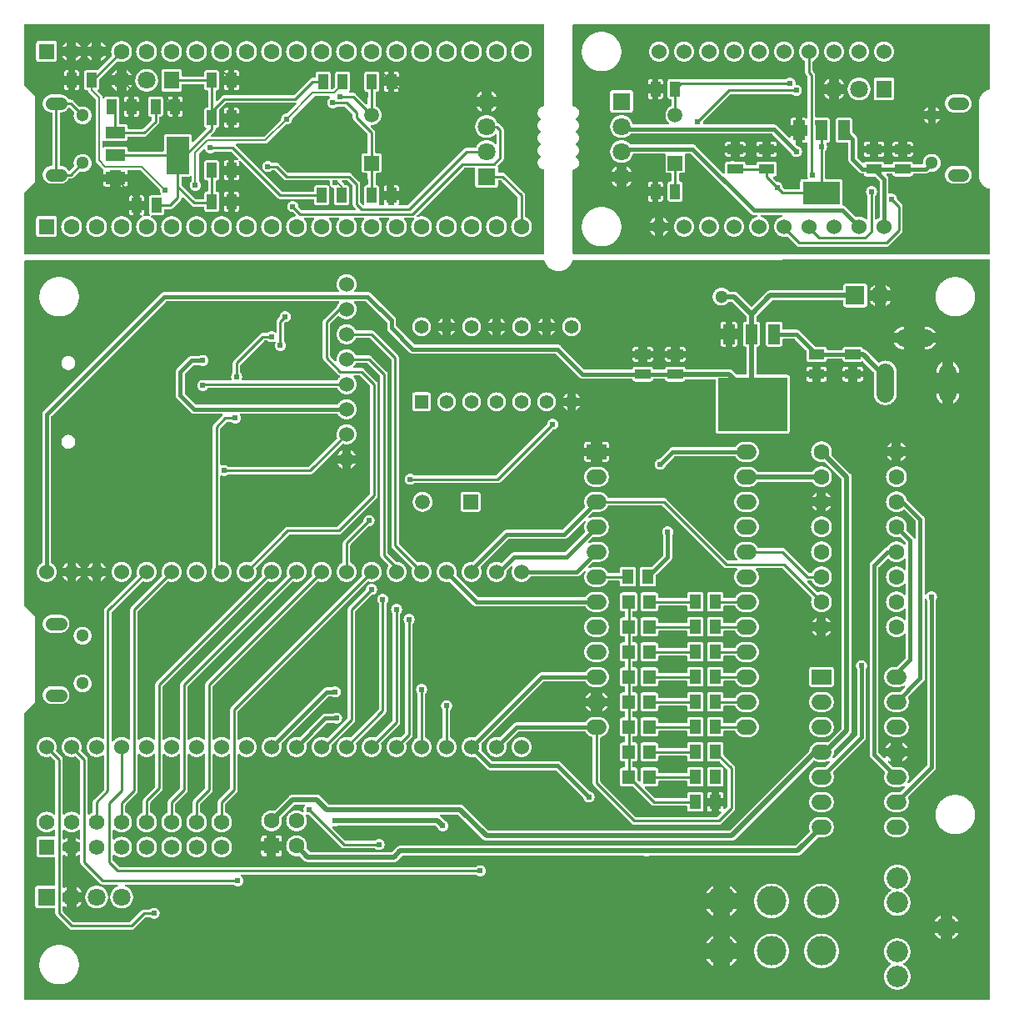
<source format=gbl>
G04 Layer: BottomLayer*
G04 EasyEDA v6.3.22, 2020-04-16T16:32:26+08:00*
G04 928550df28224f32970c11639e6f1fd0,b166db8205ee484a91a1acb555850d7f,10*
G04 Gerber Generator version 0.2*
G04 Scale: 100 percent, Rotated: No, Reflected: No *
G04 Dimensions in millimeters *
G04 leading zeros omitted , absolute positions ,3 integer and 3 decimal *
%FSLAX33Y33*%
%MOMM*%
G90*
G71D02*

%ADD10C,0.254000*%
%ADD11C,0.508000*%
%ADD12C,0.399999*%
%ADD13C,0.200000*%
%ADD14C,0.499999*%
%ADD15C,0.609600*%
%ADD16C,0.610006*%
%ADD39C,1.299997*%
%ADD40R,1.899996X1.899996*%
%ADD41C,1.899996*%
%ADD42R,1.599997X1.599997*%
%ADD43C,1.599997*%
%ADD44C,1.574800*%
%ADD45R,1.574800X1.574800*%
%ADD46R,1.799996X1.799996*%
%ADD47C,1.799996*%
%ADD48C,1.524000*%
%ADD49R,1.574800X1.799996*%
%ADD50R,1.499997X1.499997*%
%ADD51C,1.499997*%
%ADD52C,2.184400*%
%ADD53R,1.999996X1.499997*%
%ADD54C,2.999994*%
%ADD55R,1.397000X1.397000*%
%ADD56C,1.397000*%

%LPD*%
G36*
G01X98320Y99311D02*
G01X56111Y99311D01*
G01X56096Y99310D01*
G01X56082Y99307D01*
G01X56068Y99302D01*
G01X56056Y99295D01*
G01X56044Y99286D01*
G01X56034Y99276D01*
G01X56025Y99264D01*
G01X56018Y99252D01*
G01X56013Y99238D01*
G01X56010Y99224D01*
G01X56009Y99209D01*
G01X56009Y91041D01*
G01X56010Y91027D01*
G01X56013Y91012D01*
G01X56018Y90999D01*
G01X56025Y90986D01*
G01X56034Y90974D01*
G01X56044Y90964D01*
G01X56056Y90955D01*
G01X56069Y90949D01*
G01X56082Y90944D01*
G01X56097Y90940D01*
G01X56133Y90934D01*
G01X56170Y90926D01*
G01X56205Y90916D01*
G01X56240Y90903D01*
G01X56275Y90889D01*
G01X56308Y90872D01*
G01X56341Y90854D01*
G01X56372Y90834D01*
G01X56402Y90812D01*
G01X56431Y90789D01*
G01X56459Y90764D01*
G01X56485Y90737D01*
G01X56509Y90709D01*
G01X56532Y90680D01*
G01X56553Y90649D01*
G01X56572Y90617D01*
G01X56590Y90584D01*
G01X56605Y90550D01*
G01X56619Y90516D01*
G01X56630Y90480D01*
G01X56640Y90444D01*
G01X56647Y90408D01*
G01X56652Y90371D01*
G01X56656Y90334D01*
G01X56657Y90297D01*
G01X56656Y90258D01*
G01X56652Y90220D01*
G01X56647Y90182D01*
G01X56639Y90144D01*
G01X56628Y90107D01*
G01X56616Y90070D01*
G01X56602Y90035D01*
G01X56585Y90000D01*
G01X56567Y89966D01*
G01X56546Y89934D01*
G01X56524Y89903D01*
G01X56500Y89873D01*
G01X56474Y89844D01*
G01X56446Y89817D01*
G01X56417Y89792D01*
G01X56387Y89769D01*
G01X56355Y89747D01*
G01X56343Y89739D01*
G01X56333Y89728D01*
G01X56324Y89717D01*
G01X56317Y89704D01*
G01X56312Y89690D01*
G01X56308Y89676D01*
G01X56307Y89662D01*
G01X56308Y89647D01*
G01X56312Y89633D01*
G01X56317Y89619D01*
G01X56324Y89606D01*
G01X56333Y89595D01*
G01X56343Y89584D01*
G01X56355Y89576D01*
G01X56387Y89554D01*
G01X56417Y89531D01*
G01X56446Y89506D01*
G01X56474Y89479D01*
G01X56500Y89450D01*
G01X56524Y89420D01*
G01X56546Y89389D01*
G01X56567Y89357D01*
G01X56585Y89323D01*
G01X56602Y89288D01*
G01X56616Y89253D01*
G01X56628Y89216D01*
G01X56639Y89179D01*
G01X56647Y89141D01*
G01X56652Y89103D01*
G01X56656Y89065D01*
G01X56657Y89027D01*
G01X56656Y88988D01*
G01X56652Y88950D01*
G01X56647Y88912D01*
G01X56639Y88874D01*
G01X56628Y88837D01*
G01X56616Y88800D01*
G01X56602Y88765D01*
G01X56585Y88730D01*
G01X56567Y88696D01*
G01X56546Y88664D01*
G01X56524Y88633D01*
G01X56500Y88603D01*
G01X56474Y88574D01*
G01X56446Y88547D01*
G01X56417Y88522D01*
G01X56387Y88499D01*
G01X56355Y88477D01*
G01X56343Y88469D01*
G01X56333Y88458D01*
G01X56324Y88447D01*
G01X56317Y88434D01*
G01X56312Y88420D01*
G01X56308Y88406D01*
G01X56307Y88392D01*
G01X56308Y88377D01*
G01X56312Y88363D01*
G01X56317Y88349D01*
G01X56324Y88336D01*
G01X56333Y88325D01*
G01X56343Y88314D01*
G01X56355Y88306D01*
G01X56387Y88284D01*
G01X56417Y88261D01*
G01X56446Y88236D01*
G01X56474Y88209D01*
G01X56500Y88180D01*
G01X56524Y88150D01*
G01X56546Y88119D01*
G01X56567Y88087D01*
G01X56585Y88053D01*
G01X56602Y88018D01*
G01X56616Y87983D01*
G01X56628Y87946D01*
G01X56639Y87909D01*
G01X56647Y87871D01*
G01X56652Y87833D01*
G01X56656Y87795D01*
G01X56657Y87757D01*
G01X56656Y87718D01*
G01X56652Y87680D01*
G01X56647Y87642D01*
G01X56639Y87604D01*
G01X56628Y87567D01*
G01X56616Y87530D01*
G01X56602Y87495D01*
G01X56585Y87460D01*
G01X56567Y87426D01*
G01X56546Y87394D01*
G01X56524Y87363D01*
G01X56500Y87333D01*
G01X56474Y87304D01*
G01X56446Y87277D01*
G01X56417Y87252D01*
G01X56387Y87229D01*
G01X56355Y87207D01*
G01X56343Y87199D01*
G01X56333Y87188D01*
G01X56324Y87177D01*
G01X56317Y87164D01*
G01X56312Y87150D01*
G01X56308Y87136D01*
G01X56307Y87122D01*
G01X56308Y87107D01*
G01X56312Y87093D01*
G01X56317Y87079D01*
G01X56324Y87066D01*
G01X56333Y87055D01*
G01X56343Y87044D01*
G01X56355Y87036D01*
G01X56387Y87014D01*
G01X56417Y86991D01*
G01X56446Y86966D01*
G01X56474Y86939D01*
G01X56500Y86910D01*
G01X56524Y86880D01*
G01X56546Y86849D01*
G01X56567Y86817D01*
G01X56585Y86783D01*
G01X56602Y86748D01*
G01X56616Y86713D01*
G01X56628Y86676D01*
G01X56639Y86639D01*
G01X56647Y86601D01*
G01X56652Y86563D01*
G01X56656Y86525D01*
G01X56657Y86487D01*
G01X56656Y86448D01*
G01X56652Y86410D01*
G01X56647Y86372D01*
G01X56639Y86334D01*
G01X56628Y86297D01*
G01X56616Y86260D01*
G01X56602Y86225D01*
G01X56585Y86190D01*
G01X56567Y86156D01*
G01X56546Y86124D01*
G01X56524Y86093D01*
G01X56500Y86063D01*
G01X56474Y86034D01*
G01X56446Y86007D01*
G01X56417Y85982D01*
G01X56387Y85959D01*
G01X56355Y85937D01*
G01X56343Y85929D01*
G01X56333Y85918D01*
G01X56324Y85907D01*
G01X56317Y85894D01*
G01X56312Y85880D01*
G01X56308Y85866D01*
G01X56307Y85852D01*
G01X56308Y85837D01*
G01X56312Y85823D01*
G01X56317Y85809D01*
G01X56324Y85796D01*
G01X56333Y85785D01*
G01X56343Y85774D01*
G01X56355Y85766D01*
G01X56387Y85744D01*
G01X56417Y85721D01*
G01X56446Y85696D01*
G01X56474Y85669D01*
G01X56500Y85640D01*
G01X56524Y85610D01*
G01X56546Y85579D01*
G01X56567Y85547D01*
G01X56585Y85513D01*
G01X56602Y85478D01*
G01X56616Y85443D01*
G01X56628Y85406D01*
G01X56639Y85369D01*
G01X56647Y85331D01*
G01X56652Y85293D01*
G01X56656Y85255D01*
G01X56657Y85217D01*
G01X56656Y85179D01*
G01X56652Y85142D01*
G01X56647Y85105D01*
G01X56640Y85069D01*
G01X56630Y85033D01*
G01X56619Y84997D01*
G01X56605Y84963D01*
G01X56590Y84929D01*
G01X56572Y84896D01*
G01X56553Y84864D01*
G01X56532Y84833D01*
G01X56509Y84804D01*
G01X56485Y84776D01*
G01X56459Y84749D01*
G01X56431Y84724D01*
G01X56402Y84701D01*
G01X56372Y84679D01*
G01X56341Y84659D01*
G01X56308Y84641D01*
G01X56275Y84624D01*
G01X56240Y84610D01*
G01X56205Y84597D01*
G01X56170Y84587D01*
G01X56133Y84579D01*
G01X56097Y84573D01*
G01X56082Y84569D01*
G01X56069Y84564D01*
G01X56056Y84558D01*
G01X56044Y84549D01*
G01X56034Y84539D01*
G01X56025Y84527D01*
G01X56018Y84514D01*
G01X56013Y84501D01*
G01X56010Y84486D01*
G01X56009Y84472D01*
G01X56009Y76050D01*
G01X56010Y76035D01*
G01X56013Y76021D01*
G01X56018Y76007D01*
G01X56025Y75995D01*
G01X56034Y75983D01*
G01X56044Y75973D01*
G01X56056Y75964D01*
G01X56068Y75957D01*
G01X56082Y75952D01*
G01X56096Y75949D01*
G01X56111Y75948D01*
G01X98320Y75948D01*
G01X98335Y75949D01*
G01X98349Y75952D01*
G01X98363Y75957D01*
G01X98375Y75964D01*
G01X98387Y75973D01*
G01X98397Y75983D01*
G01X98406Y75995D01*
G01X98413Y76007D01*
G01X98418Y76021D01*
G01X98421Y76035D01*
G01X98422Y76050D01*
G01X98422Y82489D01*
G01X98421Y82504D01*
G01X98418Y82518D01*
G01X98412Y82532D01*
G01X98405Y82545D01*
G01X98395Y82557D01*
G01X98385Y82567D01*
G01X98372Y82576D01*
G01X98359Y82583D01*
G01X98345Y82587D01*
G01X98292Y82601D01*
G01X98239Y82618D01*
G01X98188Y82636D01*
G01X98137Y82656D01*
G01X98087Y82678D01*
G01X98038Y82702D01*
G01X97990Y82728D01*
G01X97942Y82756D01*
G01X97896Y82786D01*
G01X97852Y82817D01*
G01X97808Y82851D01*
G01X97766Y82885D01*
G01X97725Y82922D01*
G01X97686Y82960D01*
G01X97648Y83000D01*
G01X97612Y83041D01*
G01X97577Y83083D01*
G01X97544Y83127D01*
G01X97513Y83172D01*
G01X97484Y83218D01*
G01X97456Y83265D01*
G01X97430Y83313D01*
G01X97407Y83363D01*
G01X97385Y83413D01*
G01X97365Y83464D01*
G01X97347Y83516D01*
G01X97331Y83568D01*
G01X97317Y83621D01*
G01X97306Y83675D01*
G01X97296Y83728D01*
G01X97289Y83783D01*
G01X97283Y83837D01*
G01X97280Y83892D01*
G01X97279Y83946D01*
G01X97279Y91312D01*
G01X97280Y91367D01*
G01X97283Y91422D01*
G01X97289Y91476D01*
G01X97296Y91531D01*
G01X97306Y91584D01*
G01X97317Y91638D01*
G01X97331Y91691D01*
G01X97347Y91743D01*
G01X97365Y91795D01*
G01X97385Y91846D01*
G01X97407Y91896D01*
G01X97430Y91946D01*
G01X97456Y91994D01*
G01X97484Y92041D01*
G01X97513Y92087D01*
G01X97544Y92132D01*
G01X97577Y92176D01*
G01X97612Y92218D01*
G01X97648Y92259D01*
G01X97686Y92299D01*
G01X97725Y92337D01*
G01X97766Y92374D01*
G01X97808Y92408D01*
G01X97852Y92442D01*
G01X97896Y92473D01*
G01X97942Y92503D01*
G01X97990Y92531D01*
G01X98038Y92557D01*
G01X98087Y92581D01*
G01X98137Y92603D01*
G01X98188Y92623D01*
G01X98239Y92641D01*
G01X98292Y92658D01*
G01X98345Y92672D01*
G01X98359Y92676D01*
G01X98372Y92683D01*
G01X98385Y92692D01*
G01X98395Y92702D01*
G01X98405Y92714D01*
G01X98412Y92727D01*
G01X98418Y92741D01*
G01X98421Y92755D01*
G01X98422Y92770D01*
G01X98422Y99209D01*
G01X98421Y99224D01*
G01X98418Y99238D01*
G01X98413Y99252D01*
G01X98406Y99264D01*
G01X98397Y99276D01*
G01X98387Y99286D01*
G01X98375Y99295D01*
G01X98363Y99302D01*
G01X98349Y99307D01*
G01X98335Y99310D01*
G01X98320Y99311D01*
G37*

%LPC*%
G36*
G01X80055Y97537D02*
G01X80010Y97538D01*
G01X79964Y97537D01*
G01X79918Y97534D01*
G01X79873Y97529D01*
G01X79828Y97522D01*
G01X79783Y97513D01*
G01X79739Y97501D01*
G01X79695Y97488D01*
G01X79652Y97473D01*
G01X79609Y97456D01*
G01X79568Y97437D01*
G01X79527Y97416D01*
G01X79487Y97394D01*
G01X79448Y97370D01*
G01X79411Y97344D01*
G01X79374Y97316D01*
G01X79339Y97287D01*
G01X79306Y97256D01*
G01X79273Y97223D01*
G01X79242Y97190D01*
G01X79213Y97155D01*
G01X79185Y97118D01*
G01X79159Y97081D01*
G01X79135Y97042D01*
G01X79113Y97002D01*
G01X79092Y96961D01*
G01X79073Y96920D01*
G01X79056Y96877D01*
G01X79041Y96834D01*
G01X79028Y96790D01*
G01X79016Y96746D01*
G01X79007Y96701D01*
G01X79000Y96656D01*
G01X78995Y96611D01*
G01X78992Y96565D01*
G01X78991Y96520D01*
G01X78991Y96519D01*
G01X78992Y96474D01*
G01X78995Y96428D01*
G01X79000Y96383D01*
G01X79007Y96337D01*
G01X79017Y96293D01*
G01X79028Y96248D01*
G01X79041Y96205D01*
G01X79056Y96161D01*
G01X79073Y96119D01*
G01X79092Y96077D01*
G01X79113Y96037D01*
G01X79135Y95997D01*
G01X79160Y95958D01*
G01X79186Y95920D01*
G01X79214Y95884D01*
G01X79243Y95849D01*
G01X79274Y95815D01*
G01X79306Y95783D01*
G01X79340Y95752D01*
G01X79375Y95723D01*
G01X79411Y95695D01*
G01X79449Y95669D01*
G01X79488Y95645D01*
G01X79528Y95622D01*
G01X79568Y95601D01*
G01X79582Y95593D01*
G01X79595Y95583D01*
G01X79606Y95571D01*
G01X79614Y95557D01*
G01X79621Y95542D01*
G01X79625Y95526D01*
G01X79626Y95510D01*
G01X79626Y94361D01*
G01X79627Y94330D01*
G01X79631Y94301D01*
G01X79637Y94271D01*
G01X79645Y94242D01*
G01X79655Y94214D01*
G01X79668Y94186D01*
G01X79682Y94160D01*
G01X79699Y94135D01*
G01X79718Y94111D01*
G01X79738Y94089D01*
G01X79850Y93977D01*
G01X79861Y93965D01*
G01X79869Y93952D01*
G01X79875Y93937D01*
G01X79879Y93921D01*
G01X79880Y93906D01*
G01X79880Y89816D01*
G01X79879Y89802D01*
G01X79876Y89788D01*
G01X79871Y89774D01*
G01X79864Y89761D01*
G01X79855Y89750D01*
G01X79845Y89740D01*
G01X79833Y89731D01*
G01X79821Y89724D01*
G01X79807Y89719D01*
G01X79793Y89716D01*
G01X79778Y89715D01*
G01X79763Y89716D01*
G01X79749Y89719D01*
G01X79735Y89725D01*
G01X79722Y89732D01*
G01X79700Y89745D01*
G01X79678Y89756D01*
G01X79654Y89764D01*
G01X79630Y89770D01*
G01X79605Y89774D01*
G01X79580Y89775D01*
G01X79343Y89775D01*
G01X79343Y89082D01*
G01X79778Y89082D01*
G01X79793Y89081D01*
G01X79807Y89078D01*
G01X79821Y89073D01*
G01X79833Y89066D01*
G01X79845Y89057D01*
G01X79855Y89047D01*
G01X79864Y89035D01*
G01X79871Y89023D01*
G01X79876Y89009D01*
G01X79879Y88995D01*
G01X79880Y88980D01*
G01X79880Y88057D01*
G01X79879Y88042D01*
G01X79876Y88028D01*
G01X79871Y88014D01*
G01X79864Y88002D01*
G01X79855Y87990D01*
G01X79845Y87980D01*
G01X79833Y87971D01*
G01X79821Y87964D01*
G01X79807Y87959D01*
G01X79793Y87956D01*
G01X79778Y87955D01*
G01X79343Y87955D01*
G01X79343Y87262D01*
G01X79580Y87262D01*
G01X79605Y87263D01*
G01X79630Y87267D01*
G01X79654Y87273D01*
G01X79678Y87281D01*
G01X79700Y87292D01*
G01X79722Y87305D01*
G01X79735Y87312D01*
G01X79749Y87318D01*
G01X79763Y87321D01*
G01X79778Y87322D01*
G01X79793Y87321D01*
G01X79807Y87318D01*
G01X79821Y87313D01*
G01X79833Y87306D01*
G01X79845Y87297D01*
G01X79855Y87287D01*
G01X79864Y87276D01*
G01X79871Y87263D01*
G01X79876Y87249D01*
G01X79879Y87235D01*
G01X79880Y87221D01*
G01X79880Y84201D01*
G01X79878Y84181D01*
G01X79872Y84162D01*
G01X79859Y84128D01*
G01X79848Y84092D01*
G01X79840Y84056D01*
G01X79834Y84020D01*
G01X79830Y83983D01*
G01X79829Y83947D01*
G01X79831Y83907D01*
G01X79835Y83868D01*
G01X79841Y83830D01*
G01X79851Y83792D01*
G01X79863Y83754D01*
G01X79878Y83718D01*
G01X79884Y83698D01*
G01X79887Y83677D01*
G01X79886Y83662D01*
G01X79882Y83648D01*
G01X79877Y83634D01*
G01X79870Y83622D01*
G01X79862Y83610D01*
G01X79852Y83600D01*
G01X79840Y83591D01*
G01X79827Y83584D01*
G01X79814Y83579D01*
G01X79799Y83576D01*
G01X79785Y83575D01*
G01X79379Y83575D01*
G01X79356Y83574D01*
G01X79332Y83571D01*
G01X79309Y83565D01*
G01X79287Y83558D01*
G01X79265Y83548D01*
G01X79244Y83537D01*
G01X79225Y83523D01*
G01X79207Y83508D01*
G01X79190Y83491D01*
G01X79175Y83473D01*
G01X79161Y83454D01*
G01X79150Y83433D01*
G01X79140Y83411D01*
G01X79133Y83389D01*
G01X79127Y83366D01*
G01X79124Y83342D01*
G01X79123Y83318D01*
G01X79123Y82654D01*
G01X79122Y82639D01*
G01X79119Y82625D01*
G01X79114Y82611D01*
G01X79107Y82599D01*
G01X79098Y82587D01*
G01X79088Y82577D01*
G01X79076Y82568D01*
G01X79064Y82561D01*
G01X79050Y82556D01*
G01X79036Y82553D01*
G01X79021Y82552D01*
G01X77543Y82552D01*
G01X77528Y82553D01*
G01X77512Y82557D01*
G01X77497Y82563D01*
G01X77484Y82571D01*
G01X77472Y82582D01*
G01X77367Y82687D01*
G01X77357Y82698D01*
G01X77349Y82711D01*
G01X77343Y82725D01*
G01X77339Y82740D01*
G01X77337Y82755D01*
G01X77335Y82790D01*
G01X77330Y82825D01*
G01X77324Y82859D01*
G01X77315Y82893D01*
G01X77304Y82926D01*
G01X77291Y82959D01*
G01X77276Y82991D01*
G01X77259Y83021D01*
G01X77240Y83051D01*
G01X77219Y83079D01*
G01X77197Y83106D01*
G01X77173Y83132D01*
G01X77147Y83156D01*
G01X77120Y83178D01*
G01X77092Y83199D01*
G01X77062Y83218D01*
G01X77032Y83235D01*
G01X77000Y83250D01*
G01X76968Y83263D01*
G01X76934Y83274D01*
G01X76900Y83282D01*
G01X76866Y83289D01*
G01X76831Y83294D01*
G01X76796Y83296D01*
G01X76781Y83298D01*
G01X76766Y83302D01*
G01X76752Y83308D01*
G01X76739Y83316D01*
G01X76728Y83326D01*
G01X76386Y83668D01*
G01X76376Y83680D01*
G01X76367Y83693D01*
G01X76361Y83708D01*
G01X76357Y83723D01*
G01X76356Y83739D01*
G01X76357Y83754D01*
G01X76360Y83768D01*
G01X76365Y83782D01*
G01X76372Y83794D01*
G01X76381Y83806D01*
G01X76391Y83816D01*
G01X76403Y83825D01*
G01X76416Y83832D01*
G01X76429Y83837D01*
G01X76443Y83840D01*
G01X76458Y83841D01*
G01X76467Y83841D01*
G01X76490Y83842D01*
G01X76514Y83845D01*
G01X76537Y83851D01*
G01X76559Y83858D01*
G01X76581Y83868D01*
G01X76602Y83879D01*
G01X76621Y83893D01*
G01X76639Y83908D01*
G01X76656Y83925D01*
G01X76671Y83943D01*
G01X76685Y83962D01*
G01X76696Y83983D01*
G01X76706Y84005D01*
G01X76713Y84027D01*
G01X76719Y84050D01*
G01X76722Y84074D01*
G01X76723Y84098D01*
G01X76723Y85098D01*
G01X76722Y85121D01*
G01X76719Y85145D01*
G01X76713Y85168D01*
G01X76706Y85190D01*
G01X76696Y85212D01*
G01X76685Y85233D01*
G01X76671Y85252D01*
G01X76656Y85270D01*
G01X76639Y85287D01*
G01X76621Y85302D01*
G01X76602Y85316D01*
G01X76581Y85327D01*
G01X76559Y85337D01*
G01X76537Y85344D01*
G01X76514Y85350D01*
G01X76490Y85353D01*
G01X76467Y85354D01*
G01X74916Y85354D01*
G01X74893Y85353D01*
G01X74869Y85350D01*
G01X74846Y85344D01*
G01X74824Y85337D01*
G01X74802Y85327D01*
G01X74781Y85316D01*
G01X74762Y85302D01*
G01X74744Y85287D01*
G01X74727Y85270D01*
G01X74712Y85252D01*
G01X74698Y85233D01*
G01X74687Y85212D01*
G01X74677Y85190D01*
G01X74670Y85168D01*
G01X74664Y85145D01*
G01X74661Y85121D01*
G01X74660Y85098D01*
G01X74660Y85083D01*
G01X74659Y85068D01*
G01X74656Y85054D01*
G01X74651Y85040D01*
G01X74644Y85028D01*
G01X74635Y85016D01*
G01X74625Y85006D01*
G01X74613Y84997D01*
G01X74601Y84990D01*
G01X74587Y84985D01*
G01X74573Y84982D01*
G01X74558Y84981D01*
G01X73650Y84981D01*
G01X73635Y84982D01*
G01X73621Y84985D01*
G01X73607Y84990D01*
G01X73595Y84997D01*
G01X73583Y85006D01*
G01X73573Y85016D01*
G01X73564Y85028D01*
G01X73557Y85040D01*
G01X73552Y85054D01*
G01X73549Y85068D01*
G01X73548Y85083D01*
G01X73548Y85098D01*
G01X73547Y85121D01*
G01X73544Y85145D01*
G01X73538Y85168D01*
G01X73531Y85190D01*
G01X73521Y85212D01*
G01X73510Y85233D01*
G01X73496Y85252D01*
G01X73481Y85270D01*
G01X73464Y85287D01*
G01X73446Y85302D01*
G01X73427Y85316D01*
G01X73406Y85327D01*
G01X73384Y85337D01*
G01X73362Y85344D01*
G01X73339Y85350D01*
G01X73315Y85353D01*
G01X73292Y85354D01*
G01X72497Y85354D01*
G01X72479Y85356D01*
G01X72461Y85361D01*
G01X72429Y85372D01*
G01X72396Y85381D01*
G01X72363Y85388D01*
G01X72330Y85393D01*
G01X72296Y85396D01*
G01X72263Y85397D01*
G01X72229Y85396D01*
G01X72195Y85393D01*
G01X72162Y85388D01*
G01X72129Y85381D01*
G01X72096Y85372D01*
G01X72064Y85361D01*
G01X72046Y85356D01*
G01X72028Y85354D01*
G01X71741Y85354D01*
G01X71718Y85353D01*
G01X71694Y85350D01*
G01X71671Y85344D01*
G01X71649Y85337D01*
G01X71627Y85327D01*
G01X71606Y85316D01*
G01X71587Y85302D01*
G01X71569Y85287D01*
G01X71552Y85270D01*
G01X71537Y85252D01*
G01X71523Y85233D01*
G01X71512Y85212D01*
G01X71502Y85190D01*
G01X71495Y85168D01*
G01X71489Y85145D01*
G01X71486Y85121D01*
G01X71485Y85098D01*
G01X71485Y84218D01*
G01X71484Y84204D01*
G01X71481Y84189D01*
G01X71476Y84176D01*
G01X71469Y84163D01*
G01X71460Y84151D01*
G01X71450Y84141D01*
G01X71438Y84133D01*
G01X71426Y84126D01*
G01X71412Y84120D01*
G01X71398Y84117D01*
G01X71383Y84116D01*
G01X71367Y84118D01*
G01X71352Y84121D01*
G01X71337Y84127D01*
G01X71324Y84136D01*
G01X71312Y84146D01*
G01X68521Y86936D01*
G01X68497Y86959D01*
G01X68472Y86979D01*
G01X68445Y86998D01*
G01X68417Y87014D01*
G01X68388Y87029D01*
G01X68358Y87041D01*
G01X68327Y87052D01*
G01X68296Y87060D01*
G01X68263Y87065D01*
G01X68231Y87069D01*
G01X68199Y87070D01*
G01X61920Y87070D01*
G01X61906Y87071D01*
G01X61891Y87074D01*
G01X61878Y87079D01*
G01X61865Y87087D01*
G01X61853Y87096D01*
G01X61843Y87106D01*
G01X61810Y87144D01*
G01X61775Y87180D01*
G01X61738Y87215D01*
G01X61700Y87248D01*
G01X61661Y87279D01*
G01X61621Y87309D01*
G01X61579Y87336D01*
G01X61536Y87362D01*
G01X61492Y87386D01*
G01X61446Y87409D01*
G01X61400Y87429D01*
G01X61354Y87447D01*
G01X61306Y87463D01*
G01X61258Y87477D01*
G01X61209Y87489D01*
G01X61160Y87499D01*
G01X61110Y87506D01*
G01X61060Y87512D01*
G01X61010Y87515D01*
G01X60960Y87516D01*
G01X60910Y87515D01*
G01X60861Y87512D01*
G01X60813Y87507D01*
G01X60764Y87499D01*
G01X60716Y87490D01*
G01X60668Y87479D01*
G01X60621Y87465D01*
G01X60574Y87450D01*
G01X60528Y87433D01*
G01X60483Y87413D01*
G01X60439Y87392D01*
G01X60395Y87369D01*
G01X60353Y87344D01*
G01X60312Y87318D01*
G01X60272Y87289D01*
G01X60233Y87259D01*
G01X60195Y87228D01*
G01X60159Y87194D01*
G01X60125Y87160D01*
G01X60091Y87124D01*
G01X60060Y87086D01*
G01X60030Y87047D01*
G01X60001Y87007D01*
G01X59975Y86966D01*
G01X59950Y86924D01*
G01X59927Y86880D01*
G01X59906Y86836D01*
G01X59886Y86791D01*
G01X59869Y86745D01*
G01X59854Y86698D01*
G01X59840Y86651D01*
G01X59829Y86603D01*
G01X59820Y86555D01*
G01X59812Y86506D01*
G01X59807Y86458D01*
G01X59804Y86409D01*
G01X59803Y86360D01*
G01X59804Y86310D01*
G01X59807Y86261D01*
G01X59812Y86213D01*
G01X59820Y86164D01*
G01X59829Y86116D01*
G01X59840Y86068D01*
G01X59854Y86021D01*
G01X59869Y85974D01*
G01X59886Y85928D01*
G01X59906Y85883D01*
G01X59927Y85839D01*
G01X59950Y85795D01*
G01X59975Y85753D01*
G01X60001Y85712D01*
G01X60030Y85672D01*
G01X60060Y85633D01*
G01X60091Y85595D01*
G01X60125Y85559D01*
G01X60159Y85525D01*
G01X60195Y85491D01*
G01X60233Y85460D01*
G01X60272Y85430D01*
G01X60312Y85401D01*
G01X60353Y85375D01*
G01X60395Y85350D01*
G01X60439Y85327D01*
G01X60483Y85306D01*
G01X60528Y85286D01*
G01X60574Y85269D01*
G01X60621Y85254D01*
G01X60668Y85240D01*
G01X60716Y85229D01*
G01X60764Y85220D01*
G01X60813Y85212D01*
G01X60861Y85207D01*
G01X60910Y85204D01*
G01X60960Y85203D01*
G01X61009Y85204D01*
G01X61058Y85207D01*
G01X61108Y85212D01*
G01X61157Y85220D01*
G01X61205Y85229D01*
G01X61253Y85241D01*
G01X61301Y85254D01*
G01X61348Y85270D01*
G01X61394Y85288D01*
G01X61439Y85307D01*
G01X61484Y85329D01*
G01X61528Y85352D01*
G01X61570Y85377D01*
G01X61612Y85404D01*
G01X61652Y85433D01*
G01X61691Y85464D01*
G01X61729Y85496D01*
G01X61765Y85529D01*
G01X61800Y85565D01*
G01X61833Y85601D01*
G01X61865Y85639D01*
G01X61923Y85719D01*
G01X61949Y85761D01*
G01X61974Y85804D01*
G01X61997Y85848D01*
G01X62018Y85893D01*
G01X62037Y85939D01*
G01X62054Y85985D01*
G01X62069Y86032D01*
G01X62082Y86080D01*
G01X62086Y86094D01*
G01X62093Y86108D01*
G01X62102Y86120D01*
G01X62112Y86131D01*
G01X62124Y86140D01*
G01X62137Y86147D01*
G01X62151Y86153D01*
G01X62165Y86156D01*
G01X62180Y86157D01*
G01X65331Y86157D01*
G01X65346Y86156D01*
G01X65360Y86153D01*
G01X65373Y86148D01*
G01X65386Y86141D01*
G01X65398Y86132D01*
G01X65408Y86122D01*
G01X65417Y86110D01*
G01X65423Y86098D01*
G01X65429Y86084D01*
G01X65432Y86070D01*
G01X65433Y86055D01*
G01X65431Y86039D01*
G01X65427Y86023D01*
G01X65420Y85996D01*
G01X65415Y85969D01*
G01X65414Y85941D01*
G01X65414Y84441D01*
G01X65415Y84417D01*
G01X65418Y84394D01*
G01X65424Y84371D01*
G01X65431Y84348D01*
G01X65441Y84327D01*
G01X65452Y84306D01*
G01X65466Y84287D01*
G01X65481Y84268D01*
G01X65498Y84252D01*
G01X65516Y84236D01*
G01X65535Y84223D01*
G01X65556Y84211D01*
G01X65578Y84202D01*
G01X65600Y84194D01*
G01X65623Y84189D01*
G01X65647Y84186D01*
G01X65670Y84185D01*
G01X65930Y84185D01*
G01X65944Y84184D01*
G01X65958Y84180D01*
G01X65972Y84175D01*
G01X65984Y84168D01*
G01X65996Y84160D01*
G01X66006Y84150D01*
G01X66015Y84138D01*
G01X66022Y84125D01*
G01X66027Y84112D01*
G01X66030Y84097D01*
G01X66031Y84083D01*
G01X66031Y84082D01*
G01X66028Y83428D01*
G01X66027Y83414D01*
G01X66023Y83400D01*
G01X66018Y83386D01*
G01X66011Y83373D01*
G01X66003Y83362D01*
G01X65992Y83352D01*
G01X65981Y83343D01*
G01X65968Y83336D01*
G01X65955Y83331D01*
G01X65940Y83328D01*
G01X65926Y83327D01*
G01X65904Y83327D01*
G01X65881Y83326D01*
G01X65857Y83323D01*
G01X65834Y83317D01*
G01X65812Y83310D01*
G01X65790Y83300D01*
G01X65769Y83289D01*
G01X65750Y83275D01*
G01X65732Y83260D01*
G01X65715Y83243D01*
G01X65700Y83225D01*
G01X65686Y83206D01*
G01X65675Y83185D01*
G01X65665Y83163D01*
G01X65658Y83141D01*
G01X65652Y83118D01*
G01X65649Y83094D01*
G01X65648Y83071D01*
G01X65648Y81520D01*
G01X65649Y81497D01*
G01X65652Y81473D01*
G01X65658Y81450D01*
G01X65665Y81428D01*
G01X65675Y81406D01*
G01X65686Y81385D01*
G01X65700Y81366D01*
G01X65715Y81348D01*
G01X65732Y81331D01*
G01X65750Y81316D01*
G01X65769Y81302D01*
G01X65790Y81291D01*
G01X65812Y81281D01*
G01X65834Y81274D01*
G01X65857Y81268D01*
G01X65881Y81265D01*
G01X65904Y81264D01*
G01X66904Y81264D01*
G01X66928Y81265D01*
G01X66952Y81268D01*
G01X66975Y81274D01*
G01X66997Y81281D01*
G01X67019Y81291D01*
G01X67040Y81302D01*
G01X67059Y81316D01*
G01X67077Y81331D01*
G01X67094Y81348D01*
G01X67109Y81366D01*
G01X67123Y81385D01*
G01X67134Y81406D01*
G01X67144Y81428D01*
G01X67151Y81450D01*
G01X67157Y81473D01*
G01X67160Y81497D01*
G01X67161Y81520D01*
G01X67161Y83071D01*
G01X67160Y83094D01*
G01X67157Y83118D01*
G01X67151Y83141D01*
G01X67144Y83163D01*
G01X67134Y83185D01*
G01X67123Y83206D01*
G01X67109Y83225D01*
G01X67094Y83243D01*
G01X67077Y83260D01*
G01X67059Y83275D01*
G01X67040Y83289D01*
G01X67019Y83300D01*
G01X66997Y83310D01*
G01X66975Y83317D01*
G01X66952Y83323D01*
G01X66928Y83326D01*
G01X66904Y83327D01*
G01X66896Y83327D01*
G01X66882Y83328D01*
G01X66868Y83331D01*
G01X66854Y83336D01*
G01X66841Y83343D01*
G01X66830Y83352D01*
G01X66820Y83362D01*
G01X66811Y83374D01*
G01X66804Y83386D01*
G01X66799Y83400D01*
G01X66796Y83414D01*
G01X66795Y83429D01*
G01X66798Y84084D01*
G01X66799Y84098D01*
G01X66802Y84112D01*
G01X66808Y84126D01*
G01X66815Y84138D01*
G01X66823Y84150D01*
G01X66833Y84160D01*
G01X66845Y84169D01*
G01X66858Y84175D01*
G01X66871Y84180D01*
G01X66885Y84184D01*
G01X66900Y84185D01*
G01X67170Y84185D01*
G01X67194Y84186D01*
G01X67218Y84189D01*
G01X67241Y84194D01*
G01X67263Y84202D01*
G01X67285Y84211D01*
G01X67306Y84223D01*
G01X67325Y84236D01*
G01X67343Y84252D01*
G01X67360Y84268D01*
G01X67375Y84287D01*
G01X67389Y84306D01*
G01X67400Y84327D01*
G01X67410Y84348D01*
G01X67417Y84371D01*
G01X67423Y84394D01*
G01X67426Y84417D01*
G01X67427Y84441D01*
G01X67427Y85941D01*
G01X67426Y85969D01*
G01X67421Y85996D01*
G01X67414Y86023D01*
G01X67410Y86039D01*
G01X67408Y86055D01*
G01X67409Y86070D01*
G01X67412Y86084D01*
G01X67417Y86098D01*
G01X67424Y86110D01*
G01X67433Y86122D01*
G01X67443Y86132D01*
G01X67455Y86141D01*
G01X67468Y86148D01*
G01X67481Y86153D01*
G01X67495Y86156D01*
G01X67510Y86157D01*
G01X67967Y86157D01*
G01X67983Y86156D01*
G01X67999Y86152D01*
G01X68013Y86146D01*
G01X68027Y86138D01*
G01X68039Y86127D01*
G01X74099Y80068D01*
G01X74123Y80045D01*
G01X74148Y80025D01*
G01X74175Y80006D01*
G01X74203Y79990D01*
G01X74232Y79975D01*
G01X74262Y79963D01*
G01X74293Y79952D01*
G01X74324Y79944D01*
G01X74357Y79939D01*
G01X74389Y79935D01*
G01X74422Y79934D01*
G01X74684Y79934D01*
G01X74698Y79933D01*
G01X74712Y79930D01*
G01X74726Y79925D01*
G01X74739Y79918D01*
G01X74750Y79909D01*
G01X74761Y79899D01*
G01X74769Y79887D01*
G01X74776Y79875D01*
G01X74781Y79861D01*
G01X74784Y79847D01*
G01X74785Y79832D01*
G01X74784Y79817D01*
G01X74781Y79802D01*
G01X74775Y79788D01*
G01X74768Y79775D01*
G01X74758Y79763D01*
G01X74747Y79753D01*
G01X74734Y79744D01*
G01X74721Y79738D01*
G01X74706Y79733D01*
G01X74662Y79722D01*
G01X74618Y79709D01*
G01X74574Y79694D01*
G01X74532Y79677D01*
G01X74490Y79658D01*
G01X74449Y79638D01*
G01X74409Y79615D01*
G01X74370Y79591D01*
G01X74333Y79565D01*
G01X74296Y79537D01*
G01X74261Y79508D01*
G01X74227Y79477D01*
G01X74195Y79445D01*
G01X74164Y79411D01*
G01X74134Y79376D01*
G01X74106Y79339D01*
G01X74080Y79302D01*
G01X74056Y79263D01*
G01X74033Y79223D01*
G01X74012Y79182D01*
G01X73993Y79141D01*
G01X73976Y79098D01*
G01X73961Y79055D01*
G01X73948Y79011D01*
G01X73937Y78967D01*
G01X73927Y78922D01*
G01X73920Y78877D01*
G01X73915Y78831D01*
G01X73912Y78785D01*
G01X73911Y78740D01*
G01X73912Y78694D01*
G01X73915Y78648D01*
G01X73920Y78603D01*
G01X73927Y78558D01*
G01X73936Y78513D01*
G01X73948Y78469D01*
G01X73961Y78425D01*
G01X73976Y78382D01*
G01X73993Y78339D01*
G01X74012Y78298D01*
G01X74033Y78257D01*
G01X74055Y78217D01*
G01X74079Y78178D01*
G01X74105Y78141D01*
G01X74133Y78104D01*
G01X74162Y78069D01*
G01X74193Y78036D01*
G01X74226Y78003D01*
G01X74259Y77972D01*
G01X74294Y77943D01*
G01X74331Y77915D01*
G01X74368Y77889D01*
G01X74407Y77865D01*
G01X74447Y77843D01*
G01X74488Y77822D01*
G01X74529Y77803D01*
G01X74572Y77786D01*
G01X74615Y77771D01*
G01X74659Y77758D01*
G01X74703Y77746D01*
G01X74748Y77737D01*
G01X74793Y77730D01*
G01X74838Y77725D01*
G01X74884Y77722D01*
G01X74930Y77721D01*
G01X74975Y77722D01*
G01X75021Y77725D01*
G01X75066Y77730D01*
G01X75111Y77737D01*
G01X75156Y77746D01*
G01X75200Y77758D01*
G01X75244Y77771D01*
G01X75287Y77786D01*
G01X75330Y77803D01*
G01X75371Y77822D01*
G01X75412Y77843D01*
G01X75452Y77865D01*
G01X75491Y77889D01*
G01X75528Y77915D01*
G01X75565Y77943D01*
G01X75600Y77972D01*
G01X75633Y78003D01*
G01X75666Y78036D01*
G01X75697Y78069D01*
G01X75726Y78104D01*
G01X75754Y78141D01*
G01X75780Y78178D01*
G01X75804Y78217D01*
G01X75826Y78257D01*
G01X75847Y78298D01*
G01X75866Y78339D01*
G01X75883Y78382D01*
G01X75898Y78425D01*
G01X75911Y78469D01*
G01X75923Y78513D01*
G01X75932Y78558D01*
G01X75939Y78603D01*
G01X75944Y78648D01*
G01X75947Y78694D01*
G01X75948Y78740D01*
G01X75947Y78785D01*
G01X75944Y78831D01*
G01X75939Y78877D01*
G01X75932Y78922D01*
G01X75922Y78967D01*
G01X75911Y79011D01*
G01X75898Y79055D01*
G01X75883Y79098D01*
G01X75866Y79141D01*
G01X75847Y79182D01*
G01X75826Y79223D01*
G01X75803Y79263D01*
G01X75779Y79302D01*
G01X75753Y79339D01*
G01X75725Y79376D01*
G01X75695Y79411D01*
G01X75664Y79445D01*
G01X75632Y79477D01*
G01X75598Y79508D01*
G01X75563Y79537D01*
G01X75526Y79565D01*
G01X75489Y79591D01*
G01X75450Y79615D01*
G01X75410Y79638D01*
G01X75369Y79658D01*
G01X75327Y79677D01*
G01X75285Y79694D01*
G01X75241Y79709D01*
G01X75197Y79722D01*
G01X75153Y79733D01*
G01X75138Y79738D01*
G01X75125Y79744D01*
G01X75112Y79753D01*
G01X75101Y79763D01*
G01X75091Y79775D01*
G01X75084Y79788D01*
G01X75078Y79802D01*
G01X75075Y79817D01*
G01X75074Y79832D01*
G01X75075Y79847D01*
G01X75078Y79861D01*
G01X75083Y79875D01*
G01X75090Y79887D01*
G01X75098Y79899D01*
G01X75109Y79909D01*
G01X75120Y79918D01*
G01X75133Y79925D01*
G01X75147Y79930D01*
G01X75161Y79933D01*
G01X75175Y79934D01*
G01X77224Y79934D01*
G01X77238Y79933D01*
G01X77252Y79930D01*
G01X77266Y79925D01*
G01X77279Y79918D01*
G01X77290Y79909D01*
G01X77301Y79899D01*
G01X77309Y79887D01*
G01X77316Y79875D01*
G01X77321Y79861D01*
G01X77324Y79847D01*
G01X77325Y79832D01*
G01X77324Y79817D01*
G01X77321Y79802D01*
G01X77315Y79788D01*
G01X77308Y79775D01*
G01X77298Y79763D01*
G01X77287Y79753D01*
G01X77274Y79744D01*
G01X77261Y79738D01*
G01X77246Y79733D01*
G01X77202Y79722D01*
G01X77158Y79709D01*
G01X77114Y79694D01*
G01X77072Y79677D01*
G01X77030Y79658D01*
G01X76989Y79638D01*
G01X76949Y79615D01*
G01X76910Y79591D01*
G01X76873Y79565D01*
G01X76836Y79537D01*
G01X76801Y79508D01*
G01X76767Y79477D01*
G01X76735Y79445D01*
G01X76704Y79411D01*
G01X76674Y79376D01*
G01X76646Y79339D01*
G01X76620Y79302D01*
G01X76596Y79263D01*
G01X76573Y79223D01*
G01X76552Y79182D01*
G01X76533Y79141D01*
G01X76516Y79098D01*
G01X76501Y79055D01*
G01X76488Y79011D01*
G01X76477Y78967D01*
G01X76467Y78922D01*
G01X76460Y78877D01*
G01X76455Y78831D01*
G01X76452Y78785D01*
G01X76451Y78740D01*
G01X76452Y78694D01*
G01X76455Y78648D01*
G01X76460Y78603D01*
G01X76467Y78558D01*
G01X76476Y78513D01*
G01X76488Y78469D01*
G01X76501Y78425D01*
G01X76516Y78382D01*
G01X76533Y78339D01*
G01X76552Y78298D01*
G01X76573Y78257D01*
G01X76595Y78217D01*
G01X76619Y78178D01*
G01X76645Y78141D01*
G01X76673Y78104D01*
G01X76702Y78069D01*
G01X76733Y78036D01*
G01X76766Y78003D01*
G01X76799Y77972D01*
G01X76834Y77943D01*
G01X76871Y77915D01*
G01X76908Y77889D01*
G01X76947Y77865D01*
G01X76987Y77843D01*
G01X77028Y77822D01*
G01X77069Y77803D01*
G01X77112Y77786D01*
G01X77155Y77771D01*
G01X77199Y77758D01*
G01X77243Y77746D01*
G01X77288Y77737D01*
G01X77333Y77730D01*
G01X77378Y77725D01*
G01X77424Y77722D01*
G01X77470Y77721D01*
G01X77520Y77722D01*
G01X77570Y77726D01*
G01X77620Y77732D01*
G01X77669Y77741D01*
G01X77718Y77752D01*
G01X77743Y77755D01*
G01X77759Y77754D01*
G01X77774Y77750D01*
G01X77789Y77744D01*
G01X77802Y77735D01*
G01X77815Y77725D01*
G01X78722Y76817D01*
G01X78744Y76797D01*
G01X78768Y76778D01*
G01X78793Y76761D01*
G01X78819Y76747D01*
G01X78847Y76734D01*
G01X78875Y76724D01*
G01X78904Y76716D01*
G01X78934Y76710D01*
G01X78963Y76706D01*
G01X78994Y76705D01*
G01X87884Y76705D01*
G01X87914Y76706D01*
G01X87943Y76710D01*
G01X87973Y76716D01*
G01X88002Y76724D01*
G01X88030Y76734D01*
G01X88058Y76747D01*
G01X88084Y76761D01*
G01X88109Y76778D01*
G01X88133Y76797D01*
G01X88155Y76817D01*
G01X89425Y78087D01*
G01X89445Y78109D01*
G01X89464Y78133D01*
G01X89481Y78158D01*
G01X89495Y78184D01*
G01X89508Y78212D01*
G01X89518Y78240D01*
G01X89526Y78269D01*
G01X89532Y78299D01*
G01X89536Y78328D01*
G01X89537Y78358D01*
G01X89537Y80772D01*
G01X89536Y80802D01*
G01X89532Y80831D01*
G01X89526Y80861D01*
G01X89518Y80890D01*
G01X89508Y80918D01*
G01X89495Y80946D01*
G01X89481Y80972D01*
G01X89464Y80997D01*
G01X89445Y81021D01*
G01X89425Y81043D01*
G01X88982Y81485D01*
G01X88972Y81497D01*
G01X88964Y81510D01*
G01X88958Y81524D01*
G01X88954Y81538D01*
G01X88952Y81553D01*
G01X88950Y81588D01*
G01X88946Y81622D01*
G01X88939Y81656D01*
G01X88931Y81689D01*
G01X88920Y81722D01*
G01X88908Y81754D01*
G01X88893Y81785D01*
G01X88877Y81816D01*
G01X88858Y81845D01*
G01X88838Y81873D01*
G01X88817Y81900D01*
G01X88794Y81925D01*
G01X88769Y81949D01*
G01X88742Y81972D01*
G01X88715Y81992D01*
G01X88686Y82011D01*
G01X88656Y82028D01*
G01X88625Y82044D01*
G01X88594Y82057D01*
G01X88561Y82069D01*
G01X88528Y82078D01*
G01X88494Y82085D01*
G01X88460Y82091D01*
G01X88426Y82094D01*
G01X88392Y82095D01*
G01X88356Y82094D01*
G01X88321Y82090D01*
G01X88287Y82085D01*
G01X88253Y82077D01*
G01X88219Y82068D01*
G01X88203Y82064D01*
G01X88188Y82063D01*
G01X88173Y82064D01*
G01X88159Y82067D01*
G01X88145Y82072D01*
G01X88133Y82079D01*
G01X88121Y82088D01*
G01X88111Y82098D01*
G01X88102Y82109D01*
G01X88095Y82122D01*
G01X88090Y82136D01*
G01X88087Y82150D01*
G01X88086Y82164D01*
G01X88086Y83582D01*
G01X88085Y83614D01*
G01X88081Y83646D01*
G01X88076Y83679D01*
G01X88068Y83710D01*
G01X88057Y83741D01*
G01X88045Y83771D01*
G01X88030Y83800D01*
G01X88014Y83828D01*
G01X87995Y83855D01*
G01X87975Y83880D01*
G01X87952Y83904D01*
G01X87889Y83968D01*
G01X87879Y83980D01*
G01X87870Y83993D01*
G01X87864Y84008D01*
G01X87861Y84023D01*
G01X87859Y84039D01*
G01X87860Y84054D01*
G01X87863Y84068D01*
G01X87869Y84082D01*
G01X87875Y84094D01*
G01X87884Y84106D01*
G01X87894Y84116D01*
G01X87906Y84125D01*
G01X87919Y84132D01*
G01X87932Y84137D01*
G01X87947Y84140D01*
G01X87961Y84141D01*
G01X88406Y84141D01*
G01X88422Y84140D01*
G01X88437Y84136D01*
G01X88452Y84130D01*
G01X88466Y84122D01*
G01X88478Y84111D01*
G01X88488Y84099D01*
G01X88496Y84086D01*
G01X88503Y84071D01*
G01X88506Y84056D01*
G01X88511Y84032D01*
G01X88519Y84009D01*
G01X88528Y83987D01*
G01X88539Y83966D01*
G01X88553Y83946D01*
G01X88568Y83927D01*
G01X88584Y83910D01*
G01X88603Y83894D01*
G01X88623Y83881D01*
G01X88643Y83869D01*
G01X88665Y83859D01*
G01X88688Y83851D01*
G01X88712Y83845D01*
G01X88735Y83842D01*
G01X88759Y83841D01*
G01X90310Y83841D01*
G01X90334Y83842D01*
G01X90357Y83845D01*
G01X90381Y83851D01*
G01X90404Y83859D01*
G01X90426Y83869D01*
G01X90446Y83881D01*
G01X90466Y83894D01*
G01X90485Y83910D01*
G01X90501Y83927D01*
G01X90516Y83946D01*
G01X90530Y83966D01*
G01X90541Y83987D01*
G01X90550Y84009D01*
G01X90558Y84032D01*
G01X90563Y84056D01*
G01X90566Y84071D01*
G01X90573Y84086D01*
G01X90581Y84099D01*
G01X90591Y84111D01*
G01X90603Y84122D01*
G01X90617Y84130D01*
G01X90632Y84136D01*
G01X90647Y84140D01*
G01X90663Y84141D01*
G01X91860Y84141D01*
G01X91892Y84142D01*
G01X91925Y84146D01*
G01X91957Y84151D01*
G01X91988Y84159D01*
G01X92019Y84170D01*
G01X92049Y84182D01*
G01X92078Y84197D01*
G01X92106Y84213D01*
G01X92133Y84232D01*
G01X92159Y84252D01*
G01X92210Y84303D01*
G01X92222Y84313D01*
G01X92236Y84321D01*
G01X92251Y84327D01*
G01X92266Y84331D01*
G01X92282Y84332D01*
G01X92302Y84330D01*
G01X92347Y84323D01*
G01X92391Y84317D01*
G01X92436Y84314D01*
G01X92481Y84313D01*
G01X92524Y84314D01*
G01X92567Y84317D01*
G01X92610Y84322D01*
G01X92653Y84329D01*
G01X92695Y84338D01*
G01X92737Y84349D01*
G01X92778Y84362D01*
G01X92818Y84377D01*
G01X92858Y84394D01*
G01X92897Y84413D01*
G01X92934Y84434D01*
G01X92971Y84456D01*
G01X93007Y84481D01*
G01X93042Y84506D01*
G01X93075Y84534D01*
G01X93107Y84563D01*
G01X93137Y84593D01*
G01X93166Y84625D01*
G01X93194Y84659D01*
G01X93220Y84693D01*
G01X93244Y84729D01*
G01X93266Y84766D01*
G01X93287Y84804D01*
G01X93306Y84842D01*
G01X93323Y84882D01*
G01X93338Y84923D01*
G01X93351Y84964D01*
G01X93362Y85005D01*
G01X93371Y85047D01*
G01X93378Y85090D01*
G01X93384Y85133D01*
G01X93387Y85176D01*
G01X93388Y85219D01*
G01X93387Y85262D01*
G01X93384Y85305D01*
G01X93378Y85348D01*
G01X93371Y85391D01*
G01X93362Y85433D01*
G01X93351Y85474D01*
G01X93338Y85516D01*
G01X93323Y85556D01*
G01X93306Y85596D01*
G01X93287Y85634D01*
G01X93266Y85672D01*
G01X93244Y85709D01*
G01X93220Y85745D01*
G01X93194Y85779D01*
G01X93166Y85813D01*
G01X93137Y85845D01*
G01X93107Y85875D01*
G01X93075Y85904D01*
G01X93042Y85932D01*
G01X93007Y85957D01*
G01X92971Y85982D01*
G01X92934Y86004D01*
G01X92897Y86025D01*
G01X92858Y86044D01*
G01X92818Y86061D01*
G01X92778Y86076D01*
G01X92737Y86089D01*
G01X92695Y86100D01*
G01X92653Y86109D01*
G01X92610Y86116D01*
G01X92567Y86121D01*
G01X92524Y86125D01*
G01X92481Y86126D01*
G01X92438Y86125D01*
G01X92395Y86121D01*
G01X92352Y86116D01*
G01X92310Y86109D01*
G01X92267Y86100D01*
G01X92226Y86089D01*
G01X92185Y86076D01*
G01X92144Y86061D01*
G01X92105Y86044D01*
G01X92066Y86025D01*
G01X92028Y86004D01*
G01X91991Y85982D01*
G01X91955Y85957D01*
G01X91921Y85932D01*
G01X91887Y85904D01*
G01X91856Y85875D01*
G01X91825Y85845D01*
G01X91796Y85813D01*
G01X91769Y85779D01*
G01X91743Y85745D01*
G01X91719Y85709D01*
G01X91696Y85672D01*
G01X91675Y85634D01*
G01X91657Y85596D01*
G01X91640Y85556D01*
G01X91624Y85516D01*
G01X91611Y85474D01*
G01X91600Y85433D01*
G01X91591Y85391D01*
G01X91584Y85348D01*
G01X91579Y85305D01*
G01X91576Y85262D01*
G01X91575Y85219D01*
G01X91576Y85162D01*
G01X91577Y85156D01*
G01X91576Y85141D01*
G01X91572Y85127D01*
G01X91567Y85113D01*
G01X91560Y85101D01*
G01X91552Y85089D01*
G01X91542Y85079D01*
G01X91530Y85070D01*
G01X91517Y85063D01*
G01X91504Y85058D01*
G01X91489Y85055D01*
G01X91475Y85054D01*
G01X90663Y85054D01*
G01X90647Y85055D01*
G01X90632Y85059D01*
G01X90617Y85065D01*
G01X90603Y85073D01*
G01X90591Y85084D01*
G01X90581Y85096D01*
G01X90573Y85109D01*
G01X90566Y85124D01*
G01X90563Y85139D01*
G01X90558Y85163D01*
G01X90550Y85186D01*
G01X90541Y85208D01*
G01X90530Y85229D01*
G01X90516Y85249D01*
G01X90501Y85268D01*
G01X90485Y85285D01*
G01X90466Y85301D01*
G01X90446Y85314D01*
G01X90426Y85326D01*
G01X90404Y85336D01*
G01X90381Y85344D01*
G01X90357Y85350D01*
G01X90334Y85353D01*
G01X90310Y85354D01*
G01X88759Y85354D01*
G01X88735Y85353D01*
G01X88712Y85350D01*
G01X88688Y85344D01*
G01X88665Y85336D01*
G01X88643Y85326D01*
G01X88623Y85314D01*
G01X88603Y85301D01*
G01X88584Y85285D01*
G01X88568Y85268D01*
G01X88553Y85249D01*
G01X88539Y85229D01*
G01X88528Y85208D01*
G01X88519Y85186D01*
G01X88511Y85163D01*
G01X88506Y85139D01*
G01X88503Y85124D01*
G01X88496Y85109D01*
G01X88488Y85096D01*
G01X88478Y85084D01*
G01X88466Y85073D01*
G01X88452Y85065D01*
G01X88437Y85059D01*
G01X88422Y85055D01*
G01X88406Y85054D01*
G01X87742Y85054D01*
G01X87726Y85055D01*
G01X87711Y85059D01*
G01X87696Y85065D01*
G01X87682Y85073D01*
G01X87670Y85084D01*
G01X87660Y85096D01*
G01X87652Y85109D01*
G01X87645Y85124D01*
G01X87642Y85139D01*
G01X87637Y85163D01*
G01X87629Y85186D01*
G01X87620Y85208D01*
G01X87609Y85229D01*
G01X87595Y85249D01*
G01X87580Y85268D01*
G01X87564Y85285D01*
G01X87545Y85301D01*
G01X87525Y85314D01*
G01X87505Y85326D01*
G01X87483Y85336D01*
G01X87460Y85344D01*
G01X87436Y85350D01*
G01X87413Y85353D01*
G01X87389Y85354D01*
G01X85838Y85354D01*
G01X85814Y85353D01*
G01X85789Y85349D01*
G01X85765Y85343D01*
G01X85741Y85335D01*
G01X85719Y85324D01*
G01X85697Y85312D01*
G01X85677Y85297D01*
G01X85658Y85280D01*
G01X85641Y85262D01*
G01X85626Y85242D01*
G01X85616Y85229D01*
G01X85604Y85218D01*
G01X85590Y85209D01*
G01X85575Y85203D01*
G01X85559Y85199D01*
G01X85542Y85197D01*
G01X85526Y85199D01*
G01X85511Y85202D01*
G01X85496Y85208D01*
G01X85483Y85217D01*
G01X85471Y85227D01*
G01X84941Y85757D01*
G01X84930Y85769D01*
G01X84922Y85783D01*
G01X84916Y85797D01*
G01X84912Y85813D01*
G01X84911Y85829D01*
G01X84911Y87643D01*
G01X84910Y87676D01*
G01X84906Y87708D01*
G01X84901Y87741D01*
G01X84893Y87772D01*
G01X84882Y87803D01*
G01X84870Y87833D01*
G01X84855Y87862D01*
G01X84839Y87890D01*
G01X84820Y87917D01*
G01X84800Y87942D01*
G01X84777Y87966D01*
G01X84466Y88278D01*
G01X84455Y88290D01*
G01X84447Y88304D01*
G01X84441Y88318D01*
G01X84437Y88334D01*
G01X84436Y88350D01*
G01X84436Y89518D01*
G01X84435Y89542D01*
G01X84432Y89566D01*
G01X84426Y89589D01*
G01X84419Y89611D01*
G01X84409Y89633D01*
G01X84398Y89654D01*
G01X84384Y89673D01*
G01X84369Y89691D01*
G01X84352Y89708D01*
G01X84334Y89723D01*
G01X84315Y89737D01*
G01X84294Y89748D01*
G01X84272Y89758D01*
G01X84250Y89765D01*
G01X84227Y89771D01*
G01X84203Y89774D01*
G01X84179Y89775D01*
G01X82979Y89775D01*
G01X82956Y89774D01*
G01X82932Y89771D01*
G01X82909Y89765D01*
G01X82887Y89758D01*
G01X82865Y89748D01*
G01X82844Y89737D01*
G01X82825Y89723D01*
G01X82807Y89708D01*
G01X82790Y89691D01*
G01X82775Y89673D01*
G01X82761Y89654D01*
G01X82750Y89633D01*
G01X82740Y89611D01*
G01X82733Y89589D01*
G01X82727Y89566D01*
G01X82724Y89542D01*
G01X82723Y89518D01*
G01X82723Y87519D01*
G01X82724Y87495D01*
G01X82727Y87471D01*
G01X82733Y87448D01*
G01X82740Y87426D01*
G01X82750Y87404D01*
G01X82761Y87383D01*
G01X82775Y87364D01*
G01X82790Y87346D01*
G01X82807Y87329D01*
G01X82825Y87314D01*
G01X82844Y87300D01*
G01X82865Y87289D01*
G01X82887Y87279D01*
G01X82909Y87272D01*
G01X82932Y87266D01*
G01X82956Y87263D01*
G01X82979Y87262D01*
G01X83896Y87262D01*
G01X83911Y87261D01*
G01X83925Y87258D01*
G01X83939Y87253D01*
G01X83951Y87246D01*
G01X83963Y87237D01*
G01X83973Y87227D01*
G01X83982Y87215D01*
G01X83989Y87203D01*
G01X83994Y87189D01*
G01X83997Y87175D01*
G01X83998Y87160D01*
G01X83998Y85598D01*
G01X83999Y85565D01*
G01X84003Y85533D01*
G01X84008Y85500D01*
G01X84016Y85469D01*
G01X84027Y85438D01*
G01X84039Y85408D01*
G01X84054Y85379D01*
G01X84070Y85351D01*
G01X84089Y85324D01*
G01X84109Y85299D01*
G01X84132Y85275D01*
G01X85132Y84275D01*
G01X85156Y84252D01*
G01X85181Y84232D01*
G01X85208Y84213D01*
G01X85236Y84197D01*
G01X85265Y84182D01*
G01X85295Y84170D01*
G01X85326Y84159D01*
G01X85357Y84151D01*
G01X85390Y84146D01*
G01X85422Y84142D01*
G01X85454Y84141D01*
G01X85485Y84141D01*
G01X85501Y84140D01*
G01X85516Y84136D01*
G01X85531Y84130D01*
G01X85545Y84122D01*
G01X85557Y84111D01*
G01X85567Y84099D01*
G01X85575Y84086D01*
G01X85582Y84071D01*
G01X85585Y84056D01*
G01X85590Y84032D01*
G01X85598Y84009D01*
G01X85607Y83987D01*
G01X85618Y83966D01*
G01X85632Y83946D01*
G01X85647Y83927D01*
G01X85663Y83910D01*
G01X85682Y83894D01*
G01X85702Y83881D01*
G01X85722Y83869D01*
G01X85744Y83859D01*
G01X85767Y83851D01*
G01X85791Y83845D01*
G01X85814Y83842D01*
G01X85838Y83841D01*
G01X86682Y83841D01*
G01X86698Y83840D01*
G01X86714Y83836D01*
G01X86728Y83830D01*
G01X86742Y83822D01*
G01X86754Y83811D01*
G01X87143Y83422D01*
G01X87154Y83410D01*
G01X87162Y83396D01*
G01X87168Y83382D01*
G01X87172Y83366D01*
G01X87173Y83350D01*
G01X87173Y79711D01*
G01X87172Y79696D01*
G01X87168Y79681D01*
G01X87163Y79667D01*
G01X87155Y79653D01*
G01X87146Y79641D01*
G01X87135Y79631D01*
G01X87122Y79623D01*
G01X87078Y79596D01*
G01X87035Y79566D01*
G01X86993Y79535D01*
G01X86954Y79502D01*
G01X86916Y79466D01*
G01X86904Y79456D01*
G01X86890Y79448D01*
G01X86876Y79442D01*
G01X86860Y79438D01*
G01X86845Y79437D01*
G01X86830Y79438D01*
G01X86816Y79441D01*
G01X86802Y79446D01*
G01X86790Y79453D01*
G01X86778Y79462D01*
G01X86768Y79472D01*
G01X86759Y79484D01*
G01X86752Y79496D01*
G01X86747Y79510D01*
G01X86744Y79524D01*
G01X86743Y79539D01*
G01X86743Y81844D01*
G01X86744Y81859D01*
G01X86748Y81874D01*
G01X86753Y81888D01*
G01X86761Y81901D01*
G01X86770Y81913D01*
G01X86793Y81939D01*
G01X86815Y81967D01*
G01X86834Y81996D01*
G01X86852Y82026D01*
G01X86868Y82058D01*
G01X86882Y82090D01*
G01X86894Y82123D01*
G01X86903Y82157D01*
G01X86911Y82191D01*
G01X86916Y82226D01*
G01X86920Y82260D01*
G01X86921Y82296D01*
G01X86920Y82329D01*
G01X86917Y82363D01*
G01X86912Y82397D01*
G01X86905Y82430D01*
G01X86895Y82463D01*
G01X86884Y82495D01*
G01X86871Y82526D01*
G01X86857Y82556D01*
G01X86840Y82586D01*
G01X86821Y82614D01*
G01X86801Y82642D01*
G01X86780Y82668D01*
G01X86732Y82716D01*
G01X86706Y82737D01*
G01X86678Y82757D01*
G01X86650Y82776D01*
G01X86620Y82793D01*
G01X86590Y82807D01*
G01X86559Y82820D01*
G01X86527Y82831D01*
G01X86494Y82841D01*
G01X86461Y82848D01*
G01X86427Y82853D01*
G01X86393Y82856D01*
G01X86360Y82857D01*
G01X86326Y82856D01*
G01X86292Y82853D01*
G01X86258Y82848D01*
G01X86225Y82841D01*
G01X86192Y82831D01*
G01X86160Y82820D01*
G01X86129Y82807D01*
G01X86099Y82793D01*
G01X86069Y82776D01*
G01X86041Y82757D01*
G01X86013Y82737D01*
G01X85987Y82716D01*
G01X85939Y82668D01*
G01X85918Y82642D01*
G01X85898Y82614D01*
G01X85879Y82586D01*
G01X85862Y82556D01*
G01X85848Y82526D01*
G01X85835Y82495D01*
G01X85824Y82463D01*
G01X85814Y82430D01*
G01X85807Y82397D01*
G01X85802Y82363D01*
G01X85799Y82329D01*
G01X85798Y82296D01*
G01X85798Y82295D01*
G01X85799Y82260D01*
G01X85803Y82226D01*
G01X85808Y82191D01*
G01X85816Y82157D01*
G01X85825Y82123D01*
G01X85837Y82090D01*
G01X85851Y82058D01*
G01X85867Y82026D01*
G01X85885Y81996D01*
G01X85904Y81967D01*
G01X85926Y81939D01*
G01X85949Y81913D01*
G01X85958Y81901D01*
G01X85966Y81888D01*
G01X85971Y81874D01*
G01X85975Y81859D01*
G01X85976Y81844D01*
G01X85976Y79539D01*
G01X85975Y79524D01*
G01X85972Y79510D01*
G01X85967Y79496D01*
G01X85960Y79484D01*
G01X85951Y79472D01*
G01X85941Y79462D01*
G01X85929Y79453D01*
G01X85917Y79446D01*
G01X85903Y79441D01*
G01X85889Y79438D01*
G01X85874Y79437D01*
G01X85859Y79438D01*
G01X85843Y79442D01*
G01X85829Y79448D01*
G01X85815Y79456D01*
G01X85803Y79466D01*
G01X85769Y79498D01*
G01X85734Y79528D01*
G01X85697Y79557D01*
G01X85659Y79584D01*
G01X85620Y79609D01*
G01X85580Y79632D01*
G01X85539Y79654D01*
G01X85496Y79673D01*
G01X85453Y79691D01*
G01X85410Y79706D01*
G01X85365Y79720D01*
G01X85320Y79732D01*
G01X85275Y79741D01*
G01X85229Y79748D01*
G01X85182Y79754D01*
G01X85136Y79757D01*
G01X85090Y79758D01*
G01X85036Y79757D01*
G01X84982Y79752D01*
G01X84929Y79745D01*
G01X84876Y79735D01*
G01X84824Y79723D01*
G01X84797Y79719D01*
G01X84782Y79721D01*
G01X84766Y79724D01*
G01X84751Y79730D01*
G01X84738Y79739D01*
G01X84726Y79749D01*
G01X83761Y80713D01*
G01X83738Y80735D01*
G01X83714Y80755D01*
G01X83688Y80773D01*
G01X83661Y80789D01*
G01X83633Y80804D01*
G01X83604Y80816D01*
G01X83574Y80826D01*
G01X83544Y80835D01*
G01X83513Y80841D01*
G01X83497Y80845D01*
G01X83483Y80851D01*
G01X83469Y80859D01*
G01X83457Y80870D01*
G01X83447Y80882D01*
G01X83439Y80895D01*
G01X83433Y80910D01*
G01X83429Y80925D01*
G01X83428Y80941D01*
G01X83430Y80963D01*
G01X83435Y80991D01*
G01X83436Y81019D01*
G01X83436Y83318D01*
G01X83435Y83342D01*
G01X83432Y83366D01*
G01X83426Y83389D01*
G01X83419Y83411D01*
G01X83409Y83433D01*
G01X83398Y83454D01*
G01X83384Y83473D01*
G01X83369Y83491D01*
G01X83352Y83508D01*
G01X83334Y83523D01*
G01X83315Y83537D01*
G01X83294Y83548D01*
G01X83272Y83558D01*
G01X83250Y83565D01*
G01X83227Y83571D01*
G01X83203Y83574D01*
G01X83179Y83575D01*
G01X81765Y83575D01*
G01X81750Y83576D01*
G01X81736Y83579D01*
G01X81722Y83584D01*
G01X81710Y83591D01*
G01X81698Y83600D01*
G01X81688Y83610D01*
G01X81679Y83622D01*
G01X81672Y83634D01*
G01X81667Y83648D01*
G01X81664Y83662D01*
G01X81663Y83677D01*
G01X81663Y86416D01*
G01X81664Y86431D01*
G01X81668Y86446D01*
G01X81673Y86460D01*
G01X81681Y86473D01*
G01X81690Y86485D01*
G01X81713Y86511D01*
G01X81735Y86539D01*
G01X81754Y86568D01*
G01X81772Y86598D01*
G01X81788Y86630D01*
G01X81802Y86662D01*
G01X81814Y86695D01*
G01X81823Y86729D01*
G01X81831Y86763D01*
G01X81836Y86798D01*
G01X81840Y86832D01*
G01X81841Y86868D01*
G01X81840Y86904D01*
G01X81836Y86941D01*
G01X81830Y86977D01*
G01X81822Y87013D01*
G01X81811Y87048D01*
G01X81798Y87082D01*
G01X81783Y87115D01*
G01X81777Y87130D01*
G01X81774Y87145D01*
G01X81773Y87160D01*
G01X81774Y87175D01*
G01X81777Y87189D01*
G01X81782Y87203D01*
G01X81789Y87215D01*
G01X81797Y87227D01*
G01X81808Y87237D01*
G01X81819Y87246D01*
G01X81832Y87253D01*
G01X81846Y87258D01*
G01X81860Y87261D01*
G01X81874Y87262D01*
G01X81879Y87262D01*
G01X81903Y87263D01*
G01X81927Y87266D01*
G01X81950Y87272D01*
G01X81972Y87279D01*
G01X81994Y87289D01*
G01X82015Y87300D01*
G01X82034Y87314D01*
G01X82052Y87329D01*
G01X82069Y87346D01*
G01X82084Y87364D01*
G01X82098Y87383D01*
G01X82109Y87404D01*
G01X82119Y87426D01*
G01X82126Y87448D01*
G01X82132Y87471D01*
G01X82135Y87495D01*
G01X82136Y87519D01*
G01X82136Y89518D01*
G01X82135Y89542D01*
G01X82132Y89566D01*
G01X82126Y89589D01*
G01X82119Y89611D01*
G01X82109Y89633D01*
G01X82098Y89654D01*
G01X82084Y89673D01*
G01X82069Y89691D01*
G01X82052Y89708D01*
G01X82034Y89723D01*
G01X82015Y89737D01*
G01X81994Y89748D01*
G01X81972Y89758D01*
G01X81950Y89765D01*
G01X81927Y89771D01*
G01X81903Y89774D01*
G01X81879Y89775D01*
G01X81189Y89775D01*
G01X81173Y89776D01*
G01X81158Y89780D01*
G01X81144Y89785D01*
G01X81111Y89800D01*
G01X81077Y89813D01*
G01X81042Y89823D01*
G01X81007Y89831D01*
G01X80971Y89837D01*
G01X80935Y89841D01*
G01X80899Y89842D01*
G01X80856Y89840D01*
G01X80813Y89835D01*
G01X80772Y89827D01*
G01X80749Y89825D01*
G01X80734Y89826D01*
G01X80720Y89829D01*
G01X80706Y89834D01*
G01X80694Y89841D01*
G01X80682Y89849D01*
G01X80672Y89860D01*
G01X80663Y89871D01*
G01X80656Y89884D01*
G01X80651Y89898D01*
G01X80648Y89912D01*
G01X80647Y89926D01*
G01X80647Y94107D01*
G01X80646Y94137D01*
G01X80642Y94166D01*
G01X80636Y94196D01*
G01X80628Y94225D01*
G01X80618Y94253D01*
G01X80605Y94281D01*
G01X80591Y94307D01*
G01X80574Y94332D01*
G01X80555Y94356D01*
G01X80535Y94378D01*
G01X80423Y94490D01*
G01X80412Y94502D01*
G01X80404Y94515D01*
G01X80398Y94530D01*
G01X80394Y94546D01*
G01X80393Y94561D01*
G01X80393Y95510D01*
G01X80394Y95526D01*
G01X80398Y95542D01*
G01X80405Y95557D01*
G01X80413Y95571D01*
G01X80424Y95583D01*
G01X80437Y95593D01*
G01X80451Y95601D01*
G01X80491Y95622D01*
G01X80531Y95645D01*
G01X80570Y95669D01*
G01X80608Y95695D01*
G01X80644Y95723D01*
G01X80679Y95752D01*
G01X80713Y95783D01*
G01X80745Y95815D01*
G01X80776Y95849D01*
G01X80805Y95884D01*
G01X80833Y95920D01*
G01X80859Y95958D01*
G01X80884Y95997D01*
G01X80906Y96037D01*
G01X80927Y96077D01*
G01X80946Y96119D01*
G01X80963Y96161D01*
G01X80978Y96205D01*
G01X80991Y96248D01*
G01X81002Y96293D01*
G01X81012Y96337D01*
G01X81019Y96383D01*
G01X81024Y96428D01*
G01X81027Y96474D01*
G01X81028Y96520D01*
G01X81027Y96565D01*
G01X81024Y96611D01*
G01X81019Y96656D01*
G01X81012Y96701D01*
G01X81003Y96746D01*
G01X80991Y96790D01*
G01X80978Y96834D01*
G01X80963Y96877D01*
G01X80946Y96920D01*
G01X80927Y96961D01*
G01X80906Y97002D01*
G01X80884Y97042D01*
G01X80860Y97081D01*
G01X80834Y97118D01*
G01X80806Y97155D01*
G01X80777Y97190D01*
G01X80746Y97223D01*
G01X80713Y97256D01*
G01X80680Y97287D01*
G01X80645Y97316D01*
G01X80608Y97344D01*
G01X80571Y97370D01*
G01X80532Y97394D01*
G01X80492Y97416D01*
G01X80451Y97437D01*
G01X80410Y97456D01*
G01X80367Y97473D01*
G01X80324Y97488D01*
G01X80280Y97501D01*
G01X80236Y97513D01*
G01X80191Y97522D01*
G01X80146Y97529D01*
G01X80101Y97534D01*
G01X80055Y97537D01*
G37*
G36*
G01X78108Y93874D02*
G01X78074Y93875D01*
G01X78039Y93874D01*
G01X78004Y93871D01*
G01X77969Y93866D01*
G01X77935Y93858D01*
G01X77901Y93848D01*
G01X77868Y93836D01*
G01X77836Y93823D01*
G01X77805Y93807D01*
G01X77775Y93789D01*
G01X77746Y93769D01*
G01X77718Y93748D01*
G01X77691Y93725D01*
G01X77680Y93715D01*
G01X77666Y93708D01*
G01X77652Y93702D01*
G01X77637Y93699D01*
G01X77622Y93698D01*
G01X67076Y93698D01*
G01X67059Y93699D01*
G01X67042Y93703D01*
G01X67027Y93710D01*
G01X67004Y93721D01*
G01X66980Y93730D01*
G01X66955Y93736D01*
G01X66930Y93740D01*
G01X66904Y93741D01*
G01X65904Y93741D01*
G01X65881Y93740D01*
G01X65857Y93737D01*
G01X65834Y93731D01*
G01X65812Y93724D01*
G01X65790Y93714D01*
G01X65769Y93703D01*
G01X65750Y93689D01*
G01X65732Y93674D01*
G01X65715Y93657D01*
G01X65700Y93639D01*
G01X65686Y93620D01*
G01X65675Y93599D01*
G01X65665Y93577D01*
G01X65658Y93555D01*
G01X65652Y93532D01*
G01X65649Y93508D01*
G01X65648Y93485D01*
G01X65648Y91934D01*
G01X65649Y91911D01*
G01X65652Y91887D01*
G01X65658Y91864D01*
G01X65665Y91842D01*
G01X65675Y91820D01*
G01X65686Y91799D01*
G01X65700Y91780D01*
G01X65715Y91762D01*
G01X65732Y91745D01*
G01X65750Y91730D01*
G01X65769Y91716D01*
G01X65790Y91705D01*
G01X65812Y91695D01*
G01X65834Y91688D01*
G01X65857Y91682D01*
G01X65881Y91679D01*
G01X65904Y91678D01*
G01X65927Y91678D01*
G01X65941Y91677D01*
G01X65955Y91674D01*
G01X65969Y91669D01*
G01X65981Y91662D01*
G01X65993Y91653D01*
G01X66003Y91643D01*
G01X66012Y91632D01*
G01X66019Y91619D01*
G01X66024Y91605D01*
G01X66027Y91591D01*
G01X66028Y91577D01*
G01X66031Y91062D01*
G01X66031Y91061D01*
G01X66030Y91045D01*
G01X66026Y91030D01*
G01X66020Y91015D01*
G01X66011Y91001D01*
G01X66001Y90989D01*
G01X65988Y90979D01*
G01X65975Y90970D01*
G01X65933Y90949D01*
G01X65893Y90925D01*
G01X65854Y90900D01*
G01X65816Y90873D01*
G01X65779Y90844D01*
G01X65744Y90813D01*
G01X65710Y90781D01*
G01X65678Y90748D01*
G01X65647Y90712D01*
G01X65618Y90676D01*
G01X65591Y90638D01*
G01X65566Y90599D01*
G01X65542Y90559D01*
G01X65520Y90518D01*
G01X65500Y90476D01*
G01X65482Y90432D01*
G01X65466Y90389D01*
G01X65453Y90344D01*
G01X65441Y90299D01*
G01X65431Y90253D01*
G01X65424Y90207D01*
G01X65418Y90161D01*
G01X65415Y90115D01*
G01X65414Y90068D01*
G01X65415Y90021D01*
G01X65418Y89973D01*
G01X65424Y89926D01*
G01X65432Y89879D01*
G01X65442Y89833D01*
G01X65454Y89787D01*
G01X65468Y89742D01*
G01X65485Y89698D01*
G01X65503Y89654D01*
G01X65523Y89611D01*
G01X65546Y89570D01*
G01X65570Y89529D01*
G01X65597Y89490D01*
G01X65625Y89451D01*
G01X65655Y89415D01*
G01X65686Y89379D01*
G01X65754Y89313D01*
G01X65791Y89283D01*
G01X65802Y89273D01*
G01X65811Y89261D01*
G01X65819Y89248D01*
G01X65824Y89233D01*
G01X65827Y89219D01*
G01X65829Y89204D01*
G01X65828Y89189D01*
G01X65824Y89175D01*
G01X65819Y89161D01*
G01X65812Y89149D01*
G01X65804Y89137D01*
G01X65793Y89127D01*
G01X65782Y89118D01*
G01X65769Y89111D01*
G01X65756Y89106D01*
G01X65741Y89103D01*
G01X65727Y89102D01*
G01X62180Y89102D01*
G01X62165Y89103D01*
G01X62151Y89106D01*
G01X62137Y89112D01*
G01X62124Y89119D01*
G01X62112Y89128D01*
G01X62102Y89139D01*
G01X62093Y89151D01*
G01X62086Y89165D01*
G01X62082Y89179D01*
G01X62069Y89227D01*
G01X62054Y89274D01*
G01X62037Y89320D01*
G01X62018Y89366D01*
G01X61997Y89411D01*
G01X61974Y89455D01*
G01X61949Y89498D01*
G01X61923Y89540D01*
G01X61865Y89620D01*
G01X61833Y89658D01*
G01X61800Y89694D01*
G01X61765Y89730D01*
G01X61729Y89763D01*
G01X61691Y89795D01*
G01X61652Y89826D01*
G01X61612Y89855D01*
G01X61570Y89882D01*
G01X61528Y89907D01*
G01X61484Y89930D01*
G01X61439Y89952D01*
G01X61394Y89971D01*
G01X61348Y89989D01*
G01X61301Y90005D01*
G01X61253Y90018D01*
G01X61205Y90030D01*
G01X61157Y90039D01*
G01X61108Y90047D01*
G01X61058Y90052D01*
G01X61009Y90055D01*
G01X60960Y90056D01*
G01X60910Y90055D01*
G01X60861Y90052D01*
G01X60813Y90047D01*
G01X60764Y90039D01*
G01X60716Y90030D01*
G01X60668Y90019D01*
G01X60621Y90005D01*
G01X60574Y89990D01*
G01X60528Y89973D01*
G01X60483Y89953D01*
G01X60439Y89932D01*
G01X60395Y89909D01*
G01X60353Y89884D01*
G01X60312Y89858D01*
G01X60272Y89829D01*
G01X60233Y89799D01*
G01X60195Y89768D01*
G01X60159Y89734D01*
G01X60125Y89700D01*
G01X60091Y89664D01*
G01X60060Y89626D01*
G01X60030Y89587D01*
G01X60001Y89547D01*
G01X59975Y89506D01*
G01X59950Y89464D01*
G01X59927Y89420D01*
G01X59906Y89376D01*
G01X59886Y89331D01*
G01X59869Y89285D01*
G01X59854Y89238D01*
G01X59840Y89191D01*
G01X59829Y89143D01*
G01X59820Y89095D01*
G01X59812Y89046D01*
G01X59807Y88998D01*
G01X59804Y88949D01*
G01X59803Y88900D01*
G01X59804Y88850D01*
G01X59807Y88801D01*
G01X59812Y88753D01*
G01X59820Y88704D01*
G01X59829Y88656D01*
G01X59840Y88608D01*
G01X59854Y88561D01*
G01X59869Y88514D01*
G01X59886Y88468D01*
G01X59906Y88423D01*
G01X59927Y88379D01*
G01X59950Y88335D01*
G01X59975Y88293D01*
G01X60001Y88252D01*
G01X60030Y88212D01*
G01X60060Y88173D01*
G01X60091Y88135D01*
G01X60125Y88099D01*
G01X60159Y88065D01*
G01X60195Y88031D01*
G01X60233Y88000D01*
G01X60272Y87970D01*
G01X60312Y87941D01*
G01X60353Y87915D01*
G01X60395Y87890D01*
G01X60439Y87867D01*
G01X60483Y87846D01*
G01X60528Y87826D01*
G01X60574Y87809D01*
G01X60621Y87794D01*
G01X60668Y87780D01*
G01X60716Y87769D01*
G01X60764Y87760D01*
G01X60813Y87752D01*
G01X60861Y87747D01*
G01X60910Y87744D01*
G01X60960Y87743D01*
G01X61010Y87744D01*
G01X61060Y87747D01*
G01X61110Y87753D01*
G01X61160Y87760D01*
G01X61209Y87770D01*
G01X61258Y87782D01*
G01X61306Y87796D01*
G01X61354Y87812D01*
G01X61400Y87830D01*
G01X61446Y87850D01*
G01X61492Y87873D01*
G01X61536Y87897D01*
G01X61579Y87923D01*
G01X61621Y87950D01*
G01X61661Y87980D01*
G01X61700Y88011D01*
G01X61738Y88044D01*
G01X61775Y88079D01*
G01X61810Y88115D01*
G01X61843Y88153D01*
G01X61853Y88163D01*
G01X61865Y88172D01*
G01X61878Y88180D01*
G01X61891Y88185D01*
G01X61906Y88188D01*
G01X61920Y88189D01*
G01X76222Y88189D01*
G01X76238Y88188D01*
G01X76254Y88184D01*
G01X76268Y88178D01*
G01X76282Y88170D01*
G01X76294Y88159D01*
G01X78164Y86290D01*
G01X78173Y86279D01*
G01X78181Y86267D01*
G01X78187Y86253D01*
G01X78191Y86240D01*
G01X78200Y86206D01*
G01X78210Y86173D01*
G01X78223Y86141D01*
G01X78237Y86109D01*
G01X78253Y86079D01*
G01X78272Y86049D01*
G01X78292Y86021D01*
G01X78313Y85994D01*
G01X78336Y85969D01*
G01X78361Y85945D01*
G01X78388Y85922D01*
G01X78415Y85901D01*
G01X78444Y85882D01*
G01X78474Y85865D01*
G01X78505Y85850D01*
G01X78537Y85836D01*
G01X78569Y85825D01*
G01X78603Y85815D01*
G01X78636Y85808D01*
G01X78671Y85802D01*
G01X78705Y85799D01*
G01X78740Y85798D01*
G01X78773Y85799D01*
G01X78807Y85802D01*
G01X78841Y85807D01*
G01X78874Y85814D01*
G01X78907Y85824D01*
G01X78939Y85835D01*
G01X78970Y85848D01*
G01X79000Y85862D01*
G01X79030Y85879D01*
G01X79058Y85898D01*
G01X79086Y85918D01*
G01X79112Y85939D01*
G01X79160Y85987D01*
G01X79181Y86013D01*
G01X79201Y86041D01*
G01X79220Y86069D01*
G01X79237Y86099D01*
G01X79251Y86129D01*
G01X79264Y86160D01*
G01X79275Y86192D01*
G01X79285Y86225D01*
G01X79292Y86258D01*
G01X79297Y86292D01*
G01X79300Y86326D01*
G01X79301Y86360D01*
G01X79300Y86394D01*
G01X79297Y86428D01*
G01X79291Y86463D01*
G01X79284Y86496D01*
G01X79274Y86530D01*
G01X79263Y86562D01*
G01X79249Y86594D01*
G01X79234Y86625D01*
G01X79217Y86655D01*
G01X79198Y86684D01*
G01X79177Y86711D01*
G01X79154Y86738D01*
G01X79130Y86763D01*
G01X79105Y86786D01*
G01X79078Y86807D01*
G01X79050Y86827D01*
G01X79020Y86846D01*
G01X78990Y86862D01*
G01X78958Y86876D01*
G01X78926Y86889D01*
G01X78893Y86899D01*
G01X78859Y86908D01*
G01X78846Y86912D01*
G01X78832Y86918D01*
G01X78820Y86926D01*
G01X78809Y86935D01*
G01X78656Y87089D01*
G01X78646Y87099D01*
G01X78635Y87111D01*
G01X78627Y87125D01*
G01X78621Y87139D01*
G01X78617Y87155D01*
G01X78616Y87171D01*
G01X78616Y87955D01*
G01X78123Y87955D01*
G01X78123Y87867D01*
G01X78122Y87852D01*
G01X78119Y87838D01*
G01X78114Y87825D01*
G01X78107Y87812D01*
G01X78098Y87800D01*
G01X78088Y87790D01*
G01X78076Y87781D01*
G01X78064Y87775D01*
G01X78050Y87769D01*
G01X78036Y87766D01*
G01X78021Y87765D01*
G01X78005Y87767D01*
G01X77990Y87770D01*
G01X77975Y87776D01*
G01X77962Y87785D01*
G01X77950Y87795D01*
G01X76776Y88968D01*
G01X76752Y88991D01*
G01X76727Y89011D01*
G01X76700Y89030D01*
G01X76672Y89046D01*
G01X76643Y89061D01*
G01X76613Y89073D01*
G01X76582Y89084D01*
G01X76551Y89092D01*
G01X76518Y89097D01*
G01X76486Y89101D01*
G01X76454Y89102D01*
G01X69337Y89102D01*
G01X69323Y89103D01*
G01X69309Y89106D01*
G01X69295Y89111D01*
G01X69282Y89118D01*
G01X69271Y89127D01*
G01X69261Y89137D01*
G01X69252Y89149D01*
G01X69245Y89161D01*
G01X69240Y89175D01*
G01X69237Y89189D01*
G01X69236Y89204D01*
G01X69237Y89219D01*
G01X69241Y89235D01*
G01X69251Y89272D01*
G01X69259Y89310D01*
G01X69265Y89349D01*
G01X69267Y89388D01*
G01X69269Y89403D01*
G01X69273Y89417D01*
G01X69279Y89431D01*
G01X69287Y89444D01*
G01X69297Y89456D01*
G01X71995Y92154D01*
G01X72007Y92164D01*
G01X72021Y92173D01*
G01X72036Y92179D01*
G01X72051Y92182D01*
G01X72067Y92184D01*
G01X78272Y92184D01*
G01X78288Y92183D01*
G01X78302Y92179D01*
G01X78317Y92174D01*
G01X78330Y92166D01*
G01X78342Y92156D01*
G01X78368Y92133D01*
G01X78396Y92112D01*
G01X78425Y92092D01*
G01X78455Y92075D01*
G01X78486Y92059D01*
G01X78519Y92045D01*
G01X78552Y92033D01*
G01X78585Y92023D01*
G01X78620Y92016D01*
G01X78654Y92010D01*
G01X78689Y92007D01*
G01X78724Y92006D01*
G01X78758Y92007D01*
G01X78792Y92010D01*
G01X78825Y92015D01*
G01X78859Y92022D01*
G01X78891Y92031D01*
G01X78923Y92042D01*
G01X78955Y92055D01*
G01X78985Y92070D01*
G01X79015Y92087D01*
G01X79043Y92105D01*
G01X79070Y92125D01*
G01X79096Y92147D01*
G01X79121Y92170D01*
G01X79144Y92195D01*
G01X79166Y92221D01*
G01X79186Y92248D01*
G01X79205Y92277D01*
G01X79221Y92306D01*
G01X79236Y92337D01*
G01X79249Y92368D01*
G01X79260Y92400D01*
G01X79269Y92433D01*
G01X79276Y92466D01*
G01X79282Y92500D01*
G01X79285Y92533D01*
G01X79286Y92567D01*
G01X79285Y92602D01*
G01X79281Y92637D01*
G01X79276Y92672D01*
G01X79268Y92706D01*
G01X79259Y92740D01*
G01X79247Y92773D01*
G01X79233Y92805D01*
G01X79217Y92836D01*
G01X79199Y92866D01*
G01X79180Y92895D01*
G01X79159Y92923D01*
G01X79136Y92949D01*
G01X79111Y92974D01*
G01X79085Y92998D01*
G01X79057Y93019D01*
G01X79028Y93039D01*
G01X78998Y93057D01*
G01X78967Y93073D01*
G01X78935Y93087D01*
G01X78902Y93100D01*
G01X78869Y93110D01*
G01X78835Y93118D01*
G01X78800Y93123D01*
G01X78765Y93127D01*
G01X78731Y93129D01*
G01X78716Y93130D01*
G01X78702Y93133D01*
G01X78689Y93138D01*
G01X78676Y93145D01*
G01X78665Y93154D01*
G01X78655Y93164D01*
G01X78646Y93176D01*
G01X78639Y93188D01*
G01X78634Y93202D01*
G01X78631Y93216D01*
G01X78630Y93230D01*
G01X78631Y93243D01*
G01X78634Y93278D01*
G01X78635Y93314D01*
G01X78634Y93348D01*
G01X78631Y93382D01*
G01X78626Y93415D01*
G01X78619Y93448D01*
G01X78610Y93481D01*
G01X78599Y93513D01*
G01X78586Y93544D01*
G01X78571Y93575D01*
G01X78554Y93604D01*
G01X78536Y93633D01*
G01X78516Y93660D01*
G01X78494Y93686D01*
G01X78471Y93711D01*
G01X78446Y93734D01*
G01X78420Y93756D01*
G01X78393Y93776D01*
G01X78364Y93794D01*
G01X78335Y93811D01*
G01X78304Y93826D01*
G01X78273Y93839D01*
G01X78241Y93850D01*
G01X78208Y93859D01*
G01X78175Y93866D01*
G01X78142Y93871D01*
G01X78108Y93874D01*
G37*
G36*
G01X58992Y80745D02*
G01X58928Y80746D01*
G01X58863Y80745D01*
G01X58799Y80742D01*
G01X58735Y80737D01*
G01X58671Y80730D01*
G01X58607Y80720D01*
G01X58544Y80709D01*
G01X58481Y80696D01*
G01X58419Y80680D01*
G01X58357Y80663D01*
G01X58295Y80644D01*
G01X58235Y80623D01*
G01X58175Y80599D01*
G01X58115Y80574D01*
G01X58057Y80547D01*
G01X57999Y80519D01*
G01X57943Y80488D01*
G01X57887Y80455D01*
G01X57833Y80421D01*
G01X57780Y80385D01*
G01X57727Y80348D01*
G01X57676Y80308D01*
G01X57627Y80267D01*
G01X57578Y80225D01*
G01X57532Y80181D01*
G01X57486Y80135D01*
G01X57442Y80089D01*
G01X57400Y80040D01*
G01X57359Y79991D01*
G01X57319Y79940D01*
G01X57282Y79887D01*
G01X57246Y79834D01*
G01X57212Y79780D01*
G01X57179Y79724D01*
G01X57148Y79668D01*
G01X57120Y79610D01*
G01X57093Y79552D01*
G01X57068Y79492D01*
G01X57044Y79432D01*
G01X57023Y79372D01*
G01X57004Y79310D01*
G01X56987Y79248D01*
G01X56971Y79186D01*
G01X56958Y79123D01*
G01X56947Y79060D01*
G01X56937Y78996D01*
G01X56930Y78932D01*
G01X56925Y78868D01*
G01X56922Y78804D01*
G01X56921Y78740D01*
G01X56922Y78675D01*
G01X56925Y78611D01*
G01X56930Y78547D01*
G01X56937Y78483D01*
G01X56947Y78419D01*
G01X56958Y78356D01*
G01X56971Y78293D01*
G01X56987Y78231D01*
G01X57004Y78169D01*
G01X57023Y78107D01*
G01X57044Y78047D01*
G01X57068Y77987D01*
G01X57093Y77927D01*
G01X57120Y77869D01*
G01X57148Y77811D01*
G01X57179Y77755D01*
G01X57212Y77699D01*
G01X57246Y77645D01*
G01X57282Y77592D01*
G01X57319Y77539D01*
G01X57359Y77488D01*
G01X57400Y77439D01*
G01X57442Y77390D01*
G01X57486Y77344D01*
G01X57532Y77298D01*
G01X57578Y77254D01*
G01X57627Y77212D01*
G01X57676Y77171D01*
G01X57727Y77131D01*
G01X57780Y77094D01*
G01X57833Y77058D01*
G01X57887Y77024D01*
G01X57943Y76991D01*
G01X57999Y76960D01*
G01X58057Y76932D01*
G01X58115Y76905D01*
G01X58175Y76880D01*
G01X58235Y76856D01*
G01X58295Y76835D01*
G01X58357Y76816D01*
G01X58419Y76799D01*
G01X58481Y76783D01*
G01X58544Y76770D01*
G01X58607Y76759D01*
G01X58671Y76749D01*
G01X58735Y76742D01*
G01X58799Y76737D01*
G01X58863Y76734D01*
G01X58928Y76733D01*
G01X58992Y76734D01*
G01X59056Y76737D01*
G01X59120Y76742D01*
G01X59184Y76749D01*
G01X59248Y76759D01*
G01X59311Y76770D01*
G01X59374Y76783D01*
G01X59436Y76799D01*
G01X59498Y76816D01*
G01X59560Y76835D01*
G01X59620Y76856D01*
G01X59680Y76880D01*
G01X59740Y76905D01*
G01X59798Y76932D01*
G01X59856Y76960D01*
G01X59912Y76991D01*
G01X59968Y77024D01*
G01X60022Y77058D01*
G01X60075Y77094D01*
G01X60128Y77131D01*
G01X60179Y77171D01*
G01X60228Y77212D01*
G01X60277Y77254D01*
G01X60323Y77298D01*
G01X60369Y77344D01*
G01X60413Y77390D01*
G01X60455Y77439D01*
G01X60496Y77488D01*
G01X60536Y77539D01*
G01X60573Y77592D01*
G01X60609Y77645D01*
G01X60643Y77699D01*
G01X60676Y77755D01*
G01X60707Y77811D01*
G01X60735Y77869D01*
G01X60762Y77927D01*
G01X60787Y77987D01*
G01X60811Y78047D01*
G01X60832Y78107D01*
G01X60851Y78169D01*
G01X60868Y78231D01*
G01X60884Y78293D01*
G01X60897Y78356D01*
G01X60908Y78419D01*
G01X60918Y78483D01*
G01X60925Y78547D01*
G01X60930Y78611D01*
G01X60933Y78675D01*
G01X60934Y78740D01*
G01X60933Y78804D01*
G01X60930Y78868D01*
G01X60925Y78932D01*
G01X60918Y78996D01*
G01X60908Y79060D01*
G01X60897Y79123D01*
G01X60884Y79186D01*
G01X60868Y79248D01*
G01X60851Y79310D01*
G01X60832Y79372D01*
G01X60811Y79432D01*
G01X60787Y79492D01*
G01X60762Y79552D01*
G01X60735Y79610D01*
G01X60707Y79668D01*
G01X60676Y79724D01*
G01X60643Y79780D01*
G01X60609Y79834D01*
G01X60573Y79887D01*
G01X60536Y79940D01*
G01X60496Y79991D01*
G01X60455Y80040D01*
G01X60413Y80089D01*
G01X60369Y80135D01*
G01X60323Y80181D01*
G01X60277Y80225D01*
G01X60228Y80267D01*
G01X60179Y80308D01*
G01X60128Y80348D01*
G01X60075Y80385D01*
G01X60022Y80421D01*
G01X59968Y80455D01*
G01X59912Y80488D01*
G01X59856Y80519D01*
G01X59798Y80547D01*
G01X59740Y80574D01*
G01X59680Y80599D01*
G01X59620Y80623D01*
G01X59560Y80644D01*
G01X59498Y80663D01*
G01X59436Y80680D01*
G01X59374Y80696D01*
G01X59311Y80709D01*
G01X59248Y80720D01*
G01X59184Y80730D01*
G01X59120Y80737D01*
G01X59056Y80742D01*
G01X58992Y80745D01*
G37*
G36*
G01X58992Y98525D02*
G01X58928Y98526D01*
G01X58863Y98525D01*
G01X58799Y98522D01*
G01X58735Y98517D01*
G01X58671Y98510D01*
G01X58607Y98500D01*
G01X58544Y98489D01*
G01X58481Y98476D01*
G01X58419Y98460D01*
G01X58357Y98443D01*
G01X58295Y98424D01*
G01X58235Y98403D01*
G01X58175Y98379D01*
G01X58115Y98354D01*
G01X58057Y98327D01*
G01X57999Y98299D01*
G01X57943Y98268D01*
G01X57887Y98235D01*
G01X57833Y98201D01*
G01X57780Y98165D01*
G01X57727Y98128D01*
G01X57676Y98088D01*
G01X57627Y98047D01*
G01X57578Y98005D01*
G01X57532Y97961D01*
G01X57486Y97915D01*
G01X57442Y97869D01*
G01X57400Y97820D01*
G01X57359Y97771D01*
G01X57319Y97720D01*
G01X57282Y97667D01*
G01X57246Y97614D01*
G01X57212Y97560D01*
G01X57179Y97504D01*
G01X57148Y97448D01*
G01X57120Y97390D01*
G01X57093Y97332D01*
G01X57068Y97272D01*
G01X57044Y97212D01*
G01X57023Y97152D01*
G01X57004Y97090D01*
G01X56987Y97028D01*
G01X56971Y96966D01*
G01X56958Y96903D01*
G01X56947Y96840D01*
G01X56937Y96776D01*
G01X56930Y96712D01*
G01X56925Y96648D01*
G01X56922Y96584D01*
G01X56921Y96520D01*
G01X56922Y96455D01*
G01X56925Y96391D01*
G01X56930Y96327D01*
G01X56937Y96263D01*
G01X56947Y96199D01*
G01X56958Y96136D01*
G01X56971Y96073D01*
G01X56987Y96011D01*
G01X57004Y95949D01*
G01X57023Y95887D01*
G01X57044Y95827D01*
G01X57068Y95767D01*
G01X57093Y95707D01*
G01X57120Y95649D01*
G01X57148Y95591D01*
G01X57179Y95535D01*
G01X57212Y95479D01*
G01X57246Y95425D01*
G01X57282Y95372D01*
G01X57319Y95319D01*
G01X57359Y95268D01*
G01X57400Y95219D01*
G01X57442Y95170D01*
G01X57486Y95124D01*
G01X57532Y95078D01*
G01X57578Y95034D01*
G01X57627Y94992D01*
G01X57676Y94951D01*
G01X57727Y94911D01*
G01X57780Y94874D01*
G01X57833Y94838D01*
G01X57887Y94804D01*
G01X57943Y94771D01*
G01X57999Y94740D01*
G01X58057Y94712D01*
G01X58115Y94685D01*
G01X58175Y94660D01*
G01X58235Y94636D01*
G01X58295Y94615D01*
G01X58357Y94596D01*
G01X58419Y94579D01*
G01X58481Y94563D01*
G01X58544Y94550D01*
G01X58607Y94539D01*
G01X58671Y94529D01*
G01X58735Y94522D01*
G01X58799Y94517D01*
G01X58863Y94514D01*
G01X58928Y94513D01*
G01X58992Y94514D01*
G01X59056Y94517D01*
G01X59120Y94522D01*
G01X59184Y94529D01*
G01X59248Y94539D01*
G01X59311Y94550D01*
G01X59374Y94563D01*
G01X59436Y94579D01*
G01X59498Y94596D01*
G01X59560Y94615D01*
G01X59620Y94636D01*
G01X59680Y94660D01*
G01X59740Y94685D01*
G01X59798Y94712D01*
G01X59856Y94740D01*
G01X59912Y94771D01*
G01X59968Y94804D01*
G01X60022Y94838D01*
G01X60075Y94874D01*
G01X60128Y94911D01*
G01X60179Y94951D01*
G01X60228Y94992D01*
G01X60277Y95034D01*
G01X60323Y95078D01*
G01X60369Y95124D01*
G01X60413Y95170D01*
G01X60455Y95219D01*
G01X60496Y95268D01*
G01X60536Y95319D01*
G01X60573Y95372D01*
G01X60609Y95425D01*
G01X60643Y95479D01*
G01X60676Y95535D01*
G01X60707Y95591D01*
G01X60735Y95649D01*
G01X60762Y95707D01*
G01X60787Y95767D01*
G01X60811Y95827D01*
G01X60832Y95887D01*
G01X60851Y95949D01*
G01X60868Y96011D01*
G01X60884Y96073D01*
G01X60897Y96136D01*
G01X60908Y96199D01*
G01X60918Y96263D01*
G01X60925Y96327D01*
G01X60930Y96391D01*
G01X60933Y96455D01*
G01X60934Y96520D01*
G01X60933Y96584D01*
G01X60930Y96648D01*
G01X60925Y96712D01*
G01X60918Y96776D01*
G01X60908Y96840D01*
G01X60897Y96903D01*
G01X60884Y96966D01*
G01X60868Y97028D01*
G01X60851Y97090D01*
G01X60832Y97152D01*
G01X60811Y97212D01*
G01X60787Y97272D01*
G01X60762Y97332D01*
G01X60735Y97390D01*
G01X60707Y97448D01*
G01X60676Y97504D01*
G01X60643Y97560D01*
G01X60609Y97614D01*
G01X60573Y97667D01*
G01X60536Y97720D01*
G01X60496Y97771D01*
G01X60455Y97820D01*
G01X60413Y97869D01*
G01X60369Y97915D01*
G01X60323Y97961D01*
G01X60277Y98005D01*
G01X60228Y98047D01*
G01X60179Y98088D01*
G01X60128Y98128D01*
G01X60075Y98165D01*
G01X60022Y98201D01*
G01X59968Y98235D01*
G01X59912Y98268D01*
G01X59856Y98299D01*
G01X59798Y98327D01*
G01X59740Y98354D01*
G01X59680Y98379D01*
G01X59620Y98403D01*
G01X59560Y98424D01*
G01X59498Y98443D01*
G01X59436Y98460D01*
G01X59374Y98476D01*
G01X59311Y98489D01*
G01X59248Y98500D01*
G01X59184Y98510D01*
G01X59120Y98517D01*
G01X59056Y98522D01*
G01X58992Y98525D01*
G37*
G36*
G01X61859Y92596D02*
G01X60060Y92596D01*
G01X60036Y92595D01*
G01X60012Y92592D01*
G01X59989Y92586D01*
G01X59967Y92579D01*
G01X59945Y92569D01*
G01X59924Y92558D01*
G01X59905Y92544D01*
G01X59887Y92529D01*
G01X59870Y92512D01*
G01X59855Y92494D01*
G01X59841Y92475D01*
G01X59830Y92454D01*
G01X59820Y92432D01*
G01X59813Y92410D01*
G01X59807Y92387D01*
G01X59804Y92363D01*
G01X59803Y92339D01*
G01X59803Y90540D01*
G01X59804Y90516D01*
G01X59807Y90492D01*
G01X59813Y90469D01*
G01X59820Y90447D01*
G01X59830Y90425D01*
G01X59841Y90404D01*
G01X59855Y90385D01*
G01X59870Y90367D01*
G01X59887Y90350D01*
G01X59905Y90335D01*
G01X59924Y90321D01*
G01X59945Y90310D01*
G01X59967Y90300D01*
G01X59989Y90293D01*
G01X60012Y90287D01*
G01X60036Y90284D01*
G01X60060Y90283D01*
G01X61859Y90283D01*
G01X61883Y90284D01*
G01X61907Y90287D01*
G01X61930Y90293D01*
G01X61952Y90300D01*
G01X61974Y90310D01*
G01X61995Y90321D01*
G01X62014Y90335D01*
G01X62032Y90350D01*
G01X62049Y90367D01*
G01X62064Y90385D01*
G01X62078Y90404D01*
G01X62089Y90425D01*
G01X62099Y90447D01*
G01X62106Y90469D01*
G01X62112Y90492D01*
G01X62115Y90516D01*
G01X62116Y90540D01*
G01X62116Y92339D01*
G01X62115Y92363D01*
G01X62112Y92387D01*
G01X62106Y92410D01*
G01X62099Y92432D01*
G01X62089Y92454D01*
G01X62078Y92475D01*
G01X62064Y92494D01*
G01X62049Y92512D01*
G01X62032Y92529D01*
G01X62014Y92544D01*
G01X61995Y92558D01*
G01X61974Y92569D01*
G01X61952Y92579D01*
G01X61930Y92586D01*
G01X61907Y92592D01*
G01X61883Y92595D01*
G01X61859Y92596D01*
G37*
G36*
G01X85139Y93865D02*
G01X85090Y93866D01*
G01X85040Y93865D01*
G01X84991Y93862D01*
G01X84943Y93857D01*
G01X84894Y93849D01*
G01X84846Y93840D01*
G01X84798Y93829D01*
G01X84751Y93815D01*
G01X84704Y93800D01*
G01X84658Y93783D01*
G01X84613Y93763D01*
G01X84569Y93742D01*
G01X84525Y93719D01*
G01X84483Y93694D01*
G01X84442Y93668D01*
G01X84402Y93639D01*
G01X84363Y93609D01*
G01X84325Y93578D01*
G01X84289Y93544D01*
G01X84255Y93510D01*
G01X84221Y93474D01*
G01X84190Y93436D01*
G01X84160Y93397D01*
G01X84131Y93357D01*
G01X84105Y93316D01*
G01X84080Y93274D01*
G01X84057Y93230D01*
G01X84036Y93186D01*
G01X84016Y93141D01*
G01X83999Y93095D01*
G01X83984Y93048D01*
G01X83970Y93001D01*
G01X83959Y92953D01*
G01X83950Y92905D01*
G01X83942Y92856D01*
G01X83937Y92808D01*
G01X83934Y92759D01*
G01X83933Y92710D01*
G01X83934Y92660D01*
G01X83937Y92611D01*
G01X83942Y92563D01*
G01X83950Y92514D01*
G01X83959Y92466D01*
G01X83970Y92418D01*
G01X83984Y92371D01*
G01X83999Y92324D01*
G01X84016Y92278D01*
G01X84036Y92233D01*
G01X84057Y92189D01*
G01X84080Y92145D01*
G01X84105Y92103D01*
G01X84131Y92062D01*
G01X84160Y92022D01*
G01X84190Y91983D01*
G01X84221Y91945D01*
G01X84255Y91909D01*
G01X84289Y91875D01*
G01X84325Y91841D01*
G01X84363Y91810D01*
G01X84402Y91780D01*
G01X84442Y91751D01*
G01X84483Y91725D01*
G01X84525Y91700D01*
G01X84569Y91677D01*
G01X84613Y91656D01*
G01X84658Y91636D01*
G01X84704Y91619D01*
G01X84751Y91604D01*
G01X84798Y91590D01*
G01X84846Y91579D01*
G01X84894Y91570D01*
G01X84943Y91562D01*
G01X84991Y91557D01*
G01X85040Y91554D01*
G01X85090Y91553D01*
G01X85139Y91554D01*
G01X85188Y91557D01*
G01X85236Y91562D01*
G01X85285Y91570D01*
G01X85333Y91579D01*
G01X85381Y91590D01*
G01X85428Y91604D01*
G01X85475Y91619D01*
G01X85521Y91636D01*
G01X85566Y91656D01*
G01X85610Y91677D01*
G01X85654Y91700D01*
G01X85696Y91725D01*
G01X85737Y91751D01*
G01X85777Y91780D01*
G01X85816Y91810D01*
G01X85854Y91841D01*
G01X85890Y91875D01*
G01X85924Y91909D01*
G01X85958Y91945D01*
G01X85989Y91983D01*
G01X86019Y92022D01*
G01X86048Y92062D01*
G01X86074Y92103D01*
G01X86099Y92145D01*
G01X86122Y92189D01*
G01X86143Y92233D01*
G01X86163Y92278D01*
G01X86180Y92324D01*
G01X86195Y92371D01*
G01X86209Y92418D01*
G01X86220Y92466D01*
G01X86229Y92514D01*
G01X86237Y92563D01*
G01X86242Y92611D01*
G01X86245Y92660D01*
G01X86246Y92710D01*
G01X86245Y92759D01*
G01X86242Y92808D01*
G01X86237Y92856D01*
G01X86229Y92905D01*
G01X86220Y92953D01*
G01X86209Y93001D01*
G01X86195Y93048D01*
G01X86180Y93095D01*
G01X86163Y93141D01*
G01X86143Y93186D01*
G01X86122Y93230D01*
G01X86099Y93274D01*
G01X86074Y93316D01*
G01X86048Y93357D01*
G01X86019Y93397D01*
G01X85989Y93436D01*
G01X85958Y93474D01*
G01X85924Y93510D01*
G01X85890Y93544D01*
G01X85854Y93578D01*
G01X85816Y93609D01*
G01X85777Y93639D01*
G01X85737Y93668D01*
G01X85696Y93694D01*
G01X85654Y93719D01*
G01X85610Y93742D01*
G01X85566Y93763D01*
G01X85521Y93783D01*
G01X85475Y93800D01*
G01X85428Y93815D01*
G01X85381Y93829D01*
G01X85333Y93840D01*
G01X85285Y93849D01*
G01X85236Y93857D01*
G01X85188Y93862D01*
G01X85139Y93865D01*
G37*
G36*
G01X95631Y92156D02*
G01X94732Y92156D01*
G01X94689Y92155D01*
G01X94645Y92151D01*
G01X94603Y92146D01*
G01X94560Y92139D01*
G01X94518Y92130D01*
G01X94476Y92119D01*
G01X94435Y92106D01*
G01X94395Y92091D01*
G01X94355Y92074D01*
G01X94316Y92055D01*
G01X94278Y92034D01*
G01X94242Y92012D01*
G01X94206Y91987D01*
G01X94171Y91962D01*
G01X94138Y91934D01*
G01X94106Y91905D01*
G01X94076Y91875D01*
G01X94047Y91843D01*
G01X94019Y91809D01*
G01X93993Y91775D01*
G01X93969Y91739D01*
G01X93947Y91702D01*
G01X93926Y91664D01*
G01X93907Y91626D01*
G01X93890Y91586D01*
G01X93875Y91545D01*
G01X93862Y91504D01*
G01X93851Y91463D01*
G01X93841Y91421D01*
G01X93834Y91378D01*
G01X93829Y91335D01*
G01X93826Y91292D01*
G01X93825Y91249D01*
G01X93826Y91206D01*
G01X93829Y91163D01*
G01X93834Y91120D01*
G01X93841Y91077D01*
G01X93851Y91035D01*
G01X93862Y90994D01*
G01X93875Y90953D01*
G01X93890Y90912D01*
G01X93907Y90872D01*
G01X93926Y90834D01*
G01X93947Y90796D01*
G01X93969Y90759D01*
G01X93993Y90723D01*
G01X94019Y90689D01*
G01X94047Y90655D01*
G01X94076Y90623D01*
G01X94106Y90593D01*
G01X94138Y90564D01*
G01X94171Y90536D01*
G01X94206Y90511D01*
G01X94242Y90486D01*
G01X94278Y90464D01*
G01X94316Y90443D01*
G01X94355Y90424D01*
G01X94395Y90407D01*
G01X94435Y90392D01*
G01X94476Y90379D01*
G01X94518Y90368D01*
G01X94560Y90359D01*
G01X94603Y90352D01*
G01X94645Y90347D01*
G01X94689Y90343D01*
G01X94732Y90342D01*
G01X95631Y90342D01*
G01X95674Y90343D01*
G01X95717Y90347D01*
G01X95760Y90352D01*
G01X95802Y90359D01*
G01X95844Y90368D01*
G01X95886Y90379D01*
G01X95927Y90392D01*
G01X95968Y90407D01*
G01X96007Y90424D01*
G01X96046Y90443D01*
G01X96084Y90464D01*
G01X96121Y90486D01*
G01X96157Y90511D01*
G01X96191Y90536D01*
G01X96224Y90564D01*
G01X96256Y90593D01*
G01X96287Y90623D01*
G01X96316Y90655D01*
G01X96343Y90689D01*
G01X96369Y90723D01*
G01X96393Y90759D01*
G01X96416Y90796D01*
G01X96436Y90834D01*
G01X96455Y90872D01*
G01X96472Y90912D01*
G01X96487Y90953D01*
G01X96501Y90994D01*
G01X96512Y91035D01*
G01X96521Y91077D01*
G01X96528Y91120D01*
G01X96533Y91163D01*
G01X96536Y91206D01*
G01X96537Y91249D01*
G01X96536Y91292D01*
G01X96533Y91335D01*
G01X96528Y91378D01*
G01X96521Y91421D01*
G01X96512Y91463D01*
G01X96501Y91504D01*
G01X96487Y91545D01*
G01X96472Y91586D01*
G01X96455Y91626D01*
G01X96436Y91664D01*
G01X96416Y91702D01*
G01X96393Y91739D01*
G01X96369Y91775D01*
G01X96343Y91809D01*
G01X96316Y91843D01*
G01X96287Y91875D01*
G01X96256Y91905D01*
G01X96224Y91934D01*
G01X96191Y91962D01*
G01X96157Y91987D01*
G01X96121Y92012D01*
G01X96084Y92034D01*
G01X96046Y92055D01*
G01X96007Y92074D01*
G01X95968Y92091D01*
G01X95927Y92106D01*
G01X95886Y92119D01*
G01X95844Y92130D01*
G01X95802Y92139D01*
G01X95760Y92146D01*
G01X95717Y92151D01*
G01X95674Y92155D01*
G01X95631Y92156D01*
G37*
G36*
G01X95631Y84917D02*
G01X94732Y84917D01*
G01X94689Y84916D01*
G01X94645Y84912D01*
G01X94603Y84907D01*
G01X94560Y84900D01*
G01X94518Y84891D01*
G01X94476Y84880D01*
G01X94435Y84867D01*
G01X94395Y84852D01*
G01X94355Y84835D01*
G01X94316Y84816D01*
G01X94278Y84795D01*
G01X94242Y84773D01*
G01X94206Y84748D01*
G01X94171Y84723D01*
G01X94138Y84695D01*
G01X94106Y84666D01*
G01X94076Y84636D01*
G01X94047Y84604D01*
G01X94019Y84570D01*
G01X93993Y84536D01*
G01X93969Y84500D01*
G01X93947Y84463D01*
G01X93926Y84425D01*
G01X93907Y84387D01*
G01X93890Y84347D01*
G01X93875Y84306D01*
G01X93862Y84265D01*
G01X93851Y84224D01*
G01X93841Y84182D01*
G01X93834Y84139D01*
G01X93829Y84096D01*
G01X93826Y84053D01*
G01X93825Y84010D01*
G01X93826Y83967D01*
G01X93829Y83924D01*
G01X93834Y83881D01*
G01X93841Y83838D01*
G01X93851Y83796D01*
G01X93862Y83755D01*
G01X93875Y83714D01*
G01X93890Y83673D01*
G01X93907Y83633D01*
G01X93926Y83595D01*
G01X93947Y83557D01*
G01X93969Y83520D01*
G01X93993Y83484D01*
G01X94019Y83450D01*
G01X94047Y83416D01*
G01X94076Y83384D01*
G01X94106Y83354D01*
G01X94138Y83325D01*
G01X94171Y83297D01*
G01X94206Y83272D01*
G01X94242Y83247D01*
G01X94278Y83225D01*
G01X94316Y83204D01*
G01X94355Y83185D01*
G01X94395Y83168D01*
G01X94435Y83153D01*
G01X94476Y83140D01*
G01X94518Y83129D01*
G01X94560Y83120D01*
G01X94603Y83113D01*
G01X94645Y83108D01*
G01X94689Y83104D01*
G01X94732Y83103D01*
G01X95631Y83103D01*
G01X95674Y83104D01*
G01X95717Y83108D01*
G01X95760Y83113D01*
G01X95802Y83120D01*
G01X95844Y83129D01*
G01X95886Y83140D01*
G01X95927Y83153D01*
G01X95968Y83168D01*
G01X96007Y83185D01*
G01X96046Y83204D01*
G01X96084Y83225D01*
G01X96121Y83247D01*
G01X96157Y83272D01*
G01X96191Y83297D01*
G01X96224Y83325D01*
G01X96256Y83354D01*
G01X96287Y83384D01*
G01X96316Y83416D01*
G01X96343Y83450D01*
G01X96369Y83484D01*
G01X96393Y83520D01*
G01X96416Y83557D01*
G01X96436Y83595D01*
G01X96455Y83633D01*
G01X96472Y83673D01*
G01X96487Y83714D01*
G01X96501Y83755D01*
G01X96512Y83796D01*
G01X96521Y83838D01*
G01X96528Y83881D01*
G01X96533Y83924D01*
G01X96536Y83967D01*
G01X96537Y84010D01*
G01X96536Y84053D01*
G01X96533Y84096D01*
G01X96528Y84139D01*
G01X96521Y84182D01*
G01X96512Y84224D01*
G01X96501Y84265D01*
G01X96487Y84306D01*
G01X96472Y84347D01*
G01X96455Y84387D01*
G01X96436Y84425D01*
G01X96416Y84463D01*
G01X96393Y84500D01*
G01X96369Y84536D01*
G01X96343Y84570D01*
G01X96316Y84604D01*
G01X96287Y84636D01*
G01X96256Y84666D01*
G01X96224Y84695D01*
G01X96191Y84723D01*
G01X96157Y84748D01*
G01X96121Y84773D01*
G01X96084Y84795D01*
G01X96046Y84816D01*
G01X96007Y84835D01*
G01X95968Y84852D01*
G01X95927Y84867D01*
G01X95886Y84880D01*
G01X95844Y84891D01*
G01X95802Y84900D01*
G01X95760Y84907D01*
G01X95717Y84912D01*
G01X95674Y84916D01*
G01X95631Y84917D01*
G37*
G36*
G01X88417Y93866D02*
G01X86842Y93866D01*
G01X86818Y93865D01*
G01X86795Y93862D01*
G01X86772Y93856D01*
G01X86749Y93849D01*
G01X86728Y93839D01*
G01X86707Y93828D01*
G01X86688Y93814D01*
G01X86669Y93799D01*
G01X86653Y93782D01*
G01X86637Y93764D01*
G01X86624Y93745D01*
G01X86612Y93724D01*
G01X86603Y93702D01*
G01X86595Y93680D01*
G01X86590Y93657D01*
G01X86587Y93633D01*
G01X86586Y93609D01*
G01X86586Y91810D01*
G01X86587Y91786D01*
G01X86590Y91762D01*
G01X86595Y91739D01*
G01X86603Y91717D01*
G01X86612Y91695D01*
G01X86624Y91674D01*
G01X86637Y91655D01*
G01X86653Y91637D01*
G01X86669Y91620D01*
G01X86688Y91605D01*
G01X86707Y91591D01*
G01X86728Y91580D01*
G01X86749Y91570D01*
G01X86772Y91563D01*
G01X86795Y91557D01*
G01X86818Y91554D01*
G01X86842Y91553D01*
G01X88417Y91553D01*
G01X88441Y91554D01*
G01X88464Y91557D01*
G01X88487Y91563D01*
G01X88510Y91570D01*
G01X88531Y91580D01*
G01X88552Y91591D01*
G01X88571Y91605D01*
G01X88590Y91620D01*
G01X88606Y91637D01*
G01X88622Y91655D01*
G01X88635Y91674D01*
G01X88647Y91695D01*
G01X88656Y91717D01*
G01X88664Y91739D01*
G01X88669Y91762D01*
G01X88672Y91786D01*
G01X88673Y91810D01*
G01X88673Y93609D01*
G01X88672Y93633D01*
G01X88669Y93657D01*
G01X88664Y93680D01*
G01X88656Y93702D01*
G01X88647Y93724D01*
G01X88635Y93745D01*
G01X88622Y93764D01*
G01X88606Y93782D01*
G01X88590Y93799D01*
G01X88571Y93814D01*
G01X88552Y93828D01*
G01X88531Y93839D01*
G01X88510Y93849D01*
G01X88487Y93856D01*
G01X88464Y93862D01*
G01X88441Y93865D01*
G01X88417Y93866D01*
G37*
G36*
G01X87675Y97537D02*
G01X87630Y97538D01*
G01X87584Y97537D01*
G01X87538Y97534D01*
G01X87493Y97529D01*
G01X87448Y97522D01*
G01X87403Y97513D01*
G01X87359Y97501D01*
G01X87315Y97488D01*
G01X87272Y97473D01*
G01X87229Y97456D01*
G01X87188Y97437D01*
G01X87147Y97416D01*
G01X87107Y97394D01*
G01X87068Y97370D01*
G01X87031Y97344D01*
G01X86994Y97316D01*
G01X86959Y97287D01*
G01X86926Y97256D01*
G01X86893Y97223D01*
G01X86862Y97190D01*
G01X86833Y97155D01*
G01X86805Y97118D01*
G01X86779Y97081D01*
G01X86755Y97042D01*
G01X86733Y97002D01*
G01X86712Y96961D01*
G01X86693Y96920D01*
G01X86676Y96877D01*
G01X86661Y96834D01*
G01X86648Y96790D01*
G01X86636Y96746D01*
G01X86627Y96701D01*
G01X86620Y96656D01*
G01X86615Y96611D01*
G01X86612Y96565D01*
G01X86611Y96520D01*
G01X86612Y96474D01*
G01X86615Y96428D01*
G01X86620Y96383D01*
G01X86627Y96338D01*
G01X86636Y96293D01*
G01X86648Y96249D01*
G01X86661Y96205D01*
G01X86676Y96162D01*
G01X86693Y96119D01*
G01X86712Y96078D01*
G01X86733Y96037D01*
G01X86755Y95997D01*
G01X86779Y95958D01*
G01X86805Y95921D01*
G01X86833Y95884D01*
G01X86862Y95849D01*
G01X86893Y95816D01*
G01X86926Y95783D01*
G01X86959Y95752D01*
G01X86994Y95723D01*
G01X87031Y95695D01*
G01X87068Y95669D01*
G01X87107Y95645D01*
G01X87147Y95623D01*
G01X87188Y95602D01*
G01X87229Y95583D01*
G01X87272Y95566D01*
G01X87315Y95551D01*
G01X87359Y95538D01*
G01X87403Y95526D01*
G01X87448Y95517D01*
G01X87493Y95510D01*
G01X87538Y95505D01*
G01X87584Y95502D01*
G01X87630Y95501D01*
G01X87675Y95502D01*
G01X87721Y95505D01*
G01X87766Y95510D01*
G01X87811Y95517D01*
G01X87856Y95526D01*
G01X87900Y95538D01*
G01X87944Y95551D01*
G01X87987Y95566D01*
G01X88030Y95583D01*
G01X88071Y95602D01*
G01X88112Y95623D01*
G01X88152Y95645D01*
G01X88191Y95669D01*
G01X88228Y95695D01*
G01X88265Y95723D01*
G01X88300Y95752D01*
G01X88333Y95783D01*
G01X88366Y95816D01*
G01X88397Y95849D01*
G01X88426Y95884D01*
G01X88454Y95921D01*
G01X88480Y95958D01*
G01X88504Y95997D01*
G01X88526Y96037D01*
G01X88547Y96078D01*
G01X88566Y96119D01*
G01X88583Y96162D01*
G01X88598Y96205D01*
G01X88611Y96249D01*
G01X88623Y96293D01*
G01X88632Y96338D01*
G01X88639Y96383D01*
G01X88644Y96428D01*
G01X88647Y96474D01*
G01X88648Y96520D01*
G01X88647Y96565D01*
G01X88644Y96611D01*
G01X88639Y96656D01*
G01X88632Y96701D01*
G01X88623Y96746D01*
G01X88611Y96790D01*
G01X88598Y96834D01*
G01X88583Y96877D01*
G01X88566Y96920D01*
G01X88547Y96961D01*
G01X88526Y97002D01*
G01X88504Y97042D01*
G01X88480Y97081D01*
G01X88454Y97118D01*
G01X88426Y97155D01*
G01X88397Y97190D01*
G01X88366Y97223D01*
G01X88333Y97256D01*
G01X88300Y97287D01*
G01X88265Y97316D01*
G01X88228Y97344D01*
G01X88191Y97370D01*
G01X88152Y97394D01*
G01X88112Y97416D01*
G01X88071Y97437D01*
G01X88030Y97456D01*
G01X87987Y97473D01*
G01X87944Y97488D01*
G01X87900Y97501D01*
G01X87856Y97513D01*
G01X87811Y97522D01*
G01X87766Y97529D01*
G01X87721Y97534D01*
G01X87675Y97537D01*
G37*
G36*
G01X69895Y97537D02*
G01X69850Y97538D01*
G01X69804Y97537D01*
G01X69758Y97534D01*
G01X69713Y97529D01*
G01X69668Y97522D01*
G01X69623Y97513D01*
G01X69579Y97501D01*
G01X69535Y97488D01*
G01X69492Y97473D01*
G01X69449Y97456D01*
G01X69408Y97437D01*
G01X69367Y97416D01*
G01X69327Y97394D01*
G01X69288Y97370D01*
G01X69251Y97344D01*
G01X69214Y97316D01*
G01X69179Y97287D01*
G01X69146Y97256D01*
G01X69113Y97223D01*
G01X69082Y97190D01*
G01X69053Y97155D01*
G01X69025Y97118D01*
G01X68999Y97081D01*
G01X68975Y97042D01*
G01X68953Y97002D01*
G01X68932Y96961D01*
G01X68913Y96920D01*
G01X68896Y96877D01*
G01X68881Y96834D01*
G01X68868Y96790D01*
G01X68856Y96746D01*
G01X68847Y96701D01*
G01X68840Y96656D01*
G01X68835Y96611D01*
G01X68832Y96565D01*
G01X68831Y96520D01*
G01X68832Y96474D01*
G01X68835Y96428D01*
G01X68840Y96383D01*
G01X68847Y96338D01*
G01X68856Y96293D01*
G01X68868Y96249D01*
G01X68881Y96205D01*
G01X68896Y96162D01*
G01X68913Y96119D01*
G01X68932Y96078D01*
G01X68953Y96037D01*
G01X68975Y95997D01*
G01X68999Y95958D01*
G01X69025Y95921D01*
G01X69053Y95884D01*
G01X69082Y95849D01*
G01X69113Y95816D01*
G01X69146Y95783D01*
G01X69179Y95752D01*
G01X69214Y95723D01*
G01X69251Y95695D01*
G01X69288Y95669D01*
G01X69327Y95645D01*
G01X69367Y95623D01*
G01X69408Y95602D01*
G01X69449Y95583D01*
G01X69492Y95566D01*
G01X69535Y95551D01*
G01X69579Y95538D01*
G01X69623Y95526D01*
G01X69668Y95517D01*
G01X69713Y95510D01*
G01X69758Y95505D01*
G01X69804Y95502D01*
G01X69850Y95501D01*
G01X69895Y95502D01*
G01X69941Y95505D01*
G01X69986Y95510D01*
G01X70031Y95517D01*
G01X70076Y95526D01*
G01X70120Y95538D01*
G01X70164Y95551D01*
G01X70207Y95566D01*
G01X70250Y95583D01*
G01X70291Y95602D01*
G01X70332Y95623D01*
G01X70372Y95645D01*
G01X70411Y95669D01*
G01X70448Y95695D01*
G01X70485Y95723D01*
G01X70520Y95752D01*
G01X70553Y95783D01*
G01X70586Y95816D01*
G01X70617Y95849D01*
G01X70646Y95884D01*
G01X70674Y95921D01*
G01X70700Y95958D01*
G01X70724Y95997D01*
G01X70746Y96037D01*
G01X70767Y96078D01*
G01X70786Y96119D01*
G01X70803Y96162D01*
G01X70818Y96205D01*
G01X70831Y96249D01*
G01X70843Y96293D01*
G01X70852Y96338D01*
G01X70859Y96383D01*
G01X70864Y96428D01*
G01X70867Y96474D01*
G01X70868Y96520D01*
G01X70867Y96565D01*
G01X70864Y96611D01*
G01X70859Y96656D01*
G01X70852Y96701D01*
G01X70843Y96746D01*
G01X70831Y96790D01*
G01X70818Y96834D01*
G01X70803Y96877D01*
G01X70786Y96920D01*
G01X70767Y96961D01*
G01X70746Y97002D01*
G01X70724Y97042D01*
G01X70700Y97081D01*
G01X70674Y97118D01*
G01X70646Y97155D01*
G01X70617Y97190D01*
G01X70586Y97223D01*
G01X70553Y97256D01*
G01X70520Y97287D01*
G01X70485Y97316D01*
G01X70448Y97344D01*
G01X70411Y97370D01*
G01X70372Y97394D01*
G01X70332Y97416D01*
G01X70291Y97437D01*
G01X70250Y97456D01*
G01X70207Y97473D01*
G01X70164Y97488D01*
G01X70120Y97501D01*
G01X70076Y97513D01*
G01X70031Y97522D01*
G01X69986Y97529D01*
G01X69941Y97534D01*
G01X69895Y97537D01*
G37*
G36*
G01X72435Y79757D02*
G01X72390Y79758D01*
G01X72344Y79757D01*
G01X72298Y79754D01*
G01X72253Y79749D01*
G01X72208Y79742D01*
G01X72163Y79733D01*
G01X72119Y79721D01*
G01X72075Y79708D01*
G01X72032Y79693D01*
G01X71989Y79676D01*
G01X71948Y79657D01*
G01X71907Y79636D01*
G01X71867Y79614D01*
G01X71828Y79590D01*
G01X71791Y79564D01*
G01X71754Y79536D01*
G01X71719Y79507D01*
G01X71686Y79476D01*
G01X71653Y79443D01*
G01X71622Y79410D01*
G01X71593Y79375D01*
G01X71565Y79338D01*
G01X71539Y79301D01*
G01X71515Y79262D01*
G01X71493Y79222D01*
G01X71472Y79181D01*
G01X71453Y79140D01*
G01X71436Y79097D01*
G01X71421Y79054D01*
G01X71408Y79010D01*
G01X71396Y78966D01*
G01X71387Y78921D01*
G01X71380Y78876D01*
G01X71375Y78831D01*
G01X71372Y78785D01*
G01X71371Y78740D01*
G01X71372Y78694D01*
G01X71375Y78648D01*
G01X71380Y78603D01*
G01X71387Y78558D01*
G01X71396Y78513D01*
G01X71408Y78469D01*
G01X71421Y78425D01*
G01X71436Y78382D01*
G01X71453Y78339D01*
G01X71472Y78298D01*
G01X71493Y78257D01*
G01X71515Y78217D01*
G01X71539Y78178D01*
G01X71565Y78141D01*
G01X71593Y78104D01*
G01X71622Y78069D01*
G01X71653Y78036D01*
G01X71686Y78003D01*
G01X71719Y77972D01*
G01X71754Y77943D01*
G01X71791Y77915D01*
G01X71828Y77889D01*
G01X71867Y77865D01*
G01X71907Y77843D01*
G01X71948Y77822D01*
G01X71989Y77803D01*
G01X72032Y77786D01*
G01X72075Y77771D01*
G01X72119Y77758D01*
G01X72163Y77746D01*
G01X72208Y77737D01*
G01X72253Y77730D01*
G01X72298Y77725D01*
G01X72344Y77722D01*
G01X72390Y77721D01*
G01X72435Y77722D01*
G01X72481Y77725D01*
G01X72526Y77730D01*
G01X72571Y77737D01*
G01X72616Y77746D01*
G01X72660Y77758D01*
G01X72704Y77771D01*
G01X72747Y77786D01*
G01X72790Y77803D01*
G01X72831Y77822D01*
G01X72872Y77843D01*
G01X72912Y77865D01*
G01X72951Y77889D01*
G01X72988Y77915D01*
G01X73025Y77943D01*
G01X73060Y77972D01*
G01X73093Y78003D01*
G01X73126Y78036D01*
G01X73157Y78069D01*
G01X73186Y78104D01*
G01X73214Y78141D01*
G01X73240Y78178D01*
G01X73264Y78217D01*
G01X73286Y78257D01*
G01X73307Y78298D01*
G01X73326Y78339D01*
G01X73343Y78382D01*
G01X73358Y78425D01*
G01X73371Y78469D01*
G01X73383Y78513D01*
G01X73392Y78558D01*
G01X73399Y78603D01*
G01X73404Y78648D01*
G01X73407Y78694D01*
G01X73408Y78740D01*
G01X73407Y78785D01*
G01X73404Y78831D01*
G01X73399Y78876D01*
G01X73392Y78921D01*
G01X73383Y78966D01*
G01X73371Y79010D01*
G01X73358Y79054D01*
G01X73343Y79097D01*
G01X73326Y79140D01*
G01X73307Y79181D01*
G01X73286Y79222D01*
G01X73264Y79262D01*
G01X73240Y79301D01*
G01X73214Y79338D01*
G01X73186Y79375D01*
G01X73157Y79410D01*
G01X73126Y79443D01*
G01X73093Y79476D01*
G01X73060Y79507D01*
G01X73025Y79536D01*
G01X72988Y79564D01*
G01X72951Y79590D01*
G01X72912Y79614D01*
G01X72872Y79636D01*
G01X72831Y79657D01*
G01X72790Y79676D01*
G01X72747Y79693D01*
G01X72704Y79708D01*
G01X72660Y79721D01*
G01X72616Y79733D01*
G01X72571Y79742D01*
G01X72526Y79749D01*
G01X72481Y79754D01*
G01X72435Y79757D01*
G37*
G36*
G01X77515Y97537D02*
G01X77470Y97538D01*
G01X77424Y97537D01*
G01X77378Y97534D01*
G01X77333Y97529D01*
G01X77288Y97522D01*
G01X77243Y97513D01*
G01X77199Y97501D01*
G01X77155Y97488D01*
G01X77112Y97473D01*
G01X77069Y97456D01*
G01X77028Y97437D01*
G01X76987Y97416D01*
G01X76947Y97394D01*
G01X76908Y97370D01*
G01X76871Y97344D01*
G01X76834Y97316D01*
G01X76799Y97287D01*
G01X76766Y97256D01*
G01X76733Y97223D01*
G01X76702Y97190D01*
G01X76673Y97155D01*
G01X76645Y97118D01*
G01X76619Y97081D01*
G01X76595Y97042D01*
G01X76573Y97002D01*
G01X76552Y96961D01*
G01X76533Y96920D01*
G01X76516Y96877D01*
G01X76501Y96834D01*
G01X76488Y96790D01*
G01X76476Y96746D01*
G01X76467Y96701D01*
G01X76460Y96656D01*
G01X76455Y96611D01*
G01X76452Y96565D01*
G01X76451Y96520D01*
G01X76452Y96474D01*
G01X76455Y96428D01*
G01X76460Y96383D01*
G01X76467Y96338D01*
G01X76476Y96293D01*
G01X76488Y96249D01*
G01X76501Y96205D01*
G01X76516Y96162D01*
G01X76533Y96119D01*
G01X76552Y96078D01*
G01X76573Y96037D01*
G01X76595Y95997D01*
G01X76619Y95958D01*
G01X76645Y95921D01*
G01X76673Y95884D01*
G01X76702Y95849D01*
G01X76733Y95816D01*
G01X76766Y95783D01*
G01X76799Y95752D01*
G01X76834Y95723D01*
G01X76871Y95695D01*
G01X76908Y95669D01*
G01X76947Y95645D01*
G01X76987Y95623D01*
G01X77028Y95602D01*
G01X77069Y95583D01*
G01X77112Y95566D01*
G01X77155Y95551D01*
G01X77199Y95538D01*
G01X77243Y95526D01*
G01X77288Y95517D01*
G01X77333Y95510D01*
G01X77378Y95505D01*
G01X77424Y95502D01*
G01X77470Y95501D01*
G01X77515Y95502D01*
G01X77561Y95505D01*
G01X77606Y95510D01*
G01X77651Y95517D01*
G01X77696Y95526D01*
G01X77740Y95538D01*
G01X77784Y95551D01*
G01X77827Y95566D01*
G01X77870Y95583D01*
G01X77911Y95602D01*
G01X77952Y95623D01*
G01X77992Y95645D01*
G01X78031Y95669D01*
G01X78068Y95695D01*
G01X78105Y95723D01*
G01X78140Y95752D01*
G01X78173Y95783D01*
G01X78206Y95816D01*
G01X78237Y95849D01*
G01X78266Y95884D01*
G01X78294Y95921D01*
G01X78320Y95958D01*
G01X78344Y95997D01*
G01X78366Y96037D01*
G01X78387Y96078D01*
G01X78406Y96119D01*
G01X78423Y96162D01*
G01X78438Y96205D01*
G01X78451Y96249D01*
G01X78463Y96293D01*
G01X78472Y96338D01*
G01X78479Y96383D01*
G01X78484Y96428D01*
G01X78487Y96474D01*
G01X78488Y96520D01*
G01X78487Y96565D01*
G01X78484Y96611D01*
G01X78479Y96656D01*
G01X78472Y96701D01*
G01X78463Y96746D01*
G01X78451Y96790D01*
G01X78438Y96834D01*
G01X78423Y96877D01*
G01X78406Y96920D01*
G01X78387Y96961D01*
G01X78366Y97002D01*
G01X78344Y97042D01*
G01X78320Y97081D01*
G01X78294Y97118D01*
G01X78266Y97155D01*
G01X78237Y97190D01*
G01X78206Y97223D01*
G01X78173Y97256D01*
G01X78140Y97287D01*
G01X78105Y97316D01*
G01X78068Y97344D01*
G01X78031Y97370D01*
G01X77992Y97394D01*
G01X77952Y97416D01*
G01X77911Y97437D01*
G01X77870Y97456D01*
G01X77827Y97473D01*
G01X77784Y97488D01*
G01X77740Y97501D01*
G01X77696Y97513D01*
G01X77651Y97522D01*
G01X77606Y97529D01*
G01X77561Y97534D01*
G01X77515Y97537D01*
G37*
G36*
G01X82595Y97537D02*
G01X82550Y97538D01*
G01X82504Y97537D01*
G01X82458Y97534D01*
G01X82413Y97529D01*
G01X82368Y97522D01*
G01X82323Y97513D01*
G01X82279Y97501D01*
G01X82235Y97488D01*
G01X82192Y97473D01*
G01X82149Y97456D01*
G01X82108Y97437D01*
G01X82067Y97416D01*
G01X82027Y97394D01*
G01X81988Y97370D01*
G01X81951Y97344D01*
G01X81914Y97316D01*
G01X81879Y97287D01*
G01X81846Y97256D01*
G01X81813Y97223D01*
G01X81782Y97190D01*
G01X81753Y97155D01*
G01X81725Y97118D01*
G01X81699Y97081D01*
G01X81675Y97042D01*
G01X81653Y97002D01*
G01X81632Y96961D01*
G01X81613Y96920D01*
G01X81596Y96877D01*
G01X81581Y96834D01*
G01X81568Y96790D01*
G01X81556Y96746D01*
G01X81547Y96701D01*
G01X81540Y96656D01*
G01X81535Y96611D01*
G01X81532Y96565D01*
G01X81531Y96520D01*
G01X81532Y96474D01*
G01X81535Y96428D01*
G01X81540Y96383D01*
G01X81547Y96338D01*
G01X81556Y96293D01*
G01X81568Y96249D01*
G01X81581Y96205D01*
G01X81596Y96162D01*
G01X81613Y96119D01*
G01X81632Y96078D01*
G01X81653Y96037D01*
G01X81675Y95997D01*
G01X81699Y95958D01*
G01X81725Y95921D01*
G01X81753Y95884D01*
G01X81782Y95849D01*
G01X81813Y95816D01*
G01X81846Y95783D01*
G01X81879Y95752D01*
G01X81914Y95723D01*
G01X81951Y95695D01*
G01X81988Y95669D01*
G01X82027Y95645D01*
G01X82067Y95623D01*
G01X82108Y95602D01*
G01X82149Y95583D01*
G01X82192Y95566D01*
G01X82235Y95551D01*
G01X82279Y95538D01*
G01X82323Y95526D01*
G01X82368Y95517D01*
G01X82413Y95510D01*
G01X82458Y95505D01*
G01X82504Y95502D01*
G01X82550Y95501D01*
G01X82595Y95502D01*
G01X82641Y95505D01*
G01X82686Y95510D01*
G01X82731Y95517D01*
G01X82776Y95526D01*
G01X82820Y95538D01*
G01X82864Y95551D01*
G01X82907Y95566D01*
G01X82950Y95583D01*
G01X82991Y95602D01*
G01X83032Y95623D01*
G01X83072Y95645D01*
G01X83111Y95669D01*
G01X83148Y95695D01*
G01X83185Y95723D01*
G01X83220Y95752D01*
G01X83253Y95783D01*
G01X83286Y95816D01*
G01X83317Y95849D01*
G01X83346Y95884D01*
G01X83374Y95921D01*
G01X83400Y95958D01*
G01X83424Y95997D01*
G01X83446Y96037D01*
G01X83467Y96078D01*
G01X83486Y96119D01*
G01X83503Y96162D01*
G01X83518Y96205D01*
G01X83531Y96249D01*
G01X83543Y96293D01*
G01X83552Y96338D01*
G01X83559Y96383D01*
G01X83564Y96428D01*
G01X83567Y96474D01*
G01X83568Y96520D01*
G01X83567Y96565D01*
G01X83564Y96611D01*
G01X83559Y96656D01*
G01X83552Y96701D01*
G01X83543Y96746D01*
G01X83531Y96790D01*
G01X83518Y96834D01*
G01X83503Y96877D01*
G01X83486Y96920D01*
G01X83467Y96961D01*
G01X83446Y97002D01*
G01X83424Y97042D01*
G01X83400Y97081D01*
G01X83374Y97118D01*
G01X83346Y97155D01*
G01X83317Y97190D01*
G01X83286Y97223D01*
G01X83253Y97256D01*
G01X83220Y97287D01*
G01X83185Y97316D01*
G01X83148Y97344D01*
G01X83111Y97370D01*
G01X83072Y97394D01*
G01X83032Y97416D01*
G01X82991Y97437D01*
G01X82950Y97456D01*
G01X82907Y97473D01*
G01X82864Y97488D01*
G01X82820Y97501D01*
G01X82776Y97513D01*
G01X82731Y97522D01*
G01X82686Y97529D01*
G01X82641Y97534D01*
G01X82595Y97537D01*
G37*
G36*
G01X67355Y79757D02*
G01X67310Y79758D01*
G01X67264Y79757D01*
G01X67218Y79754D01*
G01X67173Y79749D01*
G01X67128Y79742D01*
G01X67083Y79733D01*
G01X67039Y79721D01*
G01X66995Y79708D01*
G01X66952Y79693D01*
G01X66909Y79676D01*
G01X66868Y79657D01*
G01X66827Y79636D01*
G01X66787Y79614D01*
G01X66748Y79590D01*
G01X66711Y79564D01*
G01X66674Y79536D01*
G01X66639Y79507D01*
G01X66606Y79476D01*
G01X66573Y79443D01*
G01X66542Y79410D01*
G01X66513Y79375D01*
G01X66485Y79338D01*
G01X66459Y79301D01*
G01X66435Y79262D01*
G01X66413Y79222D01*
G01X66392Y79181D01*
G01X66373Y79140D01*
G01X66356Y79097D01*
G01X66341Y79054D01*
G01X66328Y79010D01*
G01X66316Y78966D01*
G01X66307Y78921D01*
G01X66300Y78876D01*
G01X66295Y78831D01*
G01X66292Y78785D01*
G01X66291Y78740D01*
G01X66292Y78694D01*
G01X66295Y78648D01*
G01X66300Y78603D01*
G01X66307Y78558D01*
G01X66316Y78513D01*
G01X66328Y78469D01*
G01X66341Y78425D01*
G01X66356Y78382D01*
G01X66373Y78339D01*
G01X66392Y78298D01*
G01X66413Y78257D01*
G01X66435Y78217D01*
G01X66459Y78178D01*
G01X66485Y78141D01*
G01X66513Y78104D01*
G01X66542Y78069D01*
G01X66573Y78036D01*
G01X66606Y78003D01*
G01X66639Y77972D01*
G01X66674Y77943D01*
G01X66711Y77915D01*
G01X66748Y77889D01*
G01X66787Y77865D01*
G01X66827Y77843D01*
G01X66868Y77822D01*
G01X66909Y77803D01*
G01X66952Y77786D01*
G01X66995Y77771D01*
G01X67039Y77758D01*
G01X67083Y77746D01*
G01X67128Y77737D01*
G01X67173Y77730D01*
G01X67218Y77725D01*
G01X67264Y77722D01*
G01X67310Y77721D01*
G01X67355Y77722D01*
G01X67401Y77725D01*
G01X67446Y77730D01*
G01X67491Y77737D01*
G01X67536Y77746D01*
G01X67580Y77758D01*
G01X67624Y77771D01*
G01X67667Y77786D01*
G01X67710Y77803D01*
G01X67751Y77822D01*
G01X67792Y77843D01*
G01X67832Y77865D01*
G01X67871Y77889D01*
G01X67908Y77915D01*
G01X67945Y77943D01*
G01X67980Y77972D01*
G01X68013Y78003D01*
G01X68046Y78036D01*
G01X68077Y78069D01*
G01X68106Y78104D01*
G01X68134Y78141D01*
G01X68160Y78178D01*
G01X68184Y78217D01*
G01X68206Y78257D01*
G01X68227Y78298D01*
G01X68246Y78339D01*
G01X68263Y78382D01*
G01X68278Y78425D01*
G01X68291Y78469D01*
G01X68303Y78513D01*
G01X68312Y78558D01*
G01X68319Y78603D01*
G01X68324Y78648D01*
G01X68327Y78694D01*
G01X68328Y78740D01*
G01X68327Y78785D01*
G01X68324Y78831D01*
G01X68319Y78876D01*
G01X68312Y78921D01*
G01X68303Y78966D01*
G01X68291Y79010D01*
G01X68278Y79054D01*
G01X68263Y79097D01*
G01X68246Y79140D01*
G01X68227Y79181D01*
G01X68206Y79222D01*
G01X68184Y79262D01*
G01X68160Y79301D01*
G01X68134Y79338D01*
G01X68106Y79375D01*
G01X68077Y79410D01*
G01X68046Y79443D01*
G01X68013Y79476D01*
G01X67980Y79507D01*
G01X67945Y79536D01*
G01X67908Y79564D01*
G01X67871Y79590D01*
G01X67832Y79614D01*
G01X67792Y79636D01*
G01X67751Y79657D01*
G01X67710Y79676D01*
G01X67667Y79693D01*
G01X67624Y79708D01*
G01X67580Y79721D01*
G01X67536Y79733D01*
G01X67491Y79742D01*
G01X67446Y79749D01*
G01X67401Y79754D01*
G01X67355Y79757D01*
G37*
G36*
G01X72435Y97537D02*
G01X72390Y97538D01*
G01X72344Y97537D01*
G01X72298Y97534D01*
G01X72253Y97529D01*
G01X72208Y97522D01*
G01X72163Y97513D01*
G01X72119Y97501D01*
G01X72075Y97488D01*
G01X72032Y97473D01*
G01X71989Y97456D01*
G01X71948Y97437D01*
G01X71907Y97416D01*
G01X71867Y97394D01*
G01X71828Y97370D01*
G01X71791Y97344D01*
G01X71754Y97316D01*
G01X71719Y97287D01*
G01X71686Y97256D01*
G01X71653Y97223D01*
G01X71622Y97190D01*
G01X71593Y97155D01*
G01X71565Y97118D01*
G01X71539Y97081D01*
G01X71515Y97042D01*
G01X71493Y97002D01*
G01X71472Y96961D01*
G01X71453Y96920D01*
G01X71436Y96877D01*
G01X71421Y96834D01*
G01X71408Y96790D01*
G01X71396Y96746D01*
G01X71387Y96701D01*
G01X71380Y96656D01*
G01X71375Y96611D01*
G01X71372Y96565D01*
G01X71371Y96520D01*
G01X71372Y96474D01*
G01X71375Y96428D01*
G01X71380Y96383D01*
G01X71387Y96338D01*
G01X71396Y96293D01*
G01X71408Y96249D01*
G01X71421Y96205D01*
G01X71436Y96162D01*
G01X71453Y96119D01*
G01X71472Y96078D01*
G01X71493Y96037D01*
G01X71515Y95997D01*
G01X71539Y95958D01*
G01X71565Y95921D01*
G01X71593Y95884D01*
G01X71622Y95849D01*
G01X71653Y95816D01*
G01X71686Y95783D01*
G01X71719Y95752D01*
G01X71754Y95723D01*
G01X71791Y95695D01*
G01X71828Y95669D01*
G01X71867Y95645D01*
G01X71907Y95623D01*
G01X71948Y95602D01*
G01X71989Y95583D01*
G01X72032Y95566D01*
G01X72075Y95551D01*
G01X72119Y95538D01*
G01X72163Y95526D01*
G01X72208Y95517D01*
G01X72253Y95510D01*
G01X72298Y95505D01*
G01X72344Y95502D01*
G01X72390Y95501D01*
G01X72435Y95502D01*
G01X72481Y95505D01*
G01X72526Y95510D01*
G01X72571Y95517D01*
G01X72616Y95526D01*
G01X72660Y95538D01*
G01X72704Y95551D01*
G01X72747Y95566D01*
G01X72790Y95583D01*
G01X72831Y95602D01*
G01X72872Y95623D01*
G01X72912Y95645D01*
G01X72951Y95669D01*
G01X72988Y95695D01*
G01X73025Y95723D01*
G01X73060Y95752D01*
G01X73093Y95783D01*
G01X73126Y95816D01*
G01X73157Y95849D01*
G01X73186Y95884D01*
G01X73214Y95921D01*
G01X73240Y95958D01*
G01X73264Y95997D01*
G01X73286Y96037D01*
G01X73307Y96078D01*
G01X73326Y96119D01*
G01X73343Y96162D01*
G01X73358Y96205D01*
G01X73371Y96249D01*
G01X73383Y96293D01*
G01X73392Y96338D01*
G01X73399Y96383D01*
G01X73404Y96428D01*
G01X73407Y96474D01*
G01X73408Y96520D01*
G01X73407Y96565D01*
G01X73404Y96611D01*
G01X73399Y96656D01*
G01X73392Y96701D01*
G01X73383Y96746D01*
G01X73371Y96790D01*
G01X73358Y96834D01*
G01X73343Y96877D01*
G01X73326Y96920D01*
G01X73307Y96961D01*
G01X73286Y97002D01*
G01X73264Y97042D01*
G01X73240Y97081D01*
G01X73214Y97118D01*
G01X73186Y97155D01*
G01X73157Y97190D01*
G01X73126Y97223D01*
G01X73093Y97256D01*
G01X73060Y97287D01*
G01X73025Y97316D01*
G01X72988Y97344D01*
G01X72951Y97370D01*
G01X72912Y97394D01*
G01X72872Y97416D01*
G01X72831Y97437D01*
G01X72790Y97456D01*
G01X72747Y97473D01*
G01X72704Y97488D01*
G01X72660Y97501D01*
G01X72616Y97513D01*
G01X72571Y97522D01*
G01X72526Y97529D01*
G01X72481Y97534D01*
G01X72435Y97537D01*
G37*
G36*
G01X67355Y97537D02*
G01X67310Y97538D01*
G01X67264Y97537D01*
G01X67218Y97534D01*
G01X67173Y97529D01*
G01X67128Y97522D01*
G01X67083Y97513D01*
G01X67039Y97501D01*
G01X66995Y97488D01*
G01X66952Y97473D01*
G01X66909Y97456D01*
G01X66868Y97437D01*
G01X66827Y97416D01*
G01X66787Y97394D01*
G01X66748Y97370D01*
G01X66711Y97344D01*
G01X66674Y97316D01*
G01X66639Y97287D01*
G01X66606Y97256D01*
G01X66573Y97223D01*
G01X66542Y97190D01*
G01X66513Y97155D01*
G01X66485Y97118D01*
G01X66459Y97081D01*
G01X66435Y97042D01*
G01X66413Y97002D01*
G01X66392Y96961D01*
G01X66373Y96920D01*
G01X66356Y96877D01*
G01X66341Y96834D01*
G01X66328Y96790D01*
G01X66316Y96746D01*
G01X66307Y96701D01*
G01X66300Y96656D01*
G01X66295Y96611D01*
G01X66292Y96565D01*
G01X66291Y96520D01*
G01X66292Y96474D01*
G01X66295Y96428D01*
G01X66300Y96383D01*
G01X66307Y96338D01*
G01X66316Y96293D01*
G01X66328Y96249D01*
G01X66341Y96205D01*
G01X66356Y96162D01*
G01X66373Y96119D01*
G01X66392Y96078D01*
G01X66413Y96037D01*
G01X66435Y95997D01*
G01X66459Y95958D01*
G01X66485Y95921D01*
G01X66513Y95884D01*
G01X66542Y95849D01*
G01X66573Y95816D01*
G01X66606Y95783D01*
G01X66639Y95752D01*
G01X66674Y95723D01*
G01X66711Y95695D01*
G01X66748Y95669D01*
G01X66787Y95645D01*
G01X66827Y95623D01*
G01X66868Y95602D01*
G01X66909Y95583D01*
G01X66952Y95566D01*
G01X66995Y95551D01*
G01X67039Y95538D01*
G01X67083Y95526D01*
G01X67128Y95517D01*
G01X67173Y95510D01*
G01X67218Y95505D01*
G01X67264Y95502D01*
G01X67310Y95501D01*
G01X67355Y95502D01*
G01X67401Y95505D01*
G01X67446Y95510D01*
G01X67491Y95517D01*
G01X67536Y95526D01*
G01X67580Y95538D01*
G01X67624Y95551D01*
G01X67667Y95566D01*
G01X67710Y95583D01*
G01X67751Y95602D01*
G01X67792Y95623D01*
G01X67832Y95645D01*
G01X67871Y95669D01*
G01X67908Y95695D01*
G01X67945Y95723D01*
G01X67980Y95752D01*
G01X68013Y95783D01*
G01X68046Y95816D01*
G01X68077Y95849D01*
G01X68106Y95884D01*
G01X68134Y95921D01*
G01X68160Y95958D01*
G01X68184Y95997D01*
G01X68206Y96037D01*
G01X68227Y96078D01*
G01X68246Y96119D01*
G01X68263Y96162D01*
G01X68278Y96205D01*
G01X68291Y96249D01*
G01X68303Y96293D01*
G01X68312Y96338D01*
G01X68319Y96383D01*
G01X68324Y96428D01*
G01X68327Y96474D01*
G01X68328Y96520D01*
G01X68327Y96565D01*
G01X68324Y96611D01*
G01X68319Y96656D01*
G01X68312Y96701D01*
G01X68303Y96746D01*
G01X68291Y96790D01*
G01X68278Y96834D01*
G01X68263Y96877D01*
G01X68246Y96920D01*
G01X68227Y96961D01*
G01X68206Y97002D01*
G01X68184Y97042D01*
G01X68160Y97081D01*
G01X68134Y97118D01*
G01X68106Y97155D01*
G01X68077Y97190D01*
G01X68046Y97223D01*
G01X68013Y97256D01*
G01X67980Y97287D01*
G01X67945Y97316D01*
G01X67908Y97344D01*
G01X67871Y97370D01*
G01X67832Y97394D01*
G01X67792Y97416D01*
G01X67751Y97437D01*
G01X67710Y97456D01*
G01X67667Y97473D01*
G01X67624Y97488D01*
G01X67580Y97501D01*
G01X67536Y97513D01*
G01X67491Y97522D01*
G01X67446Y97529D01*
G01X67401Y97534D01*
G01X67355Y97537D01*
G37*
G36*
G01X64815Y97537D02*
G01X64770Y97538D01*
G01X64724Y97537D01*
G01X64678Y97534D01*
G01X64633Y97529D01*
G01X64588Y97522D01*
G01X64543Y97513D01*
G01X64499Y97501D01*
G01X64455Y97488D01*
G01X64412Y97473D01*
G01X64369Y97456D01*
G01X64328Y97437D01*
G01X64287Y97416D01*
G01X64247Y97394D01*
G01X64208Y97370D01*
G01X64171Y97344D01*
G01X64134Y97316D01*
G01X64099Y97287D01*
G01X64066Y97256D01*
G01X64033Y97223D01*
G01X64002Y97190D01*
G01X63973Y97155D01*
G01X63945Y97118D01*
G01X63919Y97081D01*
G01X63895Y97042D01*
G01X63873Y97002D01*
G01X63852Y96961D01*
G01X63833Y96920D01*
G01X63816Y96877D01*
G01X63801Y96834D01*
G01X63788Y96790D01*
G01X63776Y96746D01*
G01X63767Y96701D01*
G01X63760Y96656D01*
G01X63755Y96611D01*
G01X63752Y96565D01*
G01X63751Y96520D01*
G01X63752Y96474D01*
G01X63755Y96428D01*
G01X63760Y96383D01*
G01X63767Y96338D01*
G01X63776Y96293D01*
G01X63788Y96249D01*
G01X63801Y96205D01*
G01X63816Y96162D01*
G01X63833Y96119D01*
G01X63852Y96078D01*
G01X63873Y96037D01*
G01X63895Y95997D01*
G01X63919Y95958D01*
G01X63945Y95921D01*
G01X63973Y95884D01*
G01X64002Y95849D01*
G01X64033Y95816D01*
G01X64066Y95783D01*
G01X64099Y95752D01*
G01X64134Y95723D01*
G01X64171Y95695D01*
G01X64208Y95669D01*
G01X64247Y95645D01*
G01X64287Y95623D01*
G01X64328Y95602D01*
G01X64369Y95583D01*
G01X64412Y95566D01*
G01X64455Y95551D01*
G01X64499Y95538D01*
G01X64543Y95526D01*
G01X64588Y95517D01*
G01X64633Y95510D01*
G01X64678Y95505D01*
G01X64724Y95502D01*
G01X64770Y95501D01*
G01X64815Y95502D01*
G01X64861Y95505D01*
G01X64906Y95510D01*
G01X64951Y95517D01*
G01X64996Y95526D01*
G01X65040Y95538D01*
G01X65084Y95551D01*
G01X65127Y95566D01*
G01X65170Y95583D01*
G01X65211Y95602D01*
G01X65252Y95623D01*
G01X65292Y95645D01*
G01X65331Y95669D01*
G01X65368Y95695D01*
G01X65405Y95723D01*
G01X65440Y95752D01*
G01X65473Y95783D01*
G01X65506Y95816D01*
G01X65537Y95849D01*
G01X65566Y95884D01*
G01X65594Y95921D01*
G01X65620Y95958D01*
G01X65644Y95997D01*
G01X65666Y96037D01*
G01X65687Y96078D01*
G01X65706Y96119D01*
G01X65723Y96162D01*
G01X65738Y96205D01*
G01X65751Y96249D01*
G01X65763Y96293D01*
G01X65772Y96338D01*
G01X65779Y96383D01*
G01X65784Y96428D01*
G01X65787Y96474D01*
G01X65788Y96520D01*
G01X65787Y96565D01*
G01X65784Y96611D01*
G01X65779Y96656D01*
G01X65772Y96701D01*
G01X65763Y96746D01*
G01X65751Y96790D01*
G01X65738Y96834D01*
G01X65723Y96877D01*
G01X65706Y96920D01*
G01X65687Y96961D01*
G01X65666Y97002D01*
G01X65644Y97042D01*
G01X65620Y97081D01*
G01X65594Y97118D01*
G01X65566Y97155D01*
G01X65537Y97190D01*
G01X65506Y97223D01*
G01X65473Y97256D01*
G01X65440Y97287D01*
G01X65405Y97316D01*
G01X65368Y97344D01*
G01X65331Y97370D01*
G01X65292Y97394D01*
G01X65252Y97416D01*
G01X65211Y97437D01*
G01X65170Y97456D01*
G01X65127Y97473D01*
G01X65084Y97488D01*
G01X65040Y97501D01*
G01X64996Y97513D01*
G01X64951Y97522D01*
G01X64906Y97529D01*
G01X64861Y97534D01*
G01X64815Y97537D01*
G37*
G36*
G01X74975Y97537D02*
G01X74930Y97538D01*
G01X74884Y97537D01*
G01X74838Y97534D01*
G01X74793Y97529D01*
G01X74748Y97522D01*
G01X74703Y97513D01*
G01X74659Y97501D01*
G01X74615Y97488D01*
G01X74572Y97473D01*
G01X74529Y97456D01*
G01X74488Y97437D01*
G01X74447Y97416D01*
G01X74407Y97394D01*
G01X74368Y97370D01*
G01X74331Y97344D01*
G01X74294Y97316D01*
G01X74259Y97287D01*
G01X74226Y97256D01*
G01X74193Y97223D01*
G01X74162Y97190D01*
G01X74133Y97155D01*
G01X74105Y97118D01*
G01X74079Y97081D01*
G01X74055Y97042D01*
G01X74033Y97002D01*
G01X74012Y96961D01*
G01X73993Y96920D01*
G01X73976Y96877D01*
G01X73961Y96834D01*
G01X73948Y96790D01*
G01X73936Y96746D01*
G01X73927Y96701D01*
G01X73920Y96656D01*
G01X73915Y96611D01*
G01X73912Y96565D01*
G01X73911Y96520D01*
G01X73912Y96474D01*
G01X73915Y96428D01*
G01X73920Y96383D01*
G01X73927Y96338D01*
G01X73936Y96293D01*
G01X73948Y96249D01*
G01X73961Y96205D01*
G01X73976Y96162D01*
G01X73993Y96119D01*
G01X74012Y96078D01*
G01X74033Y96037D01*
G01X74055Y95997D01*
G01X74079Y95958D01*
G01X74105Y95921D01*
G01X74133Y95884D01*
G01X74162Y95849D01*
G01X74193Y95816D01*
G01X74226Y95783D01*
G01X74259Y95752D01*
G01X74294Y95723D01*
G01X74331Y95695D01*
G01X74368Y95669D01*
G01X74407Y95645D01*
G01X74447Y95623D01*
G01X74488Y95602D01*
G01X74529Y95583D01*
G01X74572Y95566D01*
G01X74615Y95551D01*
G01X74659Y95538D01*
G01X74703Y95526D01*
G01X74748Y95517D01*
G01X74793Y95510D01*
G01X74838Y95505D01*
G01X74884Y95502D01*
G01X74930Y95501D01*
G01X74975Y95502D01*
G01X75021Y95505D01*
G01X75066Y95510D01*
G01X75111Y95517D01*
G01X75156Y95526D01*
G01X75200Y95538D01*
G01X75244Y95551D01*
G01X75287Y95566D01*
G01X75330Y95583D01*
G01X75371Y95602D01*
G01X75412Y95623D01*
G01X75452Y95645D01*
G01X75491Y95669D01*
G01X75528Y95695D01*
G01X75565Y95723D01*
G01X75600Y95752D01*
G01X75633Y95783D01*
G01X75666Y95816D01*
G01X75697Y95849D01*
G01X75726Y95884D01*
G01X75754Y95921D01*
G01X75780Y95958D01*
G01X75804Y95997D01*
G01X75826Y96037D01*
G01X75847Y96078D01*
G01X75866Y96119D01*
G01X75883Y96162D01*
G01X75898Y96205D01*
G01X75911Y96249D01*
G01X75923Y96293D01*
G01X75932Y96338D01*
G01X75939Y96383D01*
G01X75944Y96428D01*
G01X75947Y96474D01*
G01X75948Y96520D01*
G01X75947Y96565D01*
G01X75944Y96611D01*
G01X75939Y96656D01*
G01X75932Y96701D01*
G01X75923Y96746D01*
G01X75911Y96790D01*
G01X75898Y96834D01*
G01X75883Y96877D01*
G01X75866Y96920D01*
G01X75847Y96961D01*
G01X75826Y97002D01*
G01X75804Y97042D01*
G01X75780Y97081D01*
G01X75754Y97118D01*
G01X75726Y97155D01*
G01X75697Y97190D01*
G01X75666Y97223D01*
G01X75633Y97256D01*
G01X75600Y97287D01*
G01X75565Y97316D01*
G01X75528Y97344D01*
G01X75491Y97370D01*
G01X75452Y97394D01*
G01X75412Y97416D01*
G01X75371Y97437D01*
G01X75330Y97456D01*
G01X75287Y97473D01*
G01X75244Y97488D01*
G01X75200Y97501D01*
G01X75156Y97513D01*
G01X75111Y97522D01*
G01X75066Y97529D01*
G01X75021Y97534D01*
G01X74975Y97537D01*
G37*
G36*
G01X69895Y79757D02*
G01X69850Y79758D01*
G01X69804Y79757D01*
G01X69758Y79754D01*
G01X69713Y79749D01*
G01X69668Y79742D01*
G01X69623Y79733D01*
G01X69579Y79721D01*
G01X69535Y79708D01*
G01X69492Y79693D01*
G01X69449Y79676D01*
G01X69408Y79657D01*
G01X69367Y79636D01*
G01X69327Y79614D01*
G01X69288Y79590D01*
G01X69251Y79564D01*
G01X69214Y79536D01*
G01X69179Y79507D01*
G01X69146Y79476D01*
G01X69113Y79443D01*
G01X69082Y79410D01*
G01X69053Y79375D01*
G01X69025Y79338D01*
G01X68999Y79301D01*
G01X68975Y79262D01*
G01X68953Y79222D01*
G01X68932Y79181D01*
G01X68913Y79140D01*
G01X68896Y79097D01*
G01X68881Y79054D01*
G01X68868Y79010D01*
G01X68856Y78966D01*
G01X68847Y78921D01*
G01X68840Y78876D01*
G01X68835Y78831D01*
G01X68832Y78785D01*
G01X68831Y78740D01*
G01X68832Y78694D01*
G01X68835Y78648D01*
G01X68840Y78603D01*
G01X68847Y78558D01*
G01X68856Y78513D01*
G01X68868Y78469D01*
G01X68881Y78425D01*
G01X68896Y78382D01*
G01X68913Y78339D01*
G01X68932Y78298D01*
G01X68953Y78257D01*
G01X68975Y78217D01*
G01X68999Y78178D01*
G01X69025Y78141D01*
G01X69053Y78104D01*
G01X69082Y78069D01*
G01X69113Y78036D01*
G01X69146Y78003D01*
G01X69179Y77972D01*
G01X69214Y77943D01*
G01X69251Y77915D01*
G01X69288Y77889D01*
G01X69327Y77865D01*
G01X69367Y77843D01*
G01X69408Y77822D01*
G01X69449Y77803D01*
G01X69492Y77786D01*
G01X69535Y77771D01*
G01X69579Y77758D01*
G01X69623Y77746D01*
G01X69668Y77737D01*
G01X69713Y77730D01*
G01X69758Y77725D01*
G01X69804Y77722D01*
G01X69850Y77721D01*
G01X69895Y77722D01*
G01X69941Y77725D01*
G01X69986Y77730D01*
G01X70031Y77737D01*
G01X70076Y77746D01*
G01X70120Y77758D01*
G01X70164Y77771D01*
G01X70207Y77786D01*
G01X70250Y77803D01*
G01X70291Y77822D01*
G01X70332Y77843D01*
G01X70372Y77865D01*
G01X70411Y77889D01*
G01X70448Y77915D01*
G01X70485Y77943D01*
G01X70520Y77972D01*
G01X70553Y78003D01*
G01X70586Y78036D01*
G01X70617Y78069D01*
G01X70646Y78104D01*
G01X70674Y78141D01*
G01X70700Y78178D01*
G01X70724Y78217D01*
G01X70746Y78257D01*
G01X70767Y78298D01*
G01X70786Y78339D01*
G01X70803Y78382D01*
G01X70818Y78425D01*
G01X70831Y78469D01*
G01X70843Y78513D01*
G01X70852Y78558D01*
G01X70859Y78603D01*
G01X70864Y78648D01*
G01X70867Y78694D01*
G01X70868Y78740D01*
G01X70867Y78785D01*
G01X70864Y78831D01*
G01X70859Y78876D01*
G01X70852Y78921D01*
G01X70843Y78966D01*
G01X70831Y79010D01*
G01X70818Y79054D01*
G01X70803Y79097D01*
G01X70786Y79140D01*
G01X70767Y79181D01*
G01X70746Y79222D01*
G01X70724Y79262D01*
G01X70700Y79301D01*
G01X70674Y79338D01*
G01X70646Y79375D01*
G01X70617Y79410D01*
G01X70586Y79443D01*
G01X70553Y79476D01*
G01X70520Y79507D01*
G01X70485Y79536D01*
G01X70448Y79564D01*
G01X70411Y79590D01*
G01X70372Y79614D01*
G01X70332Y79636D01*
G01X70291Y79657D01*
G01X70250Y79676D01*
G01X70207Y79693D01*
G01X70164Y79708D01*
G01X70120Y79721D01*
G01X70076Y79733D01*
G01X70031Y79742D01*
G01X69986Y79749D01*
G01X69941Y79754D01*
G01X69895Y79757D01*
G37*
G36*
G01X85135Y97537D02*
G01X85090Y97538D01*
G01X85044Y97537D01*
G01X84998Y97534D01*
G01X84953Y97529D01*
G01X84908Y97522D01*
G01X84863Y97513D01*
G01X84819Y97501D01*
G01X84775Y97488D01*
G01X84732Y97473D01*
G01X84689Y97456D01*
G01X84648Y97437D01*
G01X84607Y97416D01*
G01X84567Y97394D01*
G01X84528Y97370D01*
G01X84491Y97344D01*
G01X84454Y97316D01*
G01X84419Y97287D01*
G01X84386Y97256D01*
G01X84353Y97223D01*
G01X84322Y97190D01*
G01X84293Y97155D01*
G01X84265Y97118D01*
G01X84239Y97081D01*
G01X84215Y97042D01*
G01X84193Y97002D01*
G01X84172Y96961D01*
G01X84153Y96920D01*
G01X84136Y96877D01*
G01X84121Y96834D01*
G01X84108Y96790D01*
G01X84096Y96746D01*
G01X84087Y96701D01*
G01X84080Y96656D01*
G01X84075Y96611D01*
G01X84072Y96565D01*
G01X84071Y96520D01*
G01X84072Y96474D01*
G01X84075Y96428D01*
G01X84080Y96383D01*
G01X84087Y96338D01*
G01X84096Y96293D01*
G01X84108Y96249D01*
G01X84121Y96205D01*
G01X84136Y96162D01*
G01X84153Y96119D01*
G01X84172Y96078D01*
G01X84193Y96037D01*
G01X84215Y95997D01*
G01X84239Y95958D01*
G01X84265Y95921D01*
G01X84293Y95884D01*
G01X84322Y95849D01*
G01X84353Y95816D01*
G01X84386Y95783D01*
G01X84419Y95752D01*
G01X84454Y95723D01*
G01X84491Y95695D01*
G01X84528Y95669D01*
G01X84567Y95645D01*
G01X84607Y95623D01*
G01X84648Y95602D01*
G01X84689Y95583D01*
G01X84732Y95566D01*
G01X84775Y95551D01*
G01X84819Y95538D01*
G01X84863Y95526D01*
G01X84908Y95517D01*
G01X84953Y95510D01*
G01X84998Y95505D01*
G01X85044Y95502D01*
G01X85090Y95501D01*
G01X85135Y95502D01*
G01X85181Y95505D01*
G01X85226Y95510D01*
G01X85271Y95517D01*
G01X85316Y95526D01*
G01X85360Y95538D01*
G01X85404Y95551D01*
G01X85447Y95566D01*
G01X85490Y95583D01*
G01X85531Y95602D01*
G01X85572Y95623D01*
G01X85612Y95645D01*
G01X85651Y95669D01*
G01X85688Y95695D01*
G01X85725Y95723D01*
G01X85760Y95752D01*
G01X85793Y95783D01*
G01X85826Y95816D01*
G01X85857Y95849D01*
G01X85886Y95884D01*
G01X85914Y95921D01*
G01X85940Y95958D01*
G01X85964Y95997D01*
G01X85986Y96037D01*
G01X86007Y96078D01*
G01X86026Y96119D01*
G01X86043Y96162D01*
G01X86058Y96205D01*
G01X86071Y96249D01*
G01X86083Y96293D01*
G01X86092Y96338D01*
G01X86099Y96383D01*
G01X86104Y96428D01*
G01X86107Y96474D01*
G01X86108Y96520D01*
G01X86107Y96565D01*
G01X86104Y96611D01*
G01X86099Y96656D01*
G01X86092Y96701D01*
G01X86083Y96746D01*
G01X86071Y96790D01*
G01X86058Y96834D01*
G01X86043Y96877D01*
G01X86026Y96920D01*
G01X86007Y96961D01*
G01X85986Y97002D01*
G01X85964Y97042D01*
G01X85940Y97081D01*
G01X85914Y97118D01*
G01X85886Y97155D01*
G01X85857Y97190D01*
G01X85826Y97223D01*
G01X85793Y97256D01*
G01X85760Y97287D01*
G01X85725Y97316D01*
G01X85688Y97344D01*
G01X85651Y97370D01*
G01X85612Y97394D01*
G01X85572Y97416D01*
G01X85531Y97437D01*
G01X85490Y97456D01*
G01X85447Y97473D01*
G01X85404Y97488D01*
G01X85360Y97501D01*
G01X85316Y97513D01*
G01X85271Y97522D01*
G01X85226Y97529D01*
G01X85181Y97534D01*
G01X85135Y97537D01*
G37*
G36*
G01X78616Y89775D02*
G01X78380Y89775D01*
G01X78356Y89774D01*
G01X78332Y89771D01*
G01X78309Y89765D01*
G01X78287Y89758D01*
G01X78265Y89748D01*
G01X78244Y89737D01*
G01X78225Y89723D01*
G01X78207Y89708D01*
G01X78190Y89691D01*
G01X78175Y89673D01*
G01X78161Y89654D01*
G01X78150Y89633D01*
G01X78140Y89611D01*
G01X78133Y89589D01*
G01X78127Y89566D01*
G01X78124Y89542D01*
G01X78123Y89518D01*
G01X78123Y89082D01*
G01X78616Y89082D01*
G01X78616Y89775D01*
G37*
G36*
G01X61996Y83306D02*
G01X61473Y83306D01*
G01X61473Y82783D01*
G01X61517Y82806D01*
G01X61561Y82832D01*
G01X61603Y82859D01*
G01X61644Y82887D01*
G01X61684Y82918D01*
G01X61722Y82950D01*
G01X61759Y82984D01*
G01X61795Y83020D01*
G01X61829Y83057D01*
G01X61861Y83095D01*
G01X61892Y83135D01*
G01X61920Y83176D01*
G01X61947Y83218D01*
G01X61973Y83262D01*
G01X61996Y83306D01*
G37*
G36*
G01X82036Y93223D02*
G01X82036Y93746D01*
G01X81992Y93723D01*
G01X81948Y93697D01*
G01X81906Y93670D01*
G01X81865Y93642D01*
G01X81825Y93611D01*
G01X81787Y93579D01*
G01X81750Y93545D01*
G01X81714Y93509D01*
G01X81680Y93472D01*
G01X81648Y93434D01*
G01X81617Y93394D01*
G01X81589Y93353D01*
G01X81562Y93311D01*
G01X81536Y93267D01*
G01X81513Y93223D01*
G01X82036Y93223D01*
G37*
G36*
G01X61517Y84833D02*
G01X61473Y84856D01*
G01X61473Y84333D01*
G01X61996Y84333D01*
G01X61973Y84377D01*
G01X61947Y84421D01*
G01X61920Y84463D01*
G01X61892Y84504D01*
G01X61861Y84544D01*
G01X61829Y84582D01*
G01X61795Y84619D01*
G01X61759Y84655D01*
G01X61722Y84689D01*
G01X61684Y84721D01*
G01X61644Y84752D01*
G01X61603Y84780D01*
G01X61561Y84807D01*
G01X61517Y84833D01*
G37*
G36*
G01X83586Y92196D02*
G01X83063Y92196D01*
G01X83063Y91673D01*
G01X83107Y91696D01*
G01X83151Y91722D01*
G01X83193Y91749D01*
G01X83234Y91777D01*
G01X83274Y91808D01*
G01X83312Y91840D01*
G01X83349Y91874D01*
G01X83385Y91910D01*
G01X83419Y91947D01*
G01X83451Y91985D01*
G01X83482Y92025D01*
G01X83510Y92066D01*
G01X83537Y92108D01*
G01X83563Y92152D01*
G01X83586Y92196D01*
G37*
G36*
G01X60446Y84333D02*
G01X60446Y84856D01*
G01X60402Y84833D01*
G01X60358Y84807D01*
G01X60316Y84780D01*
G01X60275Y84752D01*
G01X60235Y84721D01*
G01X60197Y84689D01*
G01X60160Y84655D01*
G01X60124Y84619D01*
G01X60090Y84582D01*
G01X60058Y84544D01*
G01X60027Y84504D01*
G01X59999Y84463D01*
G01X59972Y84421D01*
G01X59946Y84377D01*
G01X59923Y84333D01*
G01X60446Y84333D01*
G37*
G36*
G01X60446Y83306D02*
G01X59923Y83306D01*
G01X59946Y83262D01*
G01X59972Y83218D01*
G01X59999Y83176D01*
G01X60027Y83135D01*
G01X60058Y83095D01*
G01X60090Y83057D01*
G01X60124Y83020D01*
G01X60160Y82984D01*
G01X60197Y82950D01*
G01X60235Y82918D01*
G01X60275Y82887D01*
G01X60316Y82859D01*
G01X60358Y82832D01*
G01X60402Y82806D01*
G01X60446Y82783D01*
G01X60446Y83306D01*
G37*
G36*
G01X83107Y93723D02*
G01X83063Y93746D01*
G01X83063Y93223D01*
G01X83586Y93223D01*
G01X83563Y93267D01*
G01X83537Y93311D01*
G01X83510Y93353D01*
G01X83482Y93394D01*
G01X83451Y93434D01*
G01X83419Y93472D01*
G01X83385Y93509D01*
G01X83349Y93545D01*
G01X83312Y93579D01*
G01X83274Y93611D01*
G01X83234Y93642D01*
G01X83193Y93670D01*
G01X83151Y93697D01*
G01X83107Y93723D01*
G37*
G36*
G01X82036Y92196D02*
G01X81513Y92196D01*
G01X81536Y92152D01*
G01X81562Y92108D01*
G01X81589Y92066D01*
G01X81617Y92025D01*
G01X81648Y91985D01*
G01X81680Y91947D01*
G01X81714Y91910D01*
G01X81750Y91874D01*
G01X81787Y91840D01*
G01X81825Y91808D01*
G01X81865Y91777D01*
G01X81906Y91749D01*
G01X81948Y91722D01*
G01X81992Y91696D01*
G01X82036Y91673D01*
G01X82036Y92196D01*
G37*
G36*
G01X64905Y83327D02*
G01X64718Y83327D01*
G01X64718Y82747D01*
G01X65161Y82747D01*
G01X65161Y83071D01*
G01X65160Y83094D01*
G01X65157Y83118D01*
G01X65151Y83141D01*
G01X65144Y83163D01*
G01X65134Y83185D01*
G01X65123Y83206D01*
G01X65109Y83225D01*
G01X65094Y83243D01*
G01X65077Y83260D01*
G01X65059Y83275D01*
G01X65040Y83289D01*
G01X65019Y83300D01*
G01X64997Y83310D01*
G01X64975Y83317D01*
G01X64952Y83323D01*
G01X64928Y83326D01*
G01X64905Y83327D01*
G37*
G36*
G01X65161Y92258D02*
G01X64718Y92258D01*
G01X64718Y91678D01*
G01X64905Y91678D01*
G01X64928Y91679D01*
G01X64952Y91682D01*
G01X64975Y91688D01*
G01X64997Y91695D01*
G01X65019Y91705D01*
G01X65040Y91716D01*
G01X65059Y91730D01*
G01X65077Y91745D01*
G01X65094Y91762D01*
G01X65109Y91780D01*
G01X65123Y91799D01*
G01X65134Y91820D01*
G01X65144Y91842D01*
G01X65151Y91864D01*
G01X65157Y91887D01*
G01X65160Y91911D01*
G01X65161Y91934D01*
G01X65161Y92258D01*
G37*
G36*
G01X65161Y81844D02*
G01X64718Y81844D01*
G01X64718Y81264D01*
G01X64905Y81264D01*
G01X64928Y81265D01*
G01X64952Y81268D01*
G01X64975Y81274D01*
G01X64997Y81281D01*
G01X65019Y81291D01*
G01X65040Y81302D01*
G01X65059Y81316D01*
G01X65077Y81331D01*
G01X65094Y81348D01*
G01X65109Y81366D01*
G01X65123Y81385D01*
G01X65134Y81406D01*
G01X65144Y81428D01*
G01X65151Y81450D01*
G01X65157Y81473D01*
G01X65160Y81497D01*
G01X65161Y81520D01*
G01X65161Y81844D01*
G37*
G36*
G01X64905Y93741D02*
G01X64718Y93741D01*
G01X64718Y93161D01*
G01X65161Y93161D01*
G01X65161Y93485D01*
G01X65160Y93508D01*
G01X65157Y93532D01*
G01X65151Y93555D01*
G01X65144Y93577D01*
G01X65134Y93599D01*
G01X65123Y93620D01*
G01X65109Y93639D01*
G01X65094Y93657D01*
G01X65077Y93674D01*
G01X65059Y93689D01*
G01X65040Y93703D01*
G01X65019Y93714D01*
G01X64997Y93724D01*
G01X64975Y93731D01*
G01X64952Y93737D01*
G01X64928Y93740D01*
G01X64905Y93741D01*
G37*
G36*
G01X90310Y87354D02*
G01X89986Y87354D01*
G01X89986Y86911D01*
G01X90566Y86911D01*
G01X90566Y87097D01*
G01X90565Y87121D01*
G01X90562Y87145D01*
G01X90556Y87168D01*
G01X90549Y87190D01*
G01X90539Y87212D01*
G01X90528Y87233D01*
G01X90514Y87252D01*
G01X90499Y87270D01*
G01X90482Y87287D01*
G01X90464Y87302D01*
G01X90445Y87316D01*
G01X90424Y87327D01*
G01X90402Y87337D01*
G01X90380Y87344D01*
G01X90357Y87350D01*
G01X90333Y87353D01*
G01X90310Y87354D01*
G37*
G36*
G01X89083Y86284D02*
G01X88503Y86284D01*
G01X88503Y86097D01*
G01X88504Y86074D01*
G01X88507Y86050D01*
G01X88513Y86027D01*
G01X88520Y86005D01*
G01X88530Y85983D01*
G01X88541Y85962D01*
G01X88555Y85943D01*
G01X88570Y85925D01*
G01X88587Y85908D01*
G01X88605Y85893D01*
G01X88624Y85879D01*
G01X88645Y85868D01*
G01X88667Y85858D01*
G01X88689Y85851D01*
G01X88712Y85845D01*
G01X88736Y85842D01*
G01X88759Y85841D01*
G01X89083Y85841D01*
G01X89083Y86284D01*
G37*
G36*
G01X86162Y87354D02*
G01X85838Y87354D01*
G01X85815Y87353D01*
G01X85791Y87350D01*
G01X85768Y87344D01*
G01X85746Y87337D01*
G01X85724Y87327D01*
G01X85703Y87316D01*
G01X85684Y87302D01*
G01X85666Y87287D01*
G01X85649Y87270D01*
G01X85634Y87252D01*
G01X85620Y87233D01*
G01X85609Y87212D01*
G01X85599Y87190D01*
G01X85592Y87168D01*
G01X85586Y87145D01*
G01X85583Y87121D01*
G01X85582Y87097D01*
G01X85582Y86911D01*
G01X86162Y86911D01*
G01X86162Y87354D01*
G37*
G36*
G01X89083Y87354D02*
G01X88759Y87354D01*
G01X88736Y87353D01*
G01X88712Y87350D01*
G01X88689Y87344D01*
G01X88667Y87337D01*
G01X88645Y87327D01*
G01X88624Y87316D01*
G01X88605Y87302D01*
G01X88587Y87287D01*
G01X88570Y87270D01*
G01X88555Y87252D01*
G01X88541Y87233D01*
G01X88530Y87212D01*
G01X88520Y87190D01*
G01X88513Y87168D01*
G01X88507Y87145D01*
G01X88504Y87121D01*
G01X88503Y87097D01*
G01X88503Y86911D01*
G01X89083Y86911D01*
G01X89083Y87354D01*
G37*
G36*
G01X90566Y86284D02*
G01X89986Y86284D01*
G01X89986Y85841D01*
G01X90310Y85841D01*
G01X90333Y85842D01*
G01X90357Y85845D01*
G01X90380Y85851D01*
G01X90402Y85858D01*
G01X90424Y85868D01*
G01X90445Y85879D01*
G01X90464Y85893D01*
G01X90482Y85908D01*
G01X90499Y85925D01*
G01X90514Y85943D01*
G01X90528Y85962D01*
G01X90539Y85983D01*
G01X90549Y86005D01*
G01X90556Y86027D01*
G01X90562Y86050D01*
G01X90565Y86074D01*
G01X90566Y86097D01*
G01X90566Y86284D01*
G37*
G36*
G01X73548Y86284D02*
G01X72968Y86284D01*
G01X72968Y85841D01*
G01X73292Y85841D01*
G01X73315Y85842D01*
G01X73339Y85845D01*
G01X73362Y85851D01*
G01X73384Y85858D01*
G01X73406Y85868D01*
G01X73427Y85879D01*
G01X73446Y85893D01*
G01X73464Y85908D01*
G01X73481Y85925D01*
G01X73496Y85943D01*
G01X73510Y85962D01*
G01X73521Y85983D01*
G01X73531Y86005D01*
G01X73538Y86027D01*
G01X73544Y86050D01*
G01X73547Y86074D01*
G01X73548Y86097D01*
G01X73548Y86284D01*
G37*
G36*
G01X72065Y86284D02*
G01X71485Y86284D01*
G01X71485Y86097D01*
G01X71486Y86074D01*
G01X71489Y86050D01*
G01X71495Y86027D01*
G01X71502Y86005D01*
G01X71512Y85983D01*
G01X71523Y85962D01*
G01X71537Y85943D01*
G01X71552Y85925D01*
G01X71569Y85908D01*
G01X71587Y85893D01*
G01X71606Y85879D01*
G01X71627Y85868D01*
G01X71649Y85858D01*
G01X71671Y85851D01*
G01X71694Y85845D01*
G01X71718Y85842D01*
G01X71741Y85841D01*
G01X72065Y85841D01*
G01X72065Y86284D01*
G37*
G36*
G01X87645Y86284D02*
G01X87065Y86284D01*
G01X87065Y85841D01*
G01X87389Y85841D01*
G01X87412Y85842D01*
G01X87436Y85845D01*
G01X87459Y85851D01*
G01X87481Y85858D01*
G01X87503Y85868D01*
G01X87524Y85879D01*
G01X87543Y85893D01*
G01X87561Y85908D01*
G01X87578Y85925D01*
G01X87593Y85943D01*
G01X87607Y85962D01*
G01X87618Y85983D01*
G01X87628Y86005D01*
G01X87635Y86027D01*
G01X87641Y86050D01*
G01X87644Y86074D01*
G01X87645Y86097D01*
G01X87645Y86284D01*
G37*
G36*
G01X86162Y86284D02*
G01X85582Y86284D01*
G01X85582Y86097D01*
G01X85583Y86074D01*
G01X85586Y86050D01*
G01X85592Y86027D01*
G01X85599Y86005D01*
G01X85609Y85983D01*
G01X85620Y85962D01*
G01X85634Y85943D01*
G01X85649Y85925D01*
G01X85666Y85908D01*
G01X85684Y85893D01*
G01X85703Y85879D01*
G01X85724Y85868D01*
G01X85746Y85858D01*
G01X85768Y85851D01*
G01X85791Y85845D01*
G01X85815Y85842D01*
G01X85838Y85841D01*
G01X86162Y85841D01*
G01X86162Y86284D01*
G37*
G36*
G01X73292Y87354D02*
G01X72968Y87354D01*
G01X72968Y86911D01*
G01X73548Y86911D01*
G01X73548Y87097D01*
G01X73547Y87121D01*
G01X73544Y87145D01*
G01X73538Y87168D01*
G01X73531Y87190D01*
G01X73521Y87212D01*
G01X73510Y87233D01*
G01X73496Y87252D01*
G01X73481Y87270D01*
G01X73464Y87287D01*
G01X73446Y87302D01*
G01X73427Y87316D01*
G01X73406Y87327D01*
G01X73384Y87337D01*
G01X73362Y87344D01*
G01X73339Y87350D01*
G01X73315Y87353D01*
G01X73292Y87354D01*
G37*
G36*
G01X72065Y87354D02*
G01X71741Y87354D01*
G01X71718Y87353D01*
G01X71694Y87350D01*
G01X71671Y87344D01*
G01X71649Y87337D01*
G01X71627Y87327D01*
G01X71606Y87316D01*
G01X71587Y87302D01*
G01X71569Y87287D01*
G01X71552Y87270D01*
G01X71537Y87252D01*
G01X71523Y87233D01*
G01X71512Y87212D01*
G01X71502Y87190D01*
G01X71495Y87168D01*
G01X71489Y87145D01*
G01X71486Y87121D01*
G01X71485Y87097D01*
G01X71485Y86911D01*
G01X72065Y86911D01*
G01X72065Y87354D01*
G37*
G36*
G01X87389Y87354D02*
G01X87065Y87354D01*
G01X87065Y86911D01*
G01X87645Y86911D01*
G01X87645Y87097D01*
G01X87644Y87121D01*
G01X87641Y87145D01*
G01X87635Y87168D01*
G01X87628Y87190D01*
G01X87618Y87212D01*
G01X87607Y87233D01*
G01X87593Y87252D01*
G01X87578Y87270D01*
G01X87561Y87287D01*
G01X87543Y87302D01*
G01X87524Y87316D01*
G01X87503Y87327D01*
G01X87481Y87337D01*
G01X87459Y87344D01*
G01X87436Y87350D01*
G01X87412Y87353D01*
G01X87389Y87354D01*
G37*
G36*
G01X76723Y86284D02*
G01X76143Y86284D01*
G01X76143Y85841D01*
G01X76467Y85841D01*
G01X76490Y85842D01*
G01X76514Y85845D01*
G01X76537Y85851D01*
G01X76559Y85858D01*
G01X76581Y85868D01*
G01X76602Y85879D01*
G01X76621Y85893D01*
G01X76639Y85908D01*
G01X76656Y85925D01*
G01X76671Y85943D01*
G01X76685Y85962D01*
G01X76696Y85983D01*
G01X76706Y86005D01*
G01X76713Y86027D01*
G01X76719Y86050D01*
G01X76722Y86074D01*
G01X76723Y86097D01*
G01X76723Y86284D01*
G37*
G36*
G01X75240Y87354D02*
G01X74916Y87354D01*
G01X74893Y87353D01*
G01X74869Y87350D01*
G01X74846Y87344D01*
G01X74824Y87337D01*
G01X74802Y87327D01*
G01X74781Y87316D01*
G01X74762Y87302D01*
G01X74744Y87287D01*
G01X74727Y87270D01*
G01X74712Y87252D01*
G01X74698Y87233D01*
G01X74687Y87212D01*
G01X74677Y87190D01*
G01X74670Y87168D01*
G01X74664Y87145D01*
G01X74661Y87121D01*
G01X74660Y87097D01*
G01X74660Y86911D01*
G01X75240Y86911D01*
G01X75240Y87354D01*
G37*
G36*
G01X76467Y87354D02*
G01X76143Y87354D01*
G01X76143Y86911D01*
G01X76723Y86911D01*
G01X76723Y87097D01*
G01X76722Y87121D01*
G01X76719Y87145D01*
G01X76713Y87168D01*
G01X76706Y87190D01*
G01X76696Y87212D01*
G01X76685Y87233D01*
G01X76671Y87252D01*
G01X76656Y87270D01*
G01X76639Y87287D01*
G01X76621Y87302D01*
G01X76602Y87316D01*
G01X76581Y87327D01*
G01X76559Y87337D01*
G01X76537Y87344D01*
G01X76514Y87350D01*
G01X76490Y87353D01*
G01X76467Y87354D01*
G37*
G36*
G01X75240Y86284D02*
G01X74660Y86284D01*
G01X74660Y86097D01*
G01X74661Y86074D01*
G01X74664Y86050D01*
G01X74670Y86027D01*
G01X74677Y86005D01*
G01X74687Y85983D01*
G01X74698Y85962D01*
G01X74712Y85943D01*
G01X74727Y85925D01*
G01X74744Y85908D01*
G01X74762Y85893D01*
G01X74781Y85879D01*
G01X74802Y85868D01*
G01X74824Y85858D01*
G01X74846Y85851D01*
G01X74869Y85845D01*
G01X74893Y85842D01*
G01X74916Y85841D01*
G01X75240Y85841D01*
G01X75240Y86284D01*
G37*
G36*
G01X64091Y93741D02*
G01X63905Y93741D01*
G01X63881Y93740D01*
G01X63857Y93737D01*
G01X63834Y93731D01*
G01X63812Y93724D01*
G01X63790Y93714D01*
G01X63769Y93703D01*
G01X63750Y93689D01*
G01X63732Y93674D01*
G01X63715Y93657D01*
G01X63700Y93639D01*
G01X63686Y93620D01*
G01X63675Y93599D01*
G01X63665Y93577D01*
G01X63658Y93555D01*
G01X63652Y93532D01*
G01X63649Y93508D01*
G01X63648Y93485D01*
G01X63648Y93161D01*
G01X64091Y93161D01*
G01X64091Y93741D01*
G37*
G36*
G01X64091Y92258D02*
G01X63648Y92258D01*
G01X63648Y91934D01*
G01X63649Y91911D01*
G01X63652Y91887D01*
G01X63658Y91864D01*
G01X63665Y91842D01*
G01X63675Y91820D01*
G01X63686Y91799D01*
G01X63700Y91780D01*
G01X63715Y91762D01*
G01X63732Y91745D01*
G01X63750Y91730D01*
G01X63769Y91716D01*
G01X63790Y91705D01*
G01X63812Y91695D01*
G01X63834Y91688D01*
G01X63857Y91682D01*
G01X63881Y91679D01*
G01X63905Y91678D01*
G01X64091Y91678D01*
G01X64091Y92258D01*
G37*
G36*
G01X64091Y81844D02*
G01X63648Y81844D01*
G01X63648Y81520D01*
G01X63649Y81497D01*
G01X63652Y81473D01*
G01X63658Y81450D01*
G01X63665Y81428D01*
G01X63675Y81406D01*
G01X63686Y81385D01*
G01X63700Y81366D01*
G01X63715Y81348D01*
G01X63732Y81331D01*
G01X63750Y81316D01*
G01X63769Y81302D01*
G01X63790Y81291D01*
G01X63812Y81281D01*
G01X63834Y81274D01*
G01X63857Y81268D01*
G01X63881Y81265D01*
G01X63905Y81264D01*
G01X64091Y81264D01*
G01X64091Y81844D01*
G37*
G36*
G01X64091Y83327D02*
G01X63905Y83327D01*
G01X63881Y83326D01*
G01X63857Y83323D01*
G01X63834Y83317D01*
G01X63812Y83310D01*
G01X63790Y83300D01*
G01X63769Y83289D01*
G01X63750Y83275D01*
G01X63732Y83260D01*
G01X63715Y83243D01*
G01X63700Y83225D01*
G01X63686Y83206D01*
G01X63675Y83185D01*
G01X63665Y83163D01*
G01X63658Y83141D01*
G01X63652Y83118D01*
G01X63649Y83094D01*
G01X63648Y83071D01*
G01X63648Y82747D01*
G01X64091Y82747D01*
G01X64091Y83327D01*
G37*
G36*
G01X65257Y79634D02*
G01X65214Y79656D01*
G01X65214Y79184D01*
G01X65686Y79184D01*
G01X65664Y79227D01*
G01X65639Y79269D01*
G01X65613Y79310D01*
G01X65585Y79350D01*
G01X65555Y79388D01*
G01X65523Y79425D01*
G01X65490Y79460D01*
G01X65455Y79493D01*
G01X65418Y79525D01*
G01X65380Y79555D01*
G01X65340Y79583D01*
G01X65299Y79609D01*
G01X65257Y79634D01*
G37*
G36*
G01X65686Y78295D02*
G01X65214Y78295D01*
G01X65214Y77823D01*
G01X65257Y77845D01*
G01X65299Y77870D01*
G01X65340Y77896D01*
G01X65380Y77924D01*
G01X65418Y77954D01*
G01X65455Y77986D01*
G01X65490Y78019D01*
G01X65523Y78054D01*
G01X65555Y78091D01*
G01X65585Y78129D01*
G01X65613Y78169D01*
G01X65639Y78210D01*
G01X65664Y78252D01*
G01X65686Y78295D01*
G37*
G36*
G01X64325Y78295D02*
G01X63853Y78295D01*
G01X63875Y78252D01*
G01X63900Y78210D01*
G01X63926Y78169D01*
G01X63954Y78129D01*
G01X63984Y78091D01*
G01X64016Y78054D01*
G01X64049Y78019D01*
G01X64084Y77986D01*
G01X64121Y77954D01*
G01X64159Y77924D01*
G01X64199Y77896D01*
G01X64240Y77870D01*
G01X64282Y77845D01*
G01X64325Y77823D01*
G01X64325Y78295D01*
G37*
G36*
G01X64325Y79184D02*
G01X64325Y79656D01*
G01X64282Y79634D01*
G01X64240Y79609D01*
G01X64199Y79583D01*
G01X64159Y79555D01*
G01X64121Y79525D01*
G01X64084Y79493D01*
G01X64049Y79460D01*
G01X64016Y79425D01*
G01X63984Y79388D01*
G01X63954Y79350D01*
G01X63926Y79310D01*
G01X63900Y79269D01*
G01X63875Y79227D01*
G01X63853Y79184D01*
G01X64325Y79184D01*
G37*
G36*
G01X93300Y89672D02*
G01X92870Y89672D01*
G01X92870Y89241D01*
G01X92909Y89261D01*
G01X92948Y89283D01*
G01X92985Y89307D01*
G01X93022Y89332D01*
G01X93056Y89360D01*
G01X93090Y89389D01*
G01X93122Y89419D01*
G01X93153Y89451D01*
G01X93182Y89485D01*
G01X93209Y89520D01*
G01X93235Y89556D01*
G01X93258Y89594D01*
G01X93280Y89632D01*
G01X93300Y89672D01*
G37*
G36*
G01X92093Y89672D02*
G01X91662Y89672D01*
G01X91682Y89632D01*
G01X91704Y89594D01*
G01X91728Y89556D01*
G01X91753Y89520D01*
G01X91781Y89485D01*
G01X91810Y89451D01*
G01X91840Y89419D01*
G01X91872Y89389D01*
G01X91906Y89360D01*
G01X91941Y89332D01*
G01X91977Y89307D01*
G01X92014Y89283D01*
G01X92053Y89261D01*
G01X92093Y89241D01*
G01X92093Y89672D01*
G37*
G36*
G01X92093Y90449D02*
G01X92093Y90879D01*
G01X92053Y90859D01*
G01X92014Y90837D01*
G01X91977Y90814D01*
G01X91941Y90788D01*
G01X91906Y90761D01*
G01X91872Y90732D01*
G01X91840Y90701D01*
G01X91810Y90669D01*
G01X91781Y90636D01*
G01X91753Y90601D01*
G01X91728Y90564D01*
G01X91704Y90527D01*
G01X91682Y90488D01*
G01X91662Y90449D01*
G01X92093Y90449D01*
G37*
G36*
G01X92909Y90859D02*
G01X92870Y90879D01*
G01X92870Y90449D01*
G01X93300Y90449D01*
G01X93280Y90488D01*
G01X93258Y90527D01*
G01X93235Y90564D01*
G01X93209Y90601D01*
G01X93182Y90636D01*
G01X93153Y90669D01*
G01X93122Y90701D01*
G01X93090Y90732D01*
G01X93056Y90761D01*
G01X93022Y90788D01*
G01X92985Y90814D01*
G01X92948Y90837D01*
G01X92909Y90859D01*
G37*

%LPD*%
G36*
G01X52981Y99311D02*
G01X358Y99311D01*
G01X343Y99310D01*
G01X329Y99307D01*
G01X315Y99302D01*
G01X303Y99295D01*
G01X291Y99286D01*
G01X281Y99276D01*
G01X272Y99264D01*
G01X265Y99252D01*
G01X260Y99238D01*
G01X257Y99224D01*
G01X256Y99209D01*
G01X256Y93112D01*
G01X257Y93096D01*
G01X261Y93080D01*
G01X267Y93066D01*
G01X275Y93052D01*
G01X286Y93040D01*
G01X1324Y92002D01*
G01X1341Y91983D01*
G01X1356Y91963D01*
G01X1369Y91941D01*
G01X1380Y91919D01*
G01X1388Y91895D01*
G01X1394Y91871D01*
G01X1398Y91846D01*
G01X1399Y91821D01*
G01X1399Y83439D01*
G01X1398Y83413D01*
G01X1394Y83388D01*
G01X1388Y83364D01*
G01X1380Y83340D01*
G01X1369Y83318D01*
G01X1356Y83296D01*
G01X1341Y83276D01*
G01X1324Y83257D01*
G01X286Y82219D01*
G01X275Y82207D01*
G01X267Y82193D01*
G01X261Y82179D01*
G01X257Y82163D01*
G01X256Y82147D01*
G01X256Y76050D01*
G01X257Y76035D01*
G01X260Y76021D01*
G01X265Y76007D01*
G01X272Y75995D01*
G01X281Y75983D01*
G01X291Y75973D01*
G01X303Y75964D01*
G01X315Y75957D01*
G01X329Y75952D01*
G01X343Y75949D01*
G01X358Y75948D01*
G01X52981Y75948D01*
G01X52996Y75949D01*
G01X53010Y75952D01*
G01X53024Y75957D01*
G01X53036Y75964D01*
G01X53048Y75973D01*
G01X53058Y75983D01*
G01X53067Y75995D01*
G01X53074Y76007D01*
G01X53079Y76021D01*
G01X53082Y76035D01*
G01X53083Y76050D01*
G01X53083Y84472D01*
G01X53082Y84486D01*
G01X53079Y84501D01*
G01X53074Y84514D01*
G01X53067Y84527D01*
G01X53058Y84539D01*
G01X53048Y84549D01*
G01X53036Y84558D01*
G01X53023Y84564D01*
G01X53010Y84569D01*
G01X52995Y84573D01*
G01X52959Y84579D01*
G01X52922Y84587D01*
G01X52887Y84597D01*
G01X52852Y84610D01*
G01X52817Y84624D01*
G01X52784Y84641D01*
G01X52751Y84659D01*
G01X52720Y84679D01*
G01X52690Y84701D01*
G01X52661Y84724D01*
G01X52633Y84749D01*
G01X52607Y84776D01*
G01X52583Y84804D01*
G01X52560Y84833D01*
G01X52539Y84864D01*
G01X52520Y84896D01*
G01X52502Y84929D01*
G01X52487Y84963D01*
G01X52473Y84997D01*
G01X52462Y85033D01*
G01X52452Y85069D01*
G01X52445Y85105D01*
G01X52440Y85142D01*
G01X52436Y85179D01*
G01X52435Y85216D01*
G01X52435Y85217D01*
G01X52436Y85255D01*
G01X52440Y85293D01*
G01X52445Y85331D01*
G01X52453Y85369D01*
G01X52464Y85406D01*
G01X52476Y85443D01*
G01X52490Y85478D01*
G01X52507Y85513D01*
G01X52525Y85547D01*
G01X52546Y85579D01*
G01X52568Y85610D01*
G01X52592Y85640D01*
G01X52618Y85669D01*
G01X52646Y85696D01*
G01X52675Y85721D01*
G01X52705Y85744D01*
G01X52737Y85766D01*
G01X52749Y85774D01*
G01X52759Y85785D01*
G01X52768Y85796D01*
G01X52775Y85809D01*
G01X52780Y85823D01*
G01X52784Y85837D01*
G01X52785Y85851D01*
G01X52785Y85852D01*
G01X52784Y85866D01*
G01X52780Y85880D01*
G01X52775Y85894D01*
G01X52768Y85907D01*
G01X52759Y85918D01*
G01X52749Y85929D01*
G01X52737Y85937D01*
G01X52705Y85959D01*
G01X52675Y85982D01*
G01X52646Y86007D01*
G01X52618Y86034D01*
G01X52592Y86063D01*
G01X52568Y86093D01*
G01X52546Y86124D01*
G01X52525Y86156D01*
G01X52507Y86190D01*
G01X52490Y86225D01*
G01X52476Y86260D01*
G01X52464Y86297D01*
G01X52453Y86334D01*
G01X52445Y86372D01*
G01X52440Y86410D01*
G01X52436Y86448D01*
G01X52435Y86487D01*
G01X52436Y86525D01*
G01X52440Y86563D01*
G01X52445Y86601D01*
G01X52453Y86639D01*
G01X52464Y86676D01*
G01X52476Y86713D01*
G01X52490Y86748D01*
G01X52507Y86783D01*
G01X52525Y86817D01*
G01X52546Y86849D01*
G01X52568Y86880D01*
G01X52592Y86910D01*
G01X52618Y86939D01*
G01X52646Y86966D01*
G01X52675Y86991D01*
G01X52705Y87014D01*
G01X52737Y87036D01*
G01X52749Y87044D01*
G01X52759Y87055D01*
G01X52768Y87066D01*
G01X52775Y87079D01*
G01X52780Y87093D01*
G01X52784Y87107D01*
G01X52785Y87121D01*
G01X52785Y87122D01*
G01X52784Y87136D01*
G01X52780Y87150D01*
G01X52775Y87164D01*
G01X52768Y87177D01*
G01X52759Y87188D01*
G01X52749Y87199D01*
G01X52737Y87207D01*
G01X52705Y87229D01*
G01X52675Y87252D01*
G01X52646Y87277D01*
G01X52618Y87304D01*
G01X52592Y87333D01*
G01X52568Y87363D01*
G01X52546Y87394D01*
G01X52525Y87426D01*
G01X52507Y87460D01*
G01X52490Y87495D01*
G01X52476Y87530D01*
G01X52464Y87567D01*
G01X52453Y87604D01*
G01X52445Y87642D01*
G01X52440Y87680D01*
G01X52436Y87718D01*
G01X52435Y87757D01*
G01X52436Y87795D01*
G01X52440Y87833D01*
G01X52445Y87871D01*
G01X52453Y87909D01*
G01X52464Y87946D01*
G01X52476Y87983D01*
G01X52490Y88018D01*
G01X52507Y88053D01*
G01X52525Y88087D01*
G01X52546Y88119D01*
G01X52568Y88150D01*
G01X52592Y88180D01*
G01X52618Y88209D01*
G01X52646Y88236D01*
G01X52675Y88261D01*
G01X52705Y88284D01*
G01X52737Y88306D01*
G01X52749Y88314D01*
G01X52759Y88325D01*
G01X52768Y88336D01*
G01X52775Y88349D01*
G01X52780Y88363D01*
G01X52784Y88377D01*
G01X52785Y88391D01*
G01X52785Y88392D01*
G01X52784Y88406D01*
G01X52780Y88420D01*
G01X52775Y88434D01*
G01X52768Y88447D01*
G01X52759Y88458D01*
G01X52749Y88469D01*
G01X52737Y88477D01*
G01X52705Y88499D01*
G01X52675Y88522D01*
G01X52646Y88547D01*
G01X52618Y88574D01*
G01X52592Y88603D01*
G01X52568Y88633D01*
G01X52546Y88664D01*
G01X52525Y88696D01*
G01X52507Y88730D01*
G01X52490Y88765D01*
G01X52476Y88800D01*
G01X52464Y88837D01*
G01X52453Y88874D01*
G01X52445Y88912D01*
G01X52440Y88950D01*
G01X52436Y88988D01*
G01X52435Y89027D01*
G01X52436Y89065D01*
G01X52440Y89103D01*
G01X52445Y89141D01*
G01X52453Y89179D01*
G01X52464Y89216D01*
G01X52476Y89253D01*
G01X52490Y89288D01*
G01X52507Y89323D01*
G01X52525Y89357D01*
G01X52546Y89389D01*
G01X52568Y89420D01*
G01X52592Y89450D01*
G01X52618Y89479D01*
G01X52646Y89506D01*
G01X52675Y89531D01*
G01X52705Y89554D01*
G01X52737Y89576D01*
G01X52749Y89584D01*
G01X52759Y89595D01*
G01X52768Y89606D01*
G01X52775Y89619D01*
G01X52780Y89633D01*
G01X52784Y89647D01*
G01X52785Y89661D01*
G01X52785Y89662D01*
G01X52784Y89676D01*
G01X52780Y89690D01*
G01X52775Y89704D01*
G01X52768Y89717D01*
G01X52759Y89728D01*
G01X52749Y89739D01*
G01X52737Y89747D01*
G01X52705Y89769D01*
G01X52675Y89792D01*
G01X52646Y89817D01*
G01X52618Y89844D01*
G01X52592Y89873D01*
G01X52568Y89903D01*
G01X52546Y89934D01*
G01X52525Y89966D01*
G01X52507Y90000D01*
G01X52490Y90035D01*
G01X52476Y90070D01*
G01X52464Y90107D01*
G01X52453Y90144D01*
G01X52445Y90182D01*
G01X52440Y90220D01*
G01X52436Y90258D01*
G01X52435Y90297D01*
G01X52436Y90334D01*
G01X52440Y90371D01*
G01X52445Y90408D01*
G01X52452Y90444D01*
G01X52462Y90480D01*
G01X52473Y90516D01*
G01X52487Y90550D01*
G01X52502Y90584D01*
G01X52520Y90617D01*
G01X52539Y90649D01*
G01X52560Y90680D01*
G01X52583Y90709D01*
G01X52607Y90737D01*
G01X52633Y90764D01*
G01X52661Y90789D01*
G01X52690Y90812D01*
G01X52720Y90834D01*
G01X52751Y90854D01*
G01X52784Y90872D01*
G01X52817Y90889D01*
G01X52852Y90903D01*
G01X52887Y90916D01*
G01X52922Y90926D01*
G01X52959Y90934D01*
G01X52995Y90940D01*
G01X53010Y90944D01*
G01X53023Y90949D01*
G01X53036Y90955D01*
G01X53048Y90964D01*
G01X53058Y90974D01*
G01X53067Y90986D01*
G01X53074Y90999D01*
G01X53079Y91012D01*
G01X53082Y91027D01*
G01X53083Y91041D01*
G01X53083Y99209D01*
G01X53082Y99224D01*
G01X53079Y99238D01*
G01X53074Y99252D01*
G01X53067Y99264D01*
G01X53058Y99276D01*
G01X53048Y99286D01*
G01X53036Y99295D01*
G01X53024Y99302D01*
G01X53010Y99307D01*
G01X52996Y99310D01*
G01X52981Y99311D01*
G37*

%LPC*%
G36*
G01X10207Y97575D02*
G01X10159Y97576D01*
G01X10112Y97575D01*
G01X10065Y97572D01*
G01X10018Y97566D01*
G01X9971Y97559D01*
G01X9924Y97550D01*
G01X9878Y97538D01*
G01X9833Y97524D01*
G01X9788Y97509D01*
G01X9744Y97491D01*
G01X9701Y97471D01*
G01X9659Y97450D01*
G01X9618Y97426D01*
G01X9577Y97401D01*
G01X9538Y97374D01*
G01X9501Y97346D01*
G01X9464Y97315D01*
G01X9429Y97283D01*
G01X9396Y97250D01*
G01X9364Y97215D01*
G01X9333Y97178D01*
G01X9305Y97141D01*
G01X9278Y97102D01*
G01X9253Y97061D01*
G01X9229Y97020D01*
G01X9208Y96978D01*
G01X9188Y96935D01*
G01X9170Y96891D01*
G01X9155Y96846D01*
G01X9141Y96801D01*
G01X9129Y96755D01*
G01X9120Y96708D01*
G01X9113Y96661D01*
G01X9107Y96614D01*
G01X9104Y96567D01*
G01X9103Y96520D01*
G01X9103Y96519D01*
G01X9104Y96473D01*
G01X9107Y96426D01*
G01X9112Y96380D01*
G01X9119Y96334D01*
G01X9129Y96288D01*
G01X9140Y96243D01*
G01X9153Y96198D01*
G01X9168Y96154D01*
G01X9173Y96137D01*
G01X9174Y96119D01*
G01X9173Y96103D01*
G01X9169Y96088D01*
G01X9163Y96073D01*
G01X9155Y96059D01*
G01X9145Y96047D01*
G01X7748Y94651D01*
G01X7736Y94640D01*
G01X7722Y94632D01*
G01X7708Y94626D01*
G01X7692Y94622D01*
G01X7676Y94621D01*
G01X7653Y94623D01*
G01X7625Y94628D01*
G01X7595Y94630D01*
G01X6595Y94630D01*
G01X6572Y94629D01*
G01X6548Y94626D01*
G01X6525Y94620D01*
G01X6503Y94613D01*
G01X6481Y94603D01*
G01X6460Y94592D01*
G01X6441Y94578D01*
G01X6423Y94563D01*
G01X6406Y94546D01*
G01X6391Y94528D01*
G01X6377Y94509D01*
G01X6366Y94488D01*
G01X6356Y94466D01*
G01X6349Y94444D01*
G01X6343Y94421D01*
G01X6340Y94397D01*
G01X6339Y94374D01*
G01X6339Y92823D01*
G01X6340Y92800D01*
G01X6343Y92776D01*
G01X6349Y92753D01*
G01X6356Y92731D01*
G01X6366Y92709D01*
G01X6377Y92688D01*
G01X6391Y92669D01*
G01X6406Y92651D01*
G01X6423Y92634D01*
G01X6441Y92619D01*
G01X6460Y92605D01*
G01X6481Y92594D01*
G01X6503Y92584D01*
G01X6525Y92577D01*
G01X6548Y92571D01*
G01X6572Y92568D01*
G01X6595Y92567D01*
G01X6657Y92567D01*
G01X6671Y92566D01*
G01X6686Y92563D01*
G01X6699Y92558D01*
G01X6712Y92551D01*
G01X6723Y92542D01*
G01X6734Y92532D01*
G01X6742Y92521D01*
G01X6749Y92508D01*
G01X6754Y92495D01*
G01X6764Y92467D01*
G01X6776Y92441D01*
G01X6790Y92415D01*
G01X6806Y92391D01*
G01X6824Y92368D01*
G01X6843Y92346D01*
G01X7487Y91703D01*
G01X7498Y91690D01*
G01X7506Y91677D01*
G01X7512Y91662D01*
G01X7516Y91647D01*
G01X7517Y91631D01*
G01X7517Y85470D01*
G01X7518Y85443D01*
G01X7521Y85415D01*
G01X7527Y85387D01*
G01X7534Y85360D01*
G01X7544Y85334D01*
G01X7556Y85309D01*
G01X7569Y85284D01*
G01X7585Y85261D01*
G01X7602Y85239D01*
G01X7621Y85218D01*
G01X8256Y84583D01*
G01X8288Y84555D01*
G01X8299Y84545D01*
G01X8309Y84533D01*
G01X8317Y84520D01*
G01X8322Y84506D01*
G01X8326Y84491D01*
G01X8327Y84475D01*
G01X8326Y84461D01*
G01X8323Y84446D01*
G01X8317Y84432D01*
G01X8310Y84420D01*
G01X8298Y84398D01*
G01X8287Y84376D01*
G01X8279Y84352D01*
G01X8273Y84328D01*
G01X8269Y84303D01*
G01X8268Y84279D01*
G01X8268Y84042D01*
G01X8961Y84042D01*
G01X8961Y84377D01*
G01X8962Y84392D01*
G01X8965Y84406D01*
G01X8970Y84420D01*
G01X8977Y84432D01*
G01X8986Y84444D01*
G01X8996Y84454D01*
G01X9008Y84463D01*
G01X9020Y84470D01*
G01X9034Y84475D01*
G01X9048Y84478D01*
G01X9063Y84479D01*
G01X9986Y84479D01*
G01X10001Y84478D01*
G01X10015Y84475D01*
G01X10029Y84470D01*
G01X10041Y84463D01*
G01X10053Y84454D01*
G01X10063Y84444D01*
G01X10072Y84432D01*
G01X10079Y84420D01*
G01X10084Y84406D01*
G01X10087Y84392D01*
G01X10088Y84377D01*
G01X10088Y84042D01*
G01X10781Y84042D01*
G01X10781Y84279D01*
G01X10780Y84302D01*
G01X10777Y84326D01*
G01X10771Y84349D01*
G01X10767Y84377D01*
G01X10768Y84392D01*
G01X10771Y84406D01*
G01X10776Y84420D01*
G01X10783Y84432D01*
G01X10792Y84444D01*
G01X10802Y84454D01*
G01X10814Y84463D01*
G01X10827Y84470D01*
G01X10840Y84475D01*
G01X10854Y84478D01*
G01X10869Y84479D01*
G01X12002Y84479D01*
G01X12018Y84478D01*
G01X12033Y84474D01*
G01X12048Y84468D01*
G01X12061Y84460D01*
G01X12074Y84449D01*
G01X14013Y82509D01*
G01X14024Y82497D01*
G01X14032Y82484D01*
G01X14038Y82469D01*
G01X14042Y82453D01*
G01X14043Y82438D01*
G01X14043Y82422D01*
G01X14044Y82387D01*
G01X14047Y82352D01*
G01X14053Y82317D01*
G01X14061Y82282D01*
G01X14071Y82248D01*
G01X14083Y82215D01*
G01X14097Y82183D01*
G01X14113Y82151D01*
G01X14131Y82121D01*
G01X14151Y82092D01*
G01X14159Y82078D01*
G01X14165Y82063D01*
G01X14169Y82048D01*
G01X14170Y82032D01*
G01X14169Y82017D01*
G01X14166Y82003D01*
G01X14161Y81989D01*
G01X14154Y81977D01*
G01X14146Y81965D01*
G01X14135Y81955D01*
G01X14124Y81946D01*
G01X14111Y81939D01*
G01X14097Y81934D01*
G01X14083Y81931D01*
G01X14069Y81930D01*
G01X13199Y81930D01*
G01X13176Y81929D01*
G01X13152Y81926D01*
G01X13129Y81920D01*
G01X13107Y81913D01*
G01X13085Y81903D01*
G01X13064Y81892D01*
G01X13045Y81878D01*
G01X13027Y81863D01*
G01X13010Y81846D01*
G01X12995Y81828D01*
G01X12981Y81809D01*
G01X12970Y81788D01*
G01X12960Y81766D01*
G01X12953Y81744D01*
G01X12947Y81721D01*
G01X12944Y81697D01*
G01X12943Y81674D01*
G01X12943Y80123D01*
G01X12944Y80098D01*
G01X12948Y80074D01*
G01X12954Y80049D01*
G01X12962Y80026D01*
G01X12973Y80003D01*
G01X12986Y79982D01*
G01X13001Y79961D01*
G01X13017Y79943D01*
G01X13028Y79931D01*
G01X13036Y79917D01*
G01X13042Y79903D01*
G01X13046Y79887D01*
G01X13047Y79871D01*
G01X13046Y79857D01*
G01X13043Y79843D01*
G01X13038Y79829D01*
G01X13031Y79816D01*
G01X13022Y79805D01*
G01X13012Y79794D01*
G01X13000Y79786D01*
G01X12987Y79779D01*
G01X12974Y79774D01*
G01X12960Y79771D01*
G01X12945Y79770D01*
G01X12924Y79772D01*
G01X12868Y79782D01*
G01X12812Y79790D01*
G01X12756Y79795D01*
G01X12700Y79796D01*
G01X12643Y79795D01*
G01X12587Y79790D01*
G01X12531Y79782D01*
G01X12475Y79772D01*
G01X12454Y79770D01*
G01X12439Y79771D01*
G01X12425Y79774D01*
G01X12412Y79779D01*
G01X12399Y79786D01*
G01X12387Y79794D01*
G01X12377Y79805D01*
G01X12368Y79816D01*
G01X12361Y79829D01*
G01X12356Y79843D01*
G01X12353Y79857D01*
G01X12352Y79871D01*
G01X12353Y79887D01*
G01X12357Y79903D01*
G01X12363Y79917D01*
G01X12371Y79931D01*
G01X12382Y79943D01*
G01X12398Y79961D01*
G01X12413Y79982D01*
G01X12426Y80003D01*
G01X12437Y80026D01*
G01X12445Y80049D01*
G01X12451Y80074D01*
G01X12455Y80098D01*
G01X12456Y80123D01*
G01X12456Y80447D01*
G01X12013Y80447D01*
G01X12013Y79867D01*
G01X12162Y79867D01*
G01X12176Y79866D01*
G01X12191Y79863D01*
G01X12204Y79858D01*
G01X12217Y79851D01*
G01X12229Y79842D01*
G01X12239Y79832D01*
G01X12247Y79820D01*
G01X12254Y79808D01*
G01X12259Y79794D01*
G01X12263Y79780D01*
G01X12264Y79765D01*
G01X12262Y79750D01*
G01X12259Y79734D01*
G01X12253Y79720D01*
G01X12245Y79706D01*
G01X12234Y79694D01*
G01X12223Y79684D01*
G01X12209Y79675D01*
G01X12167Y79652D01*
G01X12126Y79627D01*
G01X12087Y79600D01*
G01X12048Y79572D01*
G01X12011Y79541D01*
G01X11976Y79509D01*
G01X11942Y79476D01*
G01X11909Y79440D01*
G01X11878Y79404D01*
G01X11849Y79366D01*
G01X11821Y79327D01*
G01X11796Y79286D01*
G01X11772Y79245D01*
G01X11750Y79202D01*
G01X11730Y79159D01*
G01X11712Y79114D01*
G01X11696Y79069D01*
G01X11682Y79023D01*
G01X11670Y78977D01*
G01X11660Y78930D01*
G01X11653Y78883D01*
G01X11647Y78835D01*
G01X11644Y78787D01*
G01X11643Y78740D01*
G01X11644Y78692D01*
G01X11647Y78645D01*
G01X11653Y78598D01*
G01X11660Y78551D01*
G01X11669Y78504D01*
G01X11681Y78458D01*
G01X11695Y78413D01*
G01X11710Y78368D01*
G01X11728Y78324D01*
G01X11748Y78281D01*
G01X11769Y78239D01*
G01X11793Y78198D01*
G01X11818Y78157D01*
G01X11845Y78118D01*
G01X11873Y78081D01*
G01X11904Y78044D01*
G01X11936Y78009D01*
G01X11969Y77976D01*
G01X12004Y77944D01*
G01X12041Y77913D01*
G01X12078Y77885D01*
G01X12117Y77858D01*
G01X12158Y77833D01*
G01X12199Y77809D01*
G01X12241Y77788D01*
G01X12284Y77768D01*
G01X12328Y77750D01*
G01X12373Y77735D01*
G01X12418Y77721D01*
G01X12464Y77709D01*
G01X12511Y77700D01*
G01X12558Y77693D01*
G01X12605Y77687D01*
G01X12652Y77684D01*
G01X12700Y77683D01*
G01X12747Y77684D01*
G01X12794Y77687D01*
G01X12841Y77693D01*
G01X12888Y77700D01*
G01X12935Y77709D01*
G01X12981Y77721D01*
G01X13026Y77735D01*
G01X13071Y77750D01*
G01X13115Y77768D01*
G01X13158Y77788D01*
G01X13200Y77809D01*
G01X13241Y77833D01*
G01X13282Y77858D01*
G01X13321Y77885D01*
G01X13358Y77913D01*
G01X13395Y77944D01*
G01X13430Y77976D01*
G01X13463Y78009D01*
G01X13495Y78044D01*
G01X13526Y78081D01*
G01X13554Y78118D01*
G01X13581Y78157D01*
G01X13606Y78198D01*
G01X13630Y78239D01*
G01X13651Y78281D01*
G01X13671Y78324D01*
G01X13689Y78368D01*
G01X13704Y78413D01*
G01X13718Y78458D01*
G01X13730Y78504D01*
G01X13739Y78551D01*
G01X13746Y78598D01*
G01X13752Y78645D01*
G01X13755Y78692D01*
G01X13756Y78740D01*
G01X13755Y78787D01*
G01X13752Y78835D01*
G01X13746Y78883D01*
G01X13739Y78930D01*
G01X13729Y78977D01*
G01X13717Y79023D01*
G01X13703Y79069D01*
G01X13687Y79114D01*
G01X13669Y79159D01*
G01X13649Y79202D01*
G01X13627Y79245D01*
G01X13603Y79286D01*
G01X13578Y79327D01*
G01X13550Y79366D01*
G01X13521Y79404D01*
G01X13490Y79440D01*
G01X13457Y79476D01*
G01X13423Y79509D01*
G01X13388Y79541D01*
G01X13351Y79572D01*
G01X13312Y79600D01*
G01X13273Y79627D01*
G01X13232Y79652D01*
G01X13190Y79675D01*
G01X13176Y79684D01*
G01X13165Y79694D01*
G01X13154Y79706D01*
G01X13146Y79720D01*
G01X13140Y79734D01*
G01X13137Y79750D01*
G01X13135Y79765D01*
G01X13136Y79780D01*
G01X13140Y79794D01*
G01X13145Y79808D01*
G01X13152Y79820D01*
G01X13160Y79832D01*
G01X13170Y79842D01*
G01X13182Y79851D01*
G01X13195Y79858D01*
G01X13208Y79863D01*
G01X13223Y79866D01*
G01X13237Y79867D01*
G01X14199Y79867D01*
G01X14223Y79868D01*
G01X14247Y79871D01*
G01X14270Y79877D01*
G01X14292Y79884D01*
G01X14314Y79894D01*
G01X14335Y79905D01*
G01X14354Y79919D01*
G01X14372Y79934D01*
G01X14389Y79951D01*
G01X14404Y79969D01*
G01X14418Y79988D01*
G01X14429Y80009D01*
G01X14439Y80031D01*
G01X14446Y80053D01*
G01X14452Y80076D01*
G01X14455Y80100D01*
G01X14456Y80123D01*
G01X14456Y80413D01*
G01X14457Y80428D01*
G01X14460Y80442D01*
G01X14465Y80456D01*
G01X14472Y80468D01*
G01X14481Y80480D01*
G01X14491Y80490D01*
G01X14503Y80499D01*
G01X14515Y80506D01*
G01X14529Y80511D01*
G01X14543Y80514D01*
G01X14558Y80515D01*
G01X15113Y80515D01*
G01X15143Y80516D01*
G01X15172Y80520D01*
G01X15202Y80526D01*
G01X15231Y80534D01*
G01X15259Y80544D01*
G01X15287Y80557D01*
G01X15313Y80571D01*
G01X15338Y80588D01*
G01X15362Y80607D01*
G01X15384Y80627D01*
G01X16146Y81389D01*
G01X16165Y81410D01*
G01X16182Y81432D01*
G01X16198Y81455D01*
G01X16212Y81479D01*
G01X16225Y81504D01*
G01X16235Y81530D01*
G01X16244Y81556D01*
G01X16250Y81583D01*
G01X16255Y81611D01*
G01X16257Y81639D01*
G01X16259Y81654D01*
G01X16264Y81669D01*
G01X16270Y81683D01*
G01X16279Y81696D01*
G01X16289Y81707D01*
G01X16301Y81717D01*
G01X16314Y81724D01*
G01X16329Y81730D01*
G01X16344Y81733D01*
G01X16359Y81735D01*
G01X16375Y81733D01*
G01X16390Y81730D01*
G01X16405Y81724D01*
G01X16419Y81715D01*
G01X16431Y81705D01*
G01X17254Y80881D01*
G01X17276Y80861D01*
G01X17300Y80842D01*
G01X17325Y80825D01*
G01X17351Y80811D01*
G01X17379Y80798D01*
G01X17407Y80788D01*
G01X17436Y80780D01*
G01X17466Y80774D01*
G01X17495Y80770D01*
G01X17526Y80769D01*
G01X18461Y80769D01*
G01X18476Y80768D01*
G01X18490Y80765D01*
G01X18504Y80760D01*
G01X18516Y80753D01*
G01X18528Y80744D01*
G01X18538Y80734D01*
G01X18547Y80722D01*
G01X18554Y80710D01*
G01X18559Y80696D01*
G01X18562Y80682D01*
G01X18563Y80667D01*
G01X18563Y80504D01*
G01X18564Y80481D01*
G01X18567Y80457D01*
G01X18573Y80434D01*
G01X18580Y80412D01*
G01X18590Y80390D01*
G01X18601Y80369D01*
G01X18615Y80350D01*
G01X18630Y80332D01*
G01X18647Y80315D01*
G01X18665Y80300D01*
G01X18684Y80286D01*
G01X18705Y80275D01*
G01X18727Y80265D01*
G01X18749Y80258D01*
G01X18772Y80252D01*
G01X18796Y80249D01*
G01X18820Y80248D01*
G01X19820Y80248D01*
G01X19843Y80249D01*
G01X19867Y80252D01*
G01X19890Y80258D01*
G01X19912Y80265D01*
G01X19934Y80275D01*
G01X19955Y80286D01*
G01X19974Y80300D01*
G01X19992Y80315D01*
G01X20009Y80332D01*
G01X20024Y80350D01*
G01X20038Y80369D01*
G01X20049Y80390D01*
G01X20059Y80412D01*
G01X20066Y80434D01*
G01X20072Y80457D01*
G01X20075Y80481D01*
G01X20076Y80504D01*
G01X20076Y82055D01*
G01X20075Y82078D01*
G01X20072Y82102D01*
G01X20066Y82125D01*
G01X20059Y82147D01*
G01X20049Y82169D01*
G01X20038Y82190D01*
G01X20024Y82209D01*
G01X20009Y82227D01*
G01X19992Y82244D01*
G01X19974Y82259D01*
G01X19955Y82273D01*
G01X19934Y82284D01*
G01X19912Y82294D01*
G01X19890Y82301D01*
G01X19867Y82307D01*
G01X19843Y82310D01*
G01X19820Y82311D01*
G01X19805Y82311D01*
G01X19790Y82312D01*
G01X19776Y82315D01*
G01X19762Y82320D01*
G01X19750Y82327D01*
G01X19738Y82336D01*
G01X19728Y82346D01*
G01X19719Y82358D01*
G01X19712Y82370D01*
G01X19707Y82384D01*
G01X19704Y82398D01*
G01X19703Y82413D01*
G01X19703Y83321D01*
G01X19704Y83336D01*
G01X19707Y83350D01*
G01X19712Y83364D01*
G01X19719Y83376D01*
G01X19728Y83388D01*
G01X19738Y83398D01*
G01X19750Y83407D01*
G01X19762Y83414D01*
G01X19776Y83419D01*
G01X19790Y83422D01*
G01X19805Y83423D01*
G01X19820Y83423D01*
G01X19843Y83424D01*
G01X19867Y83427D01*
G01X19890Y83433D01*
G01X19912Y83440D01*
G01X19934Y83450D01*
G01X19955Y83461D01*
G01X19974Y83475D01*
G01X19992Y83490D01*
G01X20009Y83507D01*
G01X20024Y83525D01*
G01X20038Y83544D01*
G01X20049Y83565D01*
G01X20059Y83587D01*
G01X20066Y83609D01*
G01X20072Y83632D01*
G01X20075Y83656D01*
G01X20076Y83679D01*
G01X20076Y85230D01*
G01X20075Y85253D01*
G01X20072Y85277D01*
G01X20066Y85300D01*
G01X20059Y85322D01*
G01X20049Y85344D01*
G01X20038Y85365D01*
G01X20024Y85384D01*
G01X20009Y85402D01*
G01X19992Y85419D01*
G01X19974Y85434D01*
G01X19955Y85448D01*
G01X19934Y85459D01*
G01X19912Y85469D01*
G01X19890Y85476D01*
G01X19867Y85482D01*
G01X19843Y85485D01*
G01X19820Y85486D01*
G01X18820Y85486D01*
G01X18796Y85485D01*
G01X18772Y85482D01*
G01X18749Y85476D01*
G01X18727Y85469D01*
G01X18705Y85459D01*
G01X18684Y85448D01*
G01X18665Y85434D01*
G01X18647Y85419D01*
G01X18630Y85402D01*
G01X18615Y85384D01*
G01X18601Y85365D01*
G01X18590Y85344D01*
G01X18580Y85322D01*
G01X18573Y85300D01*
G01X18567Y85277D01*
G01X18564Y85253D01*
G01X18563Y85230D01*
G01X18563Y83679D01*
G01X18564Y83656D01*
G01X18567Y83632D01*
G01X18573Y83609D01*
G01X18580Y83587D01*
G01X18590Y83565D01*
G01X18601Y83544D01*
G01X18615Y83525D01*
G01X18630Y83507D01*
G01X18647Y83490D01*
G01X18665Y83475D01*
G01X18684Y83461D01*
G01X18705Y83450D01*
G01X18727Y83440D01*
G01X18749Y83433D01*
G01X18772Y83427D01*
G01X18796Y83424D01*
G01X18820Y83423D01*
G01X18834Y83423D01*
G01X18849Y83422D01*
G01X18863Y83419D01*
G01X18877Y83414D01*
G01X18889Y83407D01*
G01X18901Y83398D01*
G01X18911Y83388D01*
G01X18920Y83376D01*
G01X18927Y83364D01*
G01X18932Y83350D01*
G01X18935Y83336D01*
G01X18936Y83321D01*
G01X18936Y82413D01*
G01X18935Y82398D01*
G01X18932Y82384D01*
G01X18927Y82370D01*
G01X18920Y82358D01*
G01X18911Y82346D01*
G01X18901Y82336D01*
G01X18889Y82327D01*
G01X18877Y82320D01*
G01X18863Y82315D01*
G01X18849Y82312D01*
G01X18834Y82311D01*
G01X18820Y82311D01*
G01X18796Y82310D01*
G01X18772Y82307D01*
G01X18749Y82301D01*
G01X18727Y82294D01*
G01X18705Y82284D01*
G01X18684Y82273D01*
G01X18665Y82259D01*
G01X18647Y82244D01*
G01X18630Y82227D01*
G01X18615Y82209D01*
G01X18601Y82190D01*
G01X18590Y82169D01*
G01X18580Y82147D01*
G01X18573Y82125D01*
G01X18567Y82102D01*
G01X18564Y82078D01*
G01X18563Y82055D01*
G01X18563Y81638D01*
G01X18562Y81623D01*
G01X18559Y81609D01*
G01X18554Y81595D01*
G01X18547Y81583D01*
G01X18538Y81571D01*
G01X18528Y81561D01*
G01X18516Y81552D01*
G01X18504Y81545D01*
G01X18490Y81540D01*
G01X18476Y81537D01*
G01X18461Y81536D01*
G01X17726Y81536D01*
G01X17711Y81537D01*
G01X17695Y81541D01*
G01X17680Y81547D01*
G01X17667Y81555D01*
G01X17655Y81566D01*
G01X16288Y82933D01*
G01X16277Y82945D01*
G01X16269Y82958D01*
G01X16263Y82973D01*
G01X16259Y82989D01*
G01X16258Y83004D01*
G01X16258Y83720D01*
G01X16259Y83735D01*
G01X16262Y83749D01*
G01X16267Y83763D01*
G01X16274Y83775D01*
G01X16283Y83787D01*
G01X16293Y83797D01*
G01X16305Y83806D01*
G01X16317Y83813D01*
G01X16331Y83818D01*
G01X16345Y83821D01*
G01X16360Y83822D01*
G01X17024Y83822D01*
G01X17050Y83823D01*
G01X17075Y83827D01*
G01X17099Y83833D01*
G01X17123Y83842D01*
G01X17146Y83853D01*
G01X17161Y83859D01*
G01X17178Y83863D01*
G01X17194Y83865D01*
G01X17209Y83864D01*
G01X17223Y83861D01*
G01X17237Y83856D01*
G01X17249Y83849D01*
G01X17261Y83840D01*
G01X17271Y83830D01*
G01X17280Y83818D01*
G01X17287Y83805D01*
G01X17292Y83792D01*
G01X17295Y83778D01*
G01X17296Y83763D01*
G01X17296Y83410D01*
G01X17295Y83394D01*
G01X17291Y83378D01*
G01X17284Y83363D01*
G01X17275Y83349D01*
G01X17265Y83336D01*
G01X17240Y83312D01*
G01X17217Y83285D01*
G01X17196Y83258D01*
G01X17177Y83229D01*
G01X17159Y83198D01*
G01X17143Y83167D01*
G01X17130Y83135D01*
G01X17118Y83102D01*
G01X17108Y83069D01*
G01X17101Y83035D01*
G01X17095Y83000D01*
G01X17092Y82965D01*
G01X17091Y82930D01*
G01X17092Y82897D01*
G01X17095Y82863D01*
G01X17100Y82829D01*
G01X17107Y82796D01*
G01X17116Y82763D01*
G01X17127Y82731D01*
G01X17140Y82700D01*
G01X17155Y82670D01*
G01X17172Y82640D01*
G01X17190Y82612D01*
G01X17210Y82584D01*
G01X17232Y82558D01*
G01X17255Y82533D01*
G01X17280Y82510D01*
G01X17306Y82488D01*
G01X17334Y82468D01*
G01X17362Y82450D01*
G01X17392Y82433D01*
G01X17422Y82418D01*
G01X17453Y82405D01*
G01X17485Y82394D01*
G01X17518Y82385D01*
G01X17551Y82378D01*
G01X17585Y82373D01*
G01X17619Y82370D01*
G01X17653Y82369D01*
G01X17686Y82370D01*
G01X17720Y82373D01*
G01X17754Y82378D01*
G01X17787Y82385D01*
G01X17820Y82394D01*
G01X17852Y82405D01*
G01X17883Y82418D01*
G01X17913Y82433D01*
G01X17943Y82450D01*
G01X17971Y82468D01*
G01X17999Y82488D01*
G01X18025Y82510D01*
G01X18050Y82533D01*
G01X18073Y82558D01*
G01X18095Y82584D01*
G01X18115Y82612D01*
G01X18133Y82640D01*
G01X18150Y82670D01*
G01X18165Y82700D01*
G01X18178Y82731D01*
G01X18189Y82763D01*
G01X18198Y82796D01*
G01X18205Y82829D01*
G01X18210Y82863D01*
G01X18213Y82897D01*
G01X18214Y82931D01*
G01X18213Y82965D01*
G01X18210Y83000D01*
G01X18204Y83035D01*
G01X18197Y83069D01*
G01X18187Y83102D01*
G01X18175Y83135D01*
G01X18162Y83167D01*
G01X18146Y83198D01*
G01X18128Y83229D01*
G01X18109Y83258D01*
G01X18088Y83285D01*
G01X18065Y83312D01*
G01X18040Y83336D01*
G01X18030Y83349D01*
G01X18021Y83363D01*
G01X18014Y83378D01*
G01X18010Y83394D01*
G01X18009Y83410D01*
G01X18009Y86043D01*
G01X18010Y86059D01*
G01X18014Y86074D01*
G01X18020Y86089D01*
G01X18028Y86102D01*
G01X18039Y86115D01*
G01X18489Y86565D01*
G01X18502Y86576D01*
G01X18515Y86584D01*
G01X18530Y86590D01*
G01X18545Y86594D01*
G01X18561Y86595D01*
G01X18576Y86594D01*
G01X18591Y86591D01*
G01X18605Y86585D01*
G01X18618Y86578D01*
G01X18630Y86568D01*
G01X18640Y86557D01*
G01X18649Y86545D01*
G01X18656Y86531D01*
G01X18670Y86499D01*
G01X18686Y86468D01*
G01X18704Y86438D01*
G01X18724Y86409D01*
G01X18745Y86381D01*
G01X18769Y86355D01*
G01X18794Y86330D01*
G01X18820Y86307D01*
G01X18848Y86286D01*
G01X18877Y86266D01*
G01X18907Y86248D01*
G01X18938Y86232D01*
G01X18971Y86218D01*
G01X19004Y86206D01*
G01X19037Y86197D01*
G01X19072Y86189D01*
G01X19106Y86184D01*
G01X19141Y86180D01*
G01X19177Y86179D01*
G01X19212Y86180D01*
G01X19246Y86184D01*
G01X19281Y86189D01*
G01X19315Y86197D01*
G01X19349Y86206D01*
G01X19382Y86218D01*
G01X19414Y86232D01*
G01X19446Y86248D01*
G01X19476Y86266D01*
G01X19505Y86285D01*
G01X19533Y86307D01*
G01X19559Y86330D01*
G01X19571Y86339D01*
G01X19584Y86347D01*
G01X19598Y86352D01*
G01X19613Y86356D01*
G01X19628Y86357D01*
G01X21262Y86357D01*
G01X21277Y86356D01*
G01X21293Y86352D01*
G01X21308Y86346D01*
G01X21321Y86338D01*
G01X21333Y86327D01*
G01X22028Y85632D01*
G01X22039Y85620D01*
G01X22047Y85607D01*
G01X22053Y85592D01*
G01X22057Y85576D01*
G01X22058Y85560D01*
G01X22057Y85546D01*
G01X22054Y85532D01*
G01X22049Y85518D01*
G01X22042Y85505D01*
G01X22033Y85494D01*
G01X22023Y85484D01*
G01X22011Y85475D01*
G01X21999Y85468D01*
G01X21985Y85463D01*
G01X21971Y85460D01*
G01X21957Y85459D01*
G01X21937Y85461D01*
G01X21918Y85467D01*
G01X21894Y85475D01*
G01X21870Y85481D01*
G01X21845Y85485D01*
G01X21819Y85486D01*
G01X21633Y85486D01*
G01X21633Y84906D01*
G01X22076Y84906D01*
G01X22076Y85230D01*
G01X22075Y85255D01*
G01X22071Y85280D01*
G01X22065Y85304D01*
G01X22057Y85328D01*
G01X22051Y85347D01*
G01X22049Y85367D01*
G01X22050Y85381D01*
G01X22053Y85395D01*
G01X22058Y85409D01*
G01X22065Y85421D01*
G01X22074Y85433D01*
G01X22084Y85443D01*
G01X22095Y85452D01*
G01X22108Y85459D01*
G01X22122Y85464D01*
G01X22136Y85467D01*
G01X22150Y85468D01*
G01X22166Y85467D01*
G01X22182Y85463D01*
G01X22197Y85457D01*
G01X22210Y85449D01*
G01X22222Y85438D01*
G01X26017Y81643D01*
G01X26039Y81623D01*
G01X26063Y81604D01*
G01X26088Y81587D01*
G01X26114Y81573D01*
G01X26142Y81560D01*
G01X26170Y81550D01*
G01X26199Y81542D01*
G01X26229Y81536D01*
G01X26258Y81532D01*
G01X26289Y81531D01*
G01X27475Y81531D01*
G01X27491Y81530D01*
G01X27507Y81526D01*
G01X27522Y81519D01*
G01X27536Y81511D01*
G01X27548Y81500D01*
G01X27559Y81487D01*
G01X27569Y81500D01*
G01X27581Y81511D01*
G01X27595Y81519D01*
G01X27610Y81526D01*
G01X27626Y81530D01*
G01X27642Y81531D01*
G01X29637Y81531D01*
G01X29652Y81530D01*
G01X29666Y81527D01*
G01X29680Y81522D01*
G01X29692Y81515D01*
G01X29704Y81506D01*
G01X29714Y81496D01*
G01X29723Y81484D01*
G01X29730Y81472D01*
G01X29735Y81458D01*
G01X29738Y81444D01*
G01X29739Y81429D01*
G01X29739Y81139D01*
G01X29740Y81116D01*
G01X29743Y81092D01*
G01X29749Y81069D01*
G01X29756Y81047D01*
G01X29766Y81025D01*
G01X29777Y81004D01*
G01X29791Y80985D01*
G01X29806Y80967D01*
G01X29823Y80950D01*
G01X29841Y80935D01*
G01X29860Y80921D01*
G01X29881Y80910D01*
G01X29903Y80900D01*
G01X29925Y80893D01*
G01X29948Y80887D01*
G01X29972Y80884D01*
G01X29996Y80883D01*
G01X30996Y80883D01*
G01X31019Y80884D01*
G01X31043Y80887D01*
G01X31066Y80893D01*
G01X31088Y80900D01*
G01X31110Y80910D01*
G01X31131Y80921D01*
G01X31150Y80935D01*
G01X31168Y80950D01*
G01X31185Y80967D01*
G01X31200Y80985D01*
G01X31214Y81004D01*
G01X31225Y81025D01*
G01X31235Y81047D01*
G01X31242Y81069D01*
G01X31248Y81092D01*
G01X31251Y81116D01*
G01X31252Y81139D01*
G01X31252Y82690D01*
G01X31251Y82716D01*
G01X31246Y82743D01*
G01X31240Y82769D01*
G01X31236Y82784D01*
G01X31235Y82800D01*
G01X31238Y82826D01*
G01X31224Y82831D01*
G01X31212Y82838D01*
G01X31200Y82846D01*
G01X31190Y82857D01*
G01X31173Y82875D01*
G01X31155Y82891D01*
G01X31135Y82905D01*
G01X31114Y82917D01*
G01X31091Y82927D01*
G01X31068Y82936D01*
G01X31044Y82941D01*
G01X31020Y82945D01*
G01X30996Y82946D01*
G01X29996Y82946D01*
G01X29972Y82945D01*
G01X29948Y82942D01*
G01X29925Y82936D01*
G01X29903Y82929D01*
G01X29881Y82919D01*
G01X29860Y82908D01*
G01X29841Y82894D01*
G01X29823Y82879D01*
G01X29806Y82862D01*
G01X29791Y82844D01*
G01X29777Y82825D01*
G01X29766Y82804D01*
G01X29756Y82782D01*
G01X29749Y82760D01*
G01X29743Y82737D01*
G01X29740Y82713D01*
G01X29739Y82690D01*
G01X29739Y82400D01*
G01X29738Y82385D01*
G01X29735Y82371D01*
G01X29730Y82357D01*
G01X29723Y82345D01*
G01X29714Y82333D01*
G01X29704Y82323D01*
G01X29692Y82314D01*
G01X29680Y82307D01*
G01X29666Y82302D01*
G01X29652Y82299D01*
G01X29637Y82298D01*
G01X26489Y82298D01*
G01X26474Y82299D01*
G01X26458Y82303D01*
G01X26443Y82309D01*
G01X26430Y82317D01*
G01X26418Y82328D01*
G01X21773Y86973D01*
G01X21763Y86985D01*
G01X21754Y86998D01*
G01X21748Y87013D01*
G01X21744Y87028D01*
G01X21743Y87044D01*
G01X21744Y87059D01*
G01X21747Y87073D01*
G01X21752Y87087D01*
G01X21759Y87099D01*
G01X21768Y87111D01*
G01X21778Y87121D01*
G01X21790Y87130D01*
G01X21803Y87137D01*
G01X21816Y87142D01*
G01X21830Y87145D01*
G01X21845Y87146D01*
G01X24765Y87146D01*
G01X24792Y87147D01*
G01X24820Y87150D01*
G01X24848Y87156D01*
G01X24875Y87163D01*
G01X24901Y87173D01*
G01X24926Y87185D01*
G01X24951Y87198D01*
G01X24974Y87214D01*
G01X24996Y87231D01*
G01X25017Y87250D01*
G01X26837Y89070D01*
G01X26849Y89081D01*
G01X26862Y89089D01*
G01X26877Y89095D01*
G01X26893Y89099D01*
G01X26908Y89100D01*
G01X26924Y89100D01*
G01X26957Y89101D01*
G01X26991Y89104D01*
G01X27025Y89109D01*
G01X27058Y89116D01*
G01X27091Y89125D01*
G01X27123Y89136D01*
G01X27154Y89149D01*
G01X27184Y89164D01*
G01X27214Y89181D01*
G01X27242Y89199D01*
G01X27270Y89219D01*
G01X27296Y89241D01*
G01X27321Y89264D01*
G01X27344Y89289D01*
G01X27366Y89315D01*
G01X27386Y89343D01*
G01X27404Y89371D01*
G01X27421Y89401D01*
G01X27436Y89431D01*
G01X27449Y89462D01*
G01X27460Y89494D01*
G01X27469Y89527D01*
G01X27476Y89560D01*
G01X27481Y89594D01*
G01X27484Y89628D01*
G01X27485Y89662D01*
G01X27485Y89677D01*
G01X27486Y89692D01*
G01X27490Y89708D01*
G01X27496Y89723D01*
G01X27504Y89736D01*
G01X27515Y89748D01*
G01X29708Y91942D01*
G01X29721Y91953D01*
G01X29734Y91961D01*
G01X29749Y91967D01*
G01X29764Y91971D01*
G01X29780Y91972D01*
G01X31264Y91972D01*
G01X31278Y91971D01*
G01X31293Y91968D01*
G01X31306Y91963D01*
G01X31319Y91956D01*
G01X31330Y91947D01*
G01X31341Y91937D01*
G01X31349Y91925D01*
G01X31356Y91913D01*
G01X31361Y91899D01*
G01X31365Y91885D01*
G01X31366Y91870D01*
G01X31365Y91856D01*
G01X31361Y91842D01*
G01X31356Y91828D01*
G01X31349Y91815D01*
G01X31341Y91804D01*
G01X31330Y91794D01*
G01X31319Y91785D01*
G01X31290Y91765D01*
G01X31262Y91743D01*
G01X31236Y91720D01*
G01X31211Y91695D01*
G01X31188Y91669D01*
G01X31167Y91641D01*
G01X31147Y91612D01*
G01X31130Y91582D01*
G01X31114Y91550D01*
G01X31100Y91518D01*
G01X31088Y91485D01*
G01X31078Y91451D01*
G01X31071Y91417D01*
G01X31065Y91382D01*
G01X31062Y91348D01*
G01X31061Y91313D01*
G01X31062Y91279D01*
G01X31065Y91245D01*
G01X31070Y91211D01*
G01X31077Y91178D01*
G01X31086Y91145D01*
G01X31097Y91113D01*
G01X31110Y91082D01*
G01X31125Y91052D01*
G01X31142Y91022D01*
G01X31160Y90994D01*
G01X31180Y90966D01*
G01X31202Y90940D01*
G01X31225Y90915D01*
G01X31250Y90892D01*
G01X31276Y90870D01*
G01X31304Y90850D01*
G01X31332Y90832D01*
G01X31362Y90815D01*
G01X31392Y90800D01*
G01X31423Y90787D01*
G01X31455Y90776D01*
G01X31488Y90767D01*
G01X31521Y90760D01*
G01X31555Y90755D01*
G01X31589Y90752D01*
G01X31623Y90751D01*
G01X31658Y90752D01*
G01X31693Y90755D01*
G01X31727Y90761D01*
G01X31761Y90768D01*
G01X31795Y90778D01*
G01X31828Y90790D01*
G01X31860Y90804D01*
G01X31892Y90820D01*
G01X31922Y90838D01*
G01X31951Y90857D01*
G01X31979Y90879D01*
G01X32005Y90902D01*
G01X32017Y90911D01*
G01X32030Y90919D01*
G01X32045Y90924D01*
G01X32059Y90928D01*
G01X32075Y90929D01*
G01X32819Y90929D01*
G01X32834Y90928D01*
G01X32850Y90924D01*
G01X32865Y90918D01*
G01X32878Y90910D01*
G01X32890Y90899D01*
G01X33622Y90167D01*
G01X33633Y90155D01*
G01X33641Y90142D01*
G01X33647Y90127D01*
G01X33651Y90111D01*
G01X33652Y90096D01*
G01X33652Y89789D01*
G01X33653Y89758D01*
G01X33657Y89729D01*
G01X33663Y89699D01*
G01X33671Y89670D01*
G01X33681Y89642D01*
G01X33694Y89614D01*
G01X33708Y89588D01*
G01X33725Y89563D01*
G01X33744Y89539D01*
G01X33764Y89517D01*
G01X35146Y88135D01*
G01X35157Y88123D01*
G01X35165Y88110D01*
G01X35171Y88095D01*
G01X35175Y88079D01*
G01X35176Y88064D01*
G01X35176Y86299D01*
G01X35175Y86285D01*
G01X35172Y86271D01*
G01X35167Y86257D01*
G01X35160Y86244D01*
G01X35151Y86233D01*
G01X35141Y86222D01*
G01X35129Y86214D01*
G01X35117Y86207D01*
G01X35103Y86202D01*
G01X35089Y86199D01*
G01X35074Y86198D01*
G01X34809Y86198D01*
G01X34786Y86197D01*
G01X34762Y86193D01*
G01X34739Y86188D01*
G01X34717Y86180D01*
G01X34695Y86171D01*
G01X34674Y86159D01*
G01X34655Y86146D01*
G01X34637Y86131D01*
G01X34620Y86114D01*
G01X34605Y86096D01*
G01X34591Y86076D01*
G01X34580Y86055D01*
G01X34570Y86034D01*
G01X34563Y86011D01*
G01X34557Y85988D01*
G01X34554Y85965D01*
G01X34553Y85941D01*
G01X34553Y84441D01*
G01X34554Y84417D01*
G01X34557Y84394D01*
G01X34563Y84371D01*
G01X34570Y84348D01*
G01X34580Y84327D01*
G01X34591Y84306D01*
G01X34605Y84287D01*
G01X34620Y84268D01*
G01X34637Y84252D01*
G01X34655Y84236D01*
G01X34674Y84223D01*
G01X34695Y84211D01*
G01X34717Y84202D01*
G01X34739Y84194D01*
G01X34762Y84189D01*
G01X34786Y84186D01*
G01X34809Y84185D01*
G01X35080Y84185D01*
G01X35094Y84184D01*
G01X35108Y84180D01*
G01X35122Y84175D01*
G01X35134Y84169D01*
G01X35146Y84160D01*
G01X35156Y84150D01*
G01X35165Y84138D01*
G01X35172Y84125D01*
G01X35177Y84112D01*
G01X35180Y84098D01*
G01X35181Y84083D01*
G01X35186Y83048D01*
G01X35185Y83033D01*
G01X35182Y83019D01*
G01X35177Y83005D01*
G01X35170Y82993D01*
G01X35161Y82981D01*
G01X35151Y82971D01*
G01X35139Y82962D01*
G01X35127Y82955D01*
G01X35113Y82950D01*
G01X35099Y82947D01*
G01X35084Y82946D01*
G01X35076Y82946D01*
G01X35052Y82945D01*
G01X35028Y82942D01*
G01X35005Y82936D01*
G01X34983Y82929D01*
G01X34961Y82919D01*
G01X34940Y82908D01*
G01X34921Y82894D01*
G01X34903Y82879D01*
G01X34886Y82862D01*
G01X34871Y82844D01*
G01X34857Y82825D01*
G01X34846Y82804D01*
G01X34836Y82782D01*
G01X34829Y82760D01*
G01X34823Y82737D01*
G01X34820Y82713D01*
G01X34819Y82690D01*
G01X34819Y81139D01*
G01X34820Y81114D01*
G01X34824Y81090D01*
G01X34830Y81065D01*
G01X34838Y81041D01*
G01X34844Y81022D01*
G01X34846Y81003D01*
G01X34845Y80988D01*
G01X34842Y80974D01*
G01X34837Y80960D01*
G01X34830Y80948D01*
G01X34821Y80936D01*
G01X34811Y80926D01*
G01X34799Y80917D01*
G01X34787Y80910D01*
G01X34773Y80905D01*
G01X34759Y80902D01*
G01X34745Y80901D01*
G01X34744Y80901D01*
G01X34729Y80902D01*
G01X34713Y80906D01*
G01X34698Y80912D01*
G01X34685Y80920D01*
G01X34673Y80931D01*
G01X34449Y81155D01*
G01X34438Y81167D01*
G01X34430Y81180D01*
G01X34424Y81195D01*
G01X34420Y81211D01*
G01X34419Y81226D01*
G01X34419Y83058D01*
G01X34418Y83088D01*
G01X34414Y83117D01*
G01X34408Y83147D01*
G01X34400Y83176D01*
G01X34390Y83204D01*
G01X34377Y83232D01*
G01X34363Y83258D01*
G01X34346Y83283D01*
G01X34327Y83307D01*
G01X34307Y83329D01*
G01X33545Y84091D01*
G01X33523Y84111D01*
G01X33499Y84130D01*
G01X33474Y84147D01*
G01X33448Y84161D01*
G01X33420Y84174D01*
G01X33392Y84184D01*
G01X33363Y84192D01*
G01X33333Y84198D01*
G01X33304Y84202D01*
G01X33274Y84203D01*
G01X27124Y84203D01*
G01X27109Y84204D01*
G01X27093Y84208D01*
G01X27078Y84214D01*
G01X27065Y84222D01*
G01X27053Y84233D01*
G01X26179Y85107D01*
G01X26157Y85127D01*
G01X26133Y85146D01*
G01X26108Y85163D01*
G01X26082Y85177D01*
G01X26054Y85190D01*
G01X26026Y85200D01*
G01X25997Y85208D01*
G01X25967Y85214D01*
G01X25938Y85218D01*
G01X25908Y85219D01*
G01X25471Y85219D01*
G01X25455Y85220D01*
G01X25441Y85224D01*
G01X25426Y85229D01*
G01X25413Y85237D01*
G01X25401Y85246D01*
G01X25375Y85269D01*
G01X25347Y85291D01*
G01X25318Y85310D01*
G01X25288Y85328D01*
G01X25256Y85344D01*
G01X25224Y85358D01*
G01X25191Y85370D01*
G01X25157Y85380D01*
G01X25123Y85387D01*
G01X25089Y85393D01*
G01X25054Y85396D01*
G01X25018Y85397D01*
G01X24985Y85396D01*
G01X24951Y85393D01*
G01X24917Y85388D01*
G01X24884Y85381D01*
G01X24851Y85372D01*
G01X24819Y85361D01*
G01X24788Y85348D01*
G01X24758Y85333D01*
G01X24728Y85316D01*
G01X24700Y85298D01*
G01X24672Y85278D01*
G01X24646Y85256D01*
G01X24621Y85233D01*
G01X24598Y85208D01*
G01X24576Y85182D01*
G01X24556Y85154D01*
G01X24538Y85126D01*
G01X24521Y85096D01*
G01X24506Y85066D01*
G01X24493Y85035D01*
G01X24482Y85003D01*
G01X24473Y84970D01*
G01X24466Y84937D01*
G01X24461Y84903D01*
G01X24458Y84869D01*
G01X24457Y84836D01*
G01X24458Y84802D01*
G01X24461Y84768D01*
G01X24466Y84734D01*
G01X24473Y84701D01*
G01X24482Y84668D01*
G01X24493Y84636D01*
G01X24506Y84605D01*
G01X24521Y84575D01*
G01X24538Y84545D01*
G01X24556Y84517D01*
G01X24576Y84489D01*
G01X24598Y84463D01*
G01X24621Y84438D01*
G01X24646Y84415D01*
G01X24672Y84393D01*
G01X24700Y84373D01*
G01X24728Y84355D01*
G01X24758Y84338D01*
G01X24788Y84323D01*
G01X24819Y84310D01*
G01X24851Y84299D01*
G01X24884Y84290D01*
G01X24917Y84283D01*
G01X24951Y84278D01*
G01X24985Y84275D01*
G01X25019Y84274D01*
G01X25054Y84275D01*
G01X25089Y84278D01*
G01X25123Y84284D01*
G01X25157Y84291D01*
G01X25191Y84301D01*
G01X25224Y84313D01*
G01X25256Y84327D01*
G01X25288Y84343D01*
G01X25318Y84361D01*
G01X25347Y84380D01*
G01X25375Y84402D01*
G01X25401Y84425D01*
G01X25413Y84434D01*
G01X25426Y84442D01*
G01X25441Y84447D01*
G01X25455Y84451D01*
G01X25471Y84452D01*
G01X25707Y84452D01*
G01X25722Y84451D01*
G01X25738Y84447D01*
G01X25753Y84441D01*
G01X25766Y84433D01*
G01X25778Y84422D01*
G01X26652Y83548D01*
G01X26674Y83528D01*
G01X26698Y83509D01*
G01X26723Y83492D01*
G01X26749Y83478D01*
G01X26777Y83465D01*
G01X26805Y83455D01*
G01X26834Y83447D01*
G01X26864Y83441D01*
G01X26893Y83437D01*
G01X26924Y83436D01*
G01X31231Y83436D01*
G01X31245Y83435D01*
G01X31259Y83432D01*
G01X31273Y83427D01*
G01X31285Y83420D01*
G01X31297Y83411D01*
G01X31307Y83401D01*
G01X31316Y83389D01*
G01X31323Y83377D01*
G01X31328Y83363D01*
G01X31331Y83349D01*
G01X31332Y83334D01*
G01X31329Y83311D01*
G01X31321Y83270D01*
G01X31317Y83227D01*
G01X31315Y83185D01*
G01X31315Y83184D01*
G01X31316Y83147D01*
G01X31320Y83109D01*
G01X31326Y83071D01*
G01X31335Y83035D01*
G01X31347Y82998D01*
G01X31360Y82963D01*
G01X31367Y82943D01*
G01X31369Y82923D01*
G01X31365Y82897D01*
G01X31381Y82891D01*
G01X31395Y82883D01*
G01X31408Y82872D01*
G01X31419Y82859D01*
G01X31441Y82830D01*
G01X31465Y82803D01*
G01X31490Y82777D01*
G01X31518Y82753D01*
G01X31546Y82730D01*
G01X31577Y82710D01*
G01X31608Y82691D01*
G01X31640Y82675D01*
G01X31674Y82661D01*
G01X31688Y82654D01*
G01X31700Y82646D01*
G01X31712Y82635D01*
G01X31721Y82623D01*
G01X31729Y82610D01*
G01X31734Y82596D01*
G01X31738Y82581D01*
G01X31739Y82566D01*
G01X31739Y81139D01*
G01X31740Y81116D01*
G01X31743Y81092D01*
G01X31749Y81069D01*
G01X31756Y81047D01*
G01X31766Y81025D01*
G01X31777Y81004D01*
G01X31791Y80985D01*
G01X31806Y80967D01*
G01X31823Y80950D01*
G01X31841Y80935D01*
G01X31860Y80921D01*
G01X31881Y80910D01*
G01X31903Y80900D01*
G01X31925Y80893D01*
G01X31948Y80887D01*
G01X31972Y80884D01*
G01X31995Y80883D01*
G01X32995Y80883D01*
G01X33019Y80884D01*
G01X33043Y80887D01*
G01X33066Y80893D01*
G01X33088Y80900D01*
G01X33110Y80910D01*
G01X33131Y80921D01*
G01X33150Y80935D01*
G01X33168Y80950D01*
G01X33185Y80967D01*
G01X33200Y80985D01*
G01X33214Y81004D01*
G01X33225Y81025D01*
G01X33235Y81047D01*
G01X33242Y81069D01*
G01X33248Y81092D01*
G01X33251Y81116D01*
G01X33252Y81139D01*
G01X33252Y82690D01*
G01X33251Y82713D01*
G01X33248Y82737D01*
G01X33242Y82760D01*
G01X33235Y82782D01*
G01X33225Y82804D01*
G01X33214Y82825D01*
G01X33200Y82844D01*
G01X33185Y82862D01*
G01X33168Y82879D01*
G01X33150Y82894D01*
G01X33131Y82908D01*
G01X33110Y82919D01*
G01X33088Y82929D01*
G01X33066Y82936D01*
G01X33043Y82942D01*
G01X33019Y82945D01*
G01X32995Y82946D01*
G01X32893Y82946D01*
G01X32878Y82947D01*
G01X32863Y82951D01*
G01X32849Y82956D01*
G01X32836Y82964D01*
G01X32824Y82973D01*
G01X32814Y82984D01*
G01X32805Y82997D01*
G01X32788Y83023D01*
G01X32769Y83048D01*
G01X32748Y83071D01*
G01X32557Y83263D01*
G01X32546Y83275D01*
G01X32538Y83288D01*
G01X32532Y83303D01*
G01X32528Y83318D01*
G01X32527Y83334D01*
G01X32528Y83349D01*
G01X32531Y83363D01*
G01X32536Y83377D01*
G01X32543Y83389D01*
G01X32552Y83401D01*
G01X32562Y83411D01*
G01X32574Y83420D01*
G01X32586Y83427D01*
G01X32600Y83432D01*
G01X32614Y83435D01*
G01X32629Y83436D01*
G01X33073Y83436D01*
G01X33088Y83435D01*
G01X33104Y83431D01*
G01X33119Y83425D01*
G01X33132Y83417D01*
G01X33144Y83406D01*
G01X33622Y82928D01*
G01X33633Y82916D01*
G01X33641Y82903D01*
G01X33647Y82888D01*
G01X33651Y82872D01*
G01X33652Y82857D01*
G01X33652Y81026D01*
G01X33653Y80995D01*
G01X33657Y80966D01*
G01X33663Y80936D01*
G01X33671Y80907D01*
G01X33681Y80879D01*
G01X33694Y80851D01*
G01X33708Y80825D01*
G01X33725Y80800D01*
G01X33744Y80776D01*
G01X33764Y80754D01*
G01X33952Y80566D01*
G01X33962Y80554D01*
G01X33971Y80541D01*
G01X33977Y80526D01*
G01X33981Y80511D01*
G01X33982Y80495D01*
G01X33981Y80480D01*
G01X33978Y80466D01*
G01X33973Y80452D01*
G01X33966Y80440D01*
G01X33957Y80428D01*
G01X33947Y80418D01*
G01X33935Y80409D01*
G01X33922Y80402D01*
G01X33909Y80397D01*
G01X33895Y80394D01*
G01X33880Y80393D01*
G01X28521Y80393D01*
G01X28506Y80394D01*
G01X28490Y80398D01*
G01X28475Y80404D01*
G01X28462Y80412D01*
G01X28450Y80423D01*
G01X28149Y80723D01*
G01X28139Y80735D01*
G01X28131Y80747D01*
G01X28125Y80761D01*
G01X28121Y80776D01*
G01X28120Y80791D01*
G01X28117Y80826D01*
G01X28113Y80860D01*
G01X28107Y80894D01*
G01X28098Y80927D01*
G01X28088Y80960D01*
G01X28075Y80992D01*
G01X28061Y81023D01*
G01X28044Y81053D01*
G01X28026Y81082D01*
G01X28006Y81110D01*
G01X27985Y81137D01*
G01X27961Y81163D01*
G01X27937Y81187D01*
G01X27911Y81209D01*
G01X27883Y81230D01*
G01X27855Y81249D01*
G01X27825Y81266D01*
G01X27794Y81281D01*
G01X27762Y81295D01*
G01X27730Y81306D01*
G01X27697Y81316D01*
G01X27663Y81323D01*
G01X27629Y81329D01*
G01X27613Y81332D01*
G01X27597Y81338D01*
G01X27582Y81347D01*
G01X27569Y81358D01*
G01X27559Y81372D01*
G01X27548Y81358D01*
G01X27535Y81347D01*
G01X27520Y81338D01*
G01X27504Y81332D01*
G01X27488Y81329D01*
G01X27454Y81323D01*
G01X27421Y81316D01*
G01X27389Y81307D01*
G01X27357Y81296D01*
G01X27326Y81283D01*
G01X27295Y81268D01*
G01X27266Y81251D01*
G01X27238Y81232D01*
G01X27211Y81212D01*
G01X27185Y81191D01*
G01X27160Y81167D01*
G01X27137Y81143D01*
G01X27116Y81117D01*
G01X27096Y81089D01*
G01X27077Y81061D01*
G01X27061Y81032D01*
G01X27046Y81001D01*
G01X27033Y80970D01*
G01X27022Y80938D01*
G01X27013Y80905D01*
G01X27006Y80872D01*
G01X27001Y80839D01*
G01X26998Y80805D01*
G01X26997Y80772D01*
G01X26997Y80771D01*
G01X26998Y80737D01*
G01X27001Y80703D01*
G01X27006Y80669D01*
G01X27014Y80635D01*
G01X27023Y80602D01*
G01X27035Y80569D01*
G01X27048Y80537D01*
G01X27063Y80507D01*
G01X27081Y80477D01*
G01X27100Y80448D01*
G01X27120Y80420D01*
G01X27143Y80394D01*
G01X27167Y80369D01*
G01X27192Y80346D01*
G01X27219Y80324D01*
G01X27247Y80304D01*
G01X27276Y80286D01*
G01X27307Y80270D01*
G01X27338Y80255D01*
G01X27370Y80243D01*
G01X27403Y80232D01*
G01X27436Y80223D01*
G01X27470Y80217D01*
G01X27504Y80213D01*
G01X27539Y80210D01*
G01X27554Y80209D01*
G01X27569Y80205D01*
G01X27583Y80199D01*
G01X27595Y80191D01*
G01X27607Y80181D01*
G01X27832Y79956D01*
G01X27842Y79943D01*
G01X27851Y79930D01*
G01X27857Y79915D01*
G01X27861Y79900D01*
G01X27862Y79884D01*
G01X27861Y79869D01*
G01X27858Y79855D01*
G01X27853Y79842D01*
G01X27846Y79829D01*
G01X27837Y79818D01*
G01X27827Y79807D01*
G01X27816Y79799D01*
G01X27803Y79792D01*
G01X27790Y79787D01*
G01X27776Y79783D01*
G01X27730Y79775D01*
G01X27684Y79765D01*
G01X27639Y79752D01*
G01X27595Y79738D01*
G01X27551Y79722D01*
G01X27508Y79704D01*
G01X27466Y79684D01*
G01X27424Y79662D01*
G01X27384Y79638D01*
G01X27345Y79613D01*
G01X27307Y79586D01*
G01X27270Y79557D01*
G01X27235Y79527D01*
G01X27200Y79495D01*
G01X27168Y79461D01*
G01X27137Y79426D01*
G01X27107Y79390D01*
G01X27079Y79353D01*
G01X27053Y79314D01*
G01X27028Y79274D01*
G01X27006Y79234D01*
G01X26985Y79192D01*
G01X26966Y79149D01*
G01X26948Y79106D01*
G01X26933Y79061D01*
G01X26920Y79017D01*
G01X26909Y78971D01*
G01X26899Y78925D01*
G01X26892Y78879D01*
G01X26887Y78833D01*
G01X26884Y78786D01*
G01X26883Y78740D01*
G01X26884Y78692D01*
G01X26887Y78645D01*
G01X26893Y78598D01*
G01X26900Y78551D01*
G01X26909Y78504D01*
G01X26921Y78458D01*
G01X26935Y78413D01*
G01X26950Y78368D01*
G01X26968Y78324D01*
G01X26988Y78281D01*
G01X27009Y78239D01*
G01X27033Y78198D01*
G01X27058Y78157D01*
G01X27085Y78118D01*
G01X27113Y78081D01*
G01X27144Y78044D01*
G01X27176Y78009D01*
G01X27209Y77976D01*
G01X27244Y77944D01*
G01X27281Y77913D01*
G01X27318Y77885D01*
G01X27357Y77858D01*
G01X27398Y77833D01*
G01X27439Y77809D01*
G01X27481Y77788D01*
G01X27524Y77768D01*
G01X27568Y77750D01*
G01X27613Y77735D01*
G01X27658Y77721D01*
G01X27704Y77709D01*
G01X27751Y77700D01*
G01X27798Y77693D01*
G01X27845Y77687D01*
G01X27892Y77684D01*
G01X27940Y77683D01*
G01X27987Y77684D01*
G01X28034Y77687D01*
G01X28081Y77693D01*
G01X28128Y77700D01*
G01X28175Y77709D01*
G01X28221Y77721D01*
G01X28266Y77735D01*
G01X28311Y77750D01*
G01X28355Y77768D01*
G01X28398Y77788D01*
G01X28440Y77809D01*
G01X28481Y77833D01*
G01X28522Y77858D01*
G01X28561Y77885D01*
G01X28598Y77913D01*
G01X28635Y77944D01*
G01X28670Y77976D01*
G01X28703Y78009D01*
G01X28735Y78044D01*
G01X28766Y78081D01*
G01X28794Y78118D01*
G01X28821Y78157D01*
G01X28846Y78198D01*
G01X28870Y78239D01*
G01X28891Y78281D01*
G01X28911Y78324D01*
G01X28929Y78368D01*
G01X28944Y78413D01*
G01X28958Y78458D01*
G01X28970Y78504D01*
G01X28979Y78551D01*
G01X28986Y78598D01*
G01X28992Y78645D01*
G01X28995Y78692D01*
G01X28996Y78740D01*
G01X28995Y78789D01*
G01X28991Y78838D01*
G01X28986Y78887D01*
G01X28978Y78935D01*
G01X28968Y78983D01*
G01X28955Y79031D01*
G01X28940Y79078D01*
G01X28924Y79124D01*
G01X28905Y79169D01*
G01X28884Y79214D01*
G01X28861Y79257D01*
G01X28836Y79299D01*
G01X28809Y79340D01*
G01X28780Y79380D01*
G01X28749Y79419D01*
G01X28716Y79456D01*
G01X28707Y79467D01*
G01X28700Y79480D01*
G01X28694Y79495D01*
G01X28691Y79509D01*
G01X28690Y79524D01*
G01X28691Y79539D01*
G01X28694Y79553D01*
G01X28699Y79567D01*
G01X28706Y79579D01*
G01X28714Y79591D01*
G01X28725Y79601D01*
G01X28736Y79610D01*
G01X28749Y79617D01*
G01X28763Y79622D01*
G01X28777Y79625D01*
G01X28791Y79626D01*
G01X29628Y79626D01*
G01X29642Y79625D01*
G01X29656Y79622D01*
G01X29670Y79617D01*
G01X29683Y79610D01*
G01X29694Y79601D01*
G01X29705Y79591D01*
G01X29713Y79579D01*
G01X29720Y79567D01*
G01X29725Y79553D01*
G01X29728Y79539D01*
G01X29729Y79524D01*
G01X29728Y79509D01*
G01X29725Y79495D01*
G01X29719Y79480D01*
G01X29712Y79467D01*
G01X29703Y79456D01*
G01X29670Y79419D01*
G01X29639Y79380D01*
G01X29610Y79340D01*
G01X29583Y79299D01*
G01X29558Y79257D01*
G01X29535Y79214D01*
G01X29514Y79169D01*
G01X29495Y79124D01*
G01X29479Y79078D01*
G01X29464Y79031D01*
G01X29451Y78983D01*
G01X29441Y78935D01*
G01X29433Y78887D01*
G01X29428Y78838D01*
G01X29424Y78789D01*
G01X29423Y78740D01*
G01X29424Y78692D01*
G01X29427Y78645D01*
G01X29433Y78598D01*
G01X29440Y78551D01*
G01X29449Y78504D01*
G01X29461Y78458D01*
G01X29475Y78413D01*
G01X29490Y78368D01*
G01X29508Y78324D01*
G01X29528Y78281D01*
G01X29549Y78239D01*
G01X29573Y78198D01*
G01X29598Y78157D01*
G01X29625Y78118D01*
G01X29653Y78081D01*
G01X29684Y78044D01*
G01X29716Y78009D01*
G01X29749Y77976D01*
G01X29784Y77944D01*
G01X29821Y77913D01*
G01X29858Y77885D01*
G01X29897Y77858D01*
G01X29938Y77833D01*
G01X29979Y77809D01*
G01X30021Y77788D01*
G01X30064Y77768D01*
G01X30108Y77750D01*
G01X30153Y77735D01*
G01X30198Y77721D01*
G01X30244Y77709D01*
G01X30291Y77700D01*
G01X30338Y77693D01*
G01X30385Y77687D01*
G01X30432Y77684D01*
G01X30480Y77683D01*
G01X30527Y77684D01*
G01X30574Y77687D01*
G01X30621Y77693D01*
G01X30668Y77700D01*
G01X30715Y77709D01*
G01X30761Y77721D01*
G01X30806Y77735D01*
G01X30851Y77750D01*
G01X30895Y77768D01*
G01X30938Y77788D01*
G01X30980Y77809D01*
G01X31021Y77833D01*
G01X31062Y77858D01*
G01X31101Y77885D01*
G01X31138Y77913D01*
G01X31175Y77944D01*
G01X31210Y77976D01*
G01X31243Y78009D01*
G01X31275Y78044D01*
G01X31306Y78081D01*
G01X31334Y78118D01*
G01X31361Y78157D01*
G01X31386Y78198D01*
G01X31410Y78239D01*
G01X31431Y78281D01*
G01X31451Y78324D01*
G01X31469Y78368D01*
G01X31484Y78413D01*
G01X31498Y78458D01*
G01X31510Y78504D01*
G01X31519Y78551D01*
G01X31526Y78598D01*
G01X31532Y78645D01*
G01X31535Y78692D01*
G01X31536Y78740D01*
G01X31535Y78789D01*
G01X31531Y78838D01*
G01X31526Y78887D01*
G01X31518Y78935D01*
G01X31508Y78983D01*
G01X31495Y79031D01*
G01X31480Y79078D01*
G01X31464Y79124D01*
G01X31445Y79169D01*
G01X31424Y79214D01*
G01X31401Y79257D01*
G01X31376Y79299D01*
G01X31349Y79340D01*
G01X31320Y79380D01*
G01X31289Y79419D01*
G01X31256Y79456D01*
G01X31247Y79467D01*
G01X31240Y79480D01*
G01X31234Y79495D01*
G01X31231Y79509D01*
G01X31230Y79524D01*
G01X31231Y79539D01*
G01X31234Y79553D01*
G01X31239Y79567D01*
G01X31246Y79579D01*
G01X31254Y79591D01*
G01X31265Y79601D01*
G01X31276Y79610D01*
G01X31289Y79617D01*
G01X31303Y79622D01*
G01X31317Y79625D01*
G01X31331Y79626D01*
G01X32168Y79626D01*
G01X32182Y79625D01*
G01X32196Y79622D01*
G01X32210Y79617D01*
G01X32223Y79610D01*
G01X32234Y79601D01*
G01X32245Y79591D01*
G01X32253Y79579D01*
G01X32260Y79567D01*
G01X32265Y79553D01*
G01X32268Y79539D01*
G01X32269Y79524D01*
G01X32268Y79509D01*
G01X32265Y79495D01*
G01X32259Y79480D01*
G01X32252Y79467D01*
G01X32243Y79456D01*
G01X32210Y79419D01*
G01X32179Y79380D01*
G01X32150Y79340D01*
G01X32123Y79299D01*
G01X32098Y79257D01*
G01X32075Y79214D01*
G01X32054Y79169D01*
G01X32035Y79124D01*
G01X32019Y79078D01*
G01X32004Y79031D01*
G01X31991Y78983D01*
G01X31981Y78935D01*
G01X31973Y78887D01*
G01X31968Y78838D01*
G01X31964Y78789D01*
G01X31963Y78740D01*
G01X31964Y78692D01*
G01X31967Y78645D01*
G01X31973Y78598D01*
G01X31980Y78551D01*
G01X31989Y78504D01*
G01X32001Y78458D01*
G01X32015Y78413D01*
G01X32030Y78368D01*
G01X32048Y78324D01*
G01X32068Y78281D01*
G01X32089Y78239D01*
G01X32113Y78198D01*
G01X32138Y78157D01*
G01X32165Y78118D01*
G01X32193Y78081D01*
G01X32224Y78044D01*
G01X32256Y78009D01*
G01X32289Y77976D01*
G01X32324Y77944D01*
G01X32361Y77913D01*
G01X32398Y77885D01*
G01X32437Y77858D01*
G01X32478Y77833D01*
G01X32519Y77809D01*
G01X32561Y77788D01*
G01X32604Y77768D01*
G01X32648Y77750D01*
G01X32693Y77735D01*
G01X32738Y77721D01*
G01X32784Y77709D01*
G01X32831Y77700D01*
G01X32878Y77693D01*
G01X32925Y77687D01*
G01X32972Y77684D01*
G01X33020Y77683D01*
G01X33067Y77684D01*
G01X33114Y77687D01*
G01X33161Y77693D01*
G01X33208Y77700D01*
G01X33255Y77709D01*
G01X33301Y77721D01*
G01X33346Y77735D01*
G01X33391Y77750D01*
G01X33435Y77768D01*
G01X33478Y77788D01*
G01X33520Y77809D01*
G01X33561Y77833D01*
G01X33602Y77858D01*
G01X33641Y77885D01*
G01X33678Y77913D01*
G01X33715Y77944D01*
G01X33750Y77976D01*
G01X33783Y78009D01*
G01X33815Y78044D01*
G01X33846Y78081D01*
G01X33874Y78118D01*
G01X33901Y78157D01*
G01X33926Y78198D01*
G01X33950Y78239D01*
G01X33971Y78281D01*
G01X33991Y78324D01*
G01X34009Y78368D01*
G01X34024Y78413D01*
G01X34038Y78458D01*
G01X34050Y78504D01*
G01X34059Y78551D01*
G01X34066Y78598D01*
G01X34072Y78645D01*
G01X34075Y78692D01*
G01X34076Y78740D01*
G01X34075Y78789D01*
G01X34071Y78838D01*
G01X34066Y78887D01*
G01X34058Y78935D01*
G01X34048Y78983D01*
G01X34035Y79031D01*
G01X34020Y79078D01*
G01X34004Y79124D01*
G01X33985Y79169D01*
G01X33964Y79214D01*
G01X33941Y79257D01*
G01X33916Y79299D01*
G01X33889Y79340D01*
G01X33860Y79380D01*
G01X33829Y79419D01*
G01X33796Y79456D01*
G01X33787Y79467D01*
G01X33780Y79480D01*
G01X33774Y79495D01*
G01X33771Y79509D01*
G01X33770Y79524D01*
G01X33771Y79539D01*
G01X33774Y79553D01*
G01X33779Y79567D01*
G01X33786Y79579D01*
G01X33794Y79591D01*
G01X33805Y79601D01*
G01X33816Y79610D01*
G01X33829Y79617D01*
G01X33843Y79622D01*
G01X33857Y79625D01*
G01X33871Y79626D01*
G01X34708Y79626D01*
G01X34722Y79625D01*
G01X34736Y79622D01*
G01X34750Y79617D01*
G01X34763Y79610D01*
G01X34774Y79601D01*
G01X34785Y79591D01*
G01X34793Y79579D01*
G01X34800Y79567D01*
G01X34805Y79553D01*
G01X34808Y79539D01*
G01X34809Y79524D01*
G01X34808Y79509D01*
G01X34805Y79495D01*
G01X34799Y79480D01*
G01X34792Y79467D01*
G01X34783Y79456D01*
G01X34750Y79419D01*
G01X34719Y79380D01*
G01X34690Y79340D01*
G01X34663Y79299D01*
G01X34638Y79257D01*
G01X34615Y79214D01*
G01X34594Y79169D01*
G01X34575Y79124D01*
G01X34559Y79078D01*
G01X34544Y79031D01*
G01X34531Y78983D01*
G01X34521Y78935D01*
G01X34513Y78887D01*
G01X34508Y78838D01*
G01X34504Y78789D01*
G01X34503Y78740D01*
G01X34504Y78692D01*
G01X34507Y78645D01*
G01X34513Y78598D01*
G01X34520Y78551D01*
G01X34529Y78504D01*
G01X34541Y78458D01*
G01X34555Y78413D01*
G01X34570Y78368D01*
G01X34588Y78324D01*
G01X34608Y78281D01*
G01X34629Y78239D01*
G01X34653Y78198D01*
G01X34678Y78157D01*
G01X34705Y78118D01*
G01X34733Y78081D01*
G01X34764Y78044D01*
G01X34796Y78009D01*
G01X34829Y77976D01*
G01X34864Y77944D01*
G01X34901Y77913D01*
G01X34938Y77885D01*
G01X34977Y77858D01*
G01X35018Y77833D01*
G01X35059Y77809D01*
G01X35101Y77788D01*
G01X35144Y77768D01*
G01X35188Y77750D01*
G01X35233Y77735D01*
G01X35278Y77721D01*
G01X35324Y77709D01*
G01X35371Y77700D01*
G01X35418Y77693D01*
G01X35465Y77687D01*
G01X35512Y77684D01*
G01X35560Y77683D01*
G01X35607Y77684D01*
G01X35654Y77687D01*
G01X35701Y77693D01*
G01X35748Y77700D01*
G01X35795Y77709D01*
G01X35841Y77721D01*
G01X35886Y77735D01*
G01X35931Y77750D01*
G01X35975Y77768D01*
G01X36018Y77788D01*
G01X36060Y77809D01*
G01X36101Y77833D01*
G01X36142Y77858D01*
G01X36181Y77885D01*
G01X36218Y77913D01*
G01X36255Y77944D01*
G01X36290Y77976D01*
G01X36323Y78009D01*
G01X36355Y78044D01*
G01X36386Y78081D01*
G01X36414Y78118D01*
G01X36441Y78157D01*
G01X36466Y78198D01*
G01X36490Y78239D01*
G01X36511Y78281D01*
G01X36531Y78324D01*
G01X36549Y78368D01*
G01X36564Y78413D01*
G01X36578Y78458D01*
G01X36590Y78504D01*
G01X36599Y78551D01*
G01X36606Y78598D01*
G01X36612Y78645D01*
G01X36615Y78692D01*
G01X36616Y78740D01*
G01X36615Y78789D01*
G01X36611Y78838D01*
G01X36606Y78887D01*
G01X36598Y78935D01*
G01X36588Y78983D01*
G01X36575Y79031D01*
G01X36560Y79078D01*
G01X36544Y79124D01*
G01X36525Y79169D01*
G01X36504Y79214D01*
G01X36481Y79257D01*
G01X36456Y79299D01*
G01X36429Y79340D01*
G01X36400Y79380D01*
G01X36369Y79419D01*
G01X36336Y79456D01*
G01X36327Y79467D01*
G01X36320Y79480D01*
G01X36314Y79495D01*
G01X36311Y79509D01*
G01X36310Y79524D01*
G01X36311Y79539D01*
G01X36314Y79553D01*
G01X36319Y79567D01*
G01X36326Y79579D01*
G01X36334Y79591D01*
G01X36345Y79601D01*
G01X36356Y79610D01*
G01X36369Y79617D01*
G01X36383Y79622D01*
G01X36397Y79625D01*
G01X36411Y79626D01*
G01X37248Y79626D01*
G01X37262Y79625D01*
G01X37276Y79622D01*
G01X37290Y79617D01*
G01X37303Y79610D01*
G01X37314Y79601D01*
G01X37325Y79591D01*
G01X37333Y79579D01*
G01X37340Y79567D01*
G01X37345Y79553D01*
G01X37348Y79539D01*
G01X37349Y79524D01*
G01X37348Y79509D01*
G01X37345Y79495D01*
G01X37339Y79480D01*
G01X37332Y79467D01*
G01X37323Y79456D01*
G01X37290Y79419D01*
G01X37259Y79380D01*
G01X37230Y79340D01*
G01X37203Y79299D01*
G01X37178Y79257D01*
G01X37155Y79214D01*
G01X37134Y79169D01*
G01X37115Y79124D01*
G01X37099Y79078D01*
G01X37084Y79031D01*
G01X37071Y78983D01*
G01X37061Y78935D01*
G01X37053Y78887D01*
G01X37048Y78838D01*
G01X37044Y78789D01*
G01X37043Y78740D01*
G01X37044Y78692D01*
G01X37047Y78645D01*
G01X37053Y78598D01*
G01X37060Y78551D01*
G01X37069Y78504D01*
G01X37081Y78458D01*
G01X37095Y78413D01*
G01X37110Y78368D01*
G01X37128Y78324D01*
G01X37148Y78281D01*
G01X37169Y78239D01*
G01X37193Y78198D01*
G01X37218Y78157D01*
G01X37245Y78118D01*
G01X37273Y78081D01*
G01X37304Y78044D01*
G01X37336Y78009D01*
G01X37369Y77976D01*
G01X37404Y77944D01*
G01X37441Y77913D01*
G01X37478Y77885D01*
G01X37517Y77858D01*
G01X37558Y77833D01*
G01X37599Y77809D01*
G01X37641Y77788D01*
G01X37684Y77768D01*
G01X37728Y77750D01*
G01X37773Y77735D01*
G01X37818Y77721D01*
G01X37864Y77709D01*
G01X37911Y77700D01*
G01X37958Y77693D01*
G01X38005Y77687D01*
G01X38052Y77684D01*
G01X38100Y77683D01*
G01X38147Y77684D01*
G01X38194Y77687D01*
G01X38241Y77693D01*
G01X38288Y77700D01*
G01X38335Y77709D01*
G01X38381Y77721D01*
G01X38426Y77735D01*
G01X38471Y77750D01*
G01X38515Y77768D01*
G01X38558Y77788D01*
G01X38600Y77809D01*
G01X38641Y77833D01*
G01X38682Y77858D01*
G01X38721Y77885D01*
G01X38758Y77913D01*
G01X38795Y77944D01*
G01X38830Y77976D01*
G01X38863Y78009D01*
G01X38895Y78044D01*
G01X38926Y78081D01*
G01X38954Y78118D01*
G01X38981Y78157D01*
G01X39006Y78198D01*
G01X39030Y78239D01*
G01X39051Y78281D01*
G01X39071Y78324D01*
G01X39089Y78368D01*
G01X39104Y78413D01*
G01X39118Y78458D01*
G01X39130Y78504D01*
G01X39139Y78551D01*
G01X39146Y78598D01*
G01X39152Y78645D01*
G01X39155Y78692D01*
G01X39156Y78740D01*
G01X39155Y78789D01*
G01X39151Y78838D01*
G01X39146Y78887D01*
G01X39138Y78935D01*
G01X39128Y78983D01*
G01X39115Y79031D01*
G01X39100Y79078D01*
G01X39084Y79124D01*
G01X39065Y79169D01*
G01X39044Y79214D01*
G01X39021Y79257D01*
G01X38996Y79299D01*
G01X38969Y79340D01*
G01X38940Y79380D01*
G01X38909Y79419D01*
G01X38876Y79456D01*
G01X38867Y79467D01*
G01X38860Y79480D01*
G01X38854Y79495D01*
G01X38851Y79509D01*
G01X38850Y79524D01*
G01X38851Y79539D01*
G01X38854Y79553D01*
G01X38859Y79567D01*
G01X38866Y79579D01*
G01X38874Y79591D01*
G01X38885Y79601D01*
G01X38896Y79610D01*
G01X38909Y79617D01*
G01X38923Y79622D01*
G01X38937Y79625D01*
G01X38951Y79626D01*
G01X39751Y79626D01*
G01X39781Y79627D01*
G01X39789Y79628D01*
G01X39804Y79626D01*
G01X39818Y79623D01*
G01X39832Y79618D01*
G01X39844Y79611D01*
G01X39856Y79603D01*
G01X39866Y79592D01*
G01X39875Y79581D01*
G01X39882Y79568D01*
G01X39887Y79555D01*
G01X39890Y79540D01*
G01X39891Y79526D01*
G01X39890Y79511D01*
G01X39886Y79496D01*
G01X39881Y79482D01*
G01X39873Y79469D01*
G01X39864Y79457D01*
G01X39833Y79422D01*
G01X39804Y79386D01*
G01X39776Y79349D01*
G01X39750Y79310D01*
G01X39726Y79271D01*
G01X39704Y79230D01*
G01X39683Y79189D01*
G01X39664Y79146D01*
G01X39647Y79103D01*
G01X39632Y79059D01*
G01X39619Y79015D01*
G01X39608Y78970D01*
G01X39599Y78924D01*
G01X39592Y78878D01*
G01X39587Y78832D01*
G01X39584Y78786D01*
G01X39583Y78740D01*
G01X39584Y78692D01*
G01X39587Y78645D01*
G01X39593Y78598D01*
G01X39600Y78551D01*
G01X39609Y78504D01*
G01X39621Y78458D01*
G01X39635Y78413D01*
G01X39650Y78368D01*
G01X39668Y78324D01*
G01X39688Y78281D01*
G01X39709Y78239D01*
G01X39733Y78198D01*
G01X39758Y78157D01*
G01X39785Y78118D01*
G01X39813Y78081D01*
G01X39844Y78044D01*
G01X39876Y78009D01*
G01X39909Y77976D01*
G01X39944Y77944D01*
G01X39981Y77913D01*
G01X40018Y77885D01*
G01X40057Y77858D01*
G01X40098Y77833D01*
G01X40139Y77809D01*
G01X40181Y77788D01*
G01X40224Y77768D01*
G01X40268Y77750D01*
G01X40313Y77735D01*
G01X40358Y77721D01*
G01X40404Y77709D01*
G01X40451Y77700D01*
G01X40498Y77693D01*
G01X40545Y77687D01*
G01X40592Y77684D01*
G01X40640Y77683D01*
G01X40687Y77684D01*
G01X40734Y77687D01*
G01X40781Y77693D01*
G01X40828Y77700D01*
G01X40875Y77709D01*
G01X40921Y77721D01*
G01X40966Y77735D01*
G01X41011Y77750D01*
G01X41055Y77768D01*
G01X41098Y77788D01*
G01X41140Y77809D01*
G01X41181Y77833D01*
G01X41222Y77858D01*
G01X41261Y77885D01*
G01X41298Y77913D01*
G01X41335Y77944D01*
G01X41370Y77976D01*
G01X41403Y78009D01*
G01X41435Y78044D01*
G01X41466Y78081D01*
G01X41494Y78118D01*
G01X41521Y78157D01*
G01X41546Y78198D01*
G01X41570Y78239D01*
G01X41591Y78281D01*
G01X41611Y78324D01*
G01X41629Y78368D01*
G01X41644Y78413D01*
G01X41658Y78458D01*
G01X41670Y78504D01*
G01X41679Y78551D01*
G01X41686Y78598D01*
G01X41692Y78645D01*
G01X41695Y78692D01*
G01X41696Y78740D01*
G01X41695Y78787D01*
G01X41692Y78834D01*
G01X41686Y78881D01*
G01X41679Y78928D01*
G01X41670Y78975D01*
G01X41658Y79021D01*
G01X41644Y79066D01*
G01X41629Y79111D01*
G01X41611Y79155D01*
G01X41591Y79198D01*
G01X41570Y79240D01*
G01X41546Y79281D01*
G01X41521Y79322D01*
G01X41494Y79361D01*
G01X41466Y79398D01*
G01X41435Y79435D01*
G01X41403Y79470D01*
G01X41370Y79503D01*
G01X41335Y79535D01*
G01X41298Y79566D01*
G01X41261Y79594D01*
G01X41222Y79621D01*
G01X41181Y79646D01*
G01X41140Y79670D01*
G01X41098Y79691D01*
G01X41055Y79711D01*
G01X41011Y79729D01*
G01X40966Y79744D01*
G01X40921Y79758D01*
G01X40875Y79770D01*
G01X40828Y79779D01*
G01X40781Y79786D01*
G01X40734Y79792D01*
G01X40687Y79795D01*
G01X40639Y79796D01*
G01X40589Y79795D01*
G01X40539Y79791D01*
G01X40489Y79785D01*
G01X40440Y79777D01*
G01X40391Y79766D01*
G01X40342Y79753D01*
G01X40294Y79738D01*
G01X40278Y79734D01*
G01X40261Y79733D01*
G01X40247Y79734D01*
G01X40233Y79737D01*
G01X40219Y79742D01*
G01X40206Y79749D01*
G01X40195Y79757D01*
G01X40184Y79768D01*
G01X40176Y79779D01*
G01X40169Y79792D01*
G01X40164Y79805D01*
G01X40161Y79820D01*
G01X40160Y79834D01*
G01X40161Y79850D01*
G01X40165Y79866D01*
G01X40171Y79880D01*
G01X40179Y79894D01*
G01X40189Y79906D01*
G01X44960Y84676D01*
G01X44972Y84687D01*
G01X44985Y84695D01*
G01X45000Y84701D01*
G01X45016Y84705D01*
G01X45031Y84706D01*
G01X45985Y84706D01*
G01X46000Y84705D01*
G01X46014Y84702D01*
G01X46028Y84697D01*
G01X46040Y84690D01*
G01X46052Y84681D01*
G01X46062Y84671D01*
G01X46071Y84659D01*
G01X46078Y84647D01*
G01X46083Y84633D01*
G01X46086Y84619D01*
G01X46087Y84604D01*
G01X46087Y82920D01*
G01X46088Y82896D01*
G01X46091Y82872D01*
G01X46097Y82849D01*
G01X46104Y82827D01*
G01X46114Y82805D01*
G01X46125Y82784D01*
G01X46139Y82765D01*
G01X46154Y82747D01*
G01X46171Y82730D01*
G01X46189Y82715D01*
G01X46208Y82701D01*
G01X46229Y82690D01*
G01X46251Y82680D01*
G01X46273Y82673D01*
G01X46296Y82667D01*
G01X46320Y82664D01*
G01X46344Y82663D01*
G01X48143Y82663D01*
G01X48167Y82664D01*
G01X48191Y82667D01*
G01X48214Y82673D01*
G01X48236Y82680D01*
G01X48258Y82690D01*
G01X48279Y82701D01*
G01X48298Y82715D01*
G01X48316Y82730D01*
G01X48333Y82747D01*
G01X48348Y82765D01*
G01X48362Y82784D01*
G01X48373Y82805D01*
G01X48383Y82827D01*
G01X48390Y82849D01*
G01X48396Y82872D01*
G01X48399Y82896D01*
G01X48400Y82920D01*
G01X48400Y83334D01*
G01X48401Y83349D01*
G01X48404Y83363D01*
G01X48409Y83377D01*
G01X48416Y83389D01*
G01X48425Y83401D01*
G01X48435Y83411D01*
G01X48447Y83420D01*
G01X48459Y83427D01*
G01X48473Y83432D01*
G01X48487Y83435D01*
G01X48502Y83436D01*
G01X48694Y83436D01*
G01X48709Y83435D01*
G01X48725Y83431D01*
G01X48740Y83425D01*
G01X48753Y83417D01*
G01X48765Y83406D01*
G01X50386Y81785D01*
G01X50397Y81773D01*
G01X50405Y81760D01*
G01X50411Y81745D01*
G01X50415Y81729D01*
G01X50416Y81714D01*
G01X50416Y79791D01*
G01X50415Y79777D01*
G01X50412Y79763D01*
G01X50407Y79749D01*
G01X50400Y79736D01*
G01X50391Y79725D01*
G01X50381Y79715D01*
G01X50370Y79706D01*
G01X50357Y79699D01*
G01X50314Y79678D01*
G01X50271Y79655D01*
G01X50230Y79630D01*
G01X50190Y79603D01*
G01X50152Y79574D01*
G01X50114Y79544D01*
G01X50079Y79512D01*
G01X50044Y79478D01*
G01X50011Y79443D01*
G01X49980Y79406D01*
G01X49951Y79368D01*
G01X49923Y79329D01*
G01X49897Y79289D01*
G01X49873Y79247D01*
G01X49851Y79204D01*
G01X49830Y79161D01*
G01X49812Y79116D01*
G01X49796Y79071D01*
G01X49782Y79025D01*
G01X49770Y78978D01*
G01X49760Y78931D01*
G01X49753Y78883D01*
G01X49747Y78836D01*
G01X49744Y78788D01*
G01X49743Y78740D01*
G01X49744Y78692D01*
G01X49747Y78645D01*
G01X49753Y78598D01*
G01X49760Y78551D01*
G01X49769Y78504D01*
G01X49781Y78458D01*
G01X49795Y78413D01*
G01X49810Y78368D01*
G01X49828Y78324D01*
G01X49848Y78281D01*
G01X49869Y78239D01*
G01X49893Y78198D01*
G01X49918Y78157D01*
G01X49945Y78118D01*
G01X49973Y78081D01*
G01X50004Y78044D01*
G01X50036Y78009D01*
G01X50069Y77976D01*
G01X50104Y77944D01*
G01X50141Y77913D01*
G01X50178Y77885D01*
G01X50217Y77858D01*
G01X50258Y77833D01*
G01X50299Y77809D01*
G01X50341Y77788D01*
G01X50384Y77768D01*
G01X50428Y77750D01*
G01X50473Y77735D01*
G01X50518Y77721D01*
G01X50564Y77709D01*
G01X50611Y77700D01*
G01X50658Y77693D01*
G01X50705Y77687D01*
G01X50752Y77684D01*
G01X50799Y77683D01*
G01X50800Y77683D01*
G01X50847Y77684D01*
G01X50894Y77687D01*
G01X50941Y77693D01*
G01X50988Y77700D01*
G01X51035Y77709D01*
G01X51081Y77721D01*
G01X51126Y77735D01*
G01X51171Y77750D01*
G01X51215Y77768D01*
G01X51258Y77788D01*
G01X51300Y77809D01*
G01X51341Y77833D01*
G01X51382Y77858D01*
G01X51421Y77885D01*
G01X51458Y77913D01*
G01X51495Y77944D01*
G01X51530Y77976D01*
G01X51563Y78009D01*
G01X51595Y78044D01*
G01X51626Y78081D01*
G01X51654Y78118D01*
G01X51681Y78157D01*
G01X51706Y78198D01*
G01X51730Y78239D01*
G01X51751Y78281D01*
G01X51771Y78324D01*
G01X51789Y78368D01*
G01X51804Y78413D01*
G01X51818Y78458D01*
G01X51830Y78504D01*
G01X51839Y78551D01*
G01X51846Y78598D01*
G01X51852Y78645D01*
G01X51855Y78692D01*
G01X51856Y78740D01*
G01X51855Y78788D01*
G01X51852Y78836D01*
G01X51846Y78883D01*
G01X51839Y78931D01*
G01X51829Y78978D01*
G01X51817Y79025D01*
G01X51803Y79071D01*
G01X51787Y79116D01*
G01X51769Y79161D01*
G01X51748Y79204D01*
G01X51726Y79247D01*
G01X51702Y79289D01*
G01X51676Y79329D01*
G01X51648Y79368D01*
G01X51619Y79406D01*
G01X51588Y79443D01*
G01X51555Y79478D01*
G01X51520Y79512D01*
G01X51485Y79544D01*
G01X51447Y79574D01*
G01X51409Y79603D01*
G01X51369Y79630D01*
G01X51328Y79655D01*
G01X51285Y79678D01*
G01X51242Y79699D01*
G01X51229Y79706D01*
G01X51218Y79715D01*
G01X51208Y79725D01*
G01X51199Y79736D01*
G01X51192Y79749D01*
G01X51187Y79763D01*
G01X51184Y79777D01*
G01X51183Y79791D01*
G01X51183Y81915D01*
G01X51182Y81945D01*
G01X51178Y81974D01*
G01X51172Y82004D01*
G01X51164Y82033D01*
G01X51154Y82061D01*
G01X51141Y82089D01*
G01X51127Y82115D01*
G01X51110Y82140D01*
G01X51091Y82164D01*
G01X51071Y82186D01*
G01X49166Y84091D01*
G01X49144Y84111D01*
G01X49120Y84130D01*
G01X49095Y84147D01*
G01X49069Y84161D01*
G01X49041Y84174D01*
G01X49013Y84184D01*
G01X48984Y84192D01*
G01X48954Y84198D01*
G01X48925Y84202D01*
G01X48895Y84203D01*
G01X48502Y84203D01*
G01X48487Y84204D01*
G01X48473Y84207D01*
G01X48459Y84212D01*
G01X48447Y84219D01*
G01X48435Y84228D01*
G01X48425Y84238D01*
G01X48416Y84250D01*
G01X48409Y84262D01*
G01X48404Y84276D01*
G01X48401Y84290D01*
G01X48400Y84305D01*
G01X48400Y84719D01*
G01X48399Y84747D01*
G01X48394Y84774D01*
G01X48387Y84800D01*
G01X48372Y84839D01*
G01X48369Y84853D01*
G01X48368Y84868D01*
G01X48369Y84883D01*
G01X48373Y84899D01*
G01X48379Y84914D01*
G01X48387Y84927D01*
G01X48398Y84939D01*
G01X48912Y85453D01*
G01X48932Y85475D01*
G01X48951Y85499D01*
G01X48968Y85524D01*
G01X48982Y85550D01*
G01X48995Y85578D01*
G01X49005Y85606D01*
G01X49013Y85635D01*
G01X49019Y85665D01*
G01X49023Y85694D01*
G01X49024Y85724D01*
G01X49024Y88519D01*
G01X49023Y88549D01*
G01X49019Y88578D01*
G01X49013Y88608D01*
G01X49005Y88637D01*
G01X48995Y88665D01*
G01X48982Y88693D01*
G01X48968Y88719D01*
G01X48951Y88744D01*
G01X48932Y88768D01*
G01X48912Y88790D01*
G01X48531Y89171D01*
G01X48509Y89191D01*
G01X48486Y89209D01*
G01X48462Y89225D01*
G01X48436Y89240D01*
G01X48410Y89252D01*
G01X48382Y89263D01*
G01X48369Y89269D01*
G01X48356Y89276D01*
G01X48345Y89286D01*
G01X48335Y89297D01*
G01X48326Y89309D01*
G01X48320Y89322D01*
G01X48301Y89368D01*
G01X48280Y89412D01*
G01X48257Y89456D01*
G01X48233Y89499D01*
G01X48206Y89541D01*
G01X48178Y89581D01*
G01X48148Y89621D01*
G01X48116Y89659D01*
G01X48083Y89695D01*
G01X48048Y89730D01*
G01X48012Y89764D01*
G01X47974Y89796D01*
G01X47935Y89826D01*
G01X47895Y89855D01*
G01X47854Y89882D01*
G01X47811Y89907D01*
G01X47767Y89931D01*
G01X47723Y89952D01*
G01X47678Y89972D01*
G01X47631Y89989D01*
G01X47584Y90005D01*
G01X47537Y90018D01*
G01X47489Y90030D01*
G01X47440Y90039D01*
G01X47391Y90047D01*
G01X47342Y90052D01*
G01X47293Y90055D01*
G01X47244Y90056D01*
G01X47194Y90055D01*
G01X47145Y90052D01*
G01X47097Y90047D01*
G01X47048Y90039D01*
G01X47000Y90030D01*
G01X46952Y90019D01*
G01X46905Y90005D01*
G01X46858Y89990D01*
G01X46812Y89973D01*
G01X46767Y89953D01*
G01X46723Y89932D01*
G01X46679Y89909D01*
G01X46637Y89884D01*
G01X46596Y89858D01*
G01X46556Y89829D01*
G01X46517Y89799D01*
G01X46479Y89768D01*
G01X46443Y89734D01*
G01X46409Y89700D01*
G01X46375Y89664D01*
G01X46344Y89626D01*
G01X46314Y89587D01*
G01X46285Y89547D01*
G01X46259Y89506D01*
G01X46234Y89464D01*
G01X46211Y89420D01*
G01X46190Y89376D01*
G01X46170Y89331D01*
G01X46153Y89285D01*
G01X46138Y89238D01*
G01X46124Y89191D01*
G01X46113Y89143D01*
G01X46104Y89095D01*
G01X46096Y89046D01*
G01X46091Y88998D01*
G01X46088Y88949D01*
G01X46087Y88900D01*
G01X46088Y88850D01*
G01X46091Y88801D01*
G01X46096Y88753D01*
G01X46104Y88704D01*
G01X46113Y88656D01*
G01X46124Y88608D01*
G01X46138Y88561D01*
G01X46153Y88514D01*
G01X46170Y88468D01*
G01X46190Y88423D01*
G01X46211Y88379D01*
G01X46234Y88335D01*
G01X46259Y88293D01*
G01X46285Y88252D01*
G01X46314Y88212D01*
G01X46344Y88173D01*
G01X46375Y88135D01*
G01X46409Y88099D01*
G01X46443Y88065D01*
G01X46479Y88031D01*
G01X46517Y88000D01*
G01X46556Y87970D01*
G01X46596Y87941D01*
G01X46637Y87915D01*
G01X46679Y87890D01*
G01X46723Y87867D01*
G01X46767Y87846D01*
G01X46812Y87826D01*
G01X46858Y87809D01*
G01X46905Y87794D01*
G01X46952Y87780D01*
G01X47000Y87769D01*
G01X47048Y87760D01*
G01X47097Y87752D01*
G01X47145Y87747D01*
G01X47194Y87744D01*
G01X47244Y87743D01*
G01X47293Y87744D01*
G01X47342Y87747D01*
G01X47391Y87752D01*
G01X47440Y87760D01*
G01X47488Y87769D01*
G01X47536Y87781D01*
G01X47584Y87794D01*
G01X47631Y87810D01*
G01X47677Y87827D01*
G01X47722Y87847D01*
G01X47767Y87868D01*
G01X47810Y87891D01*
G01X47853Y87916D01*
G01X47894Y87943D01*
G01X47934Y87972D01*
G01X47973Y88002D01*
G01X48011Y88034D01*
G01X48047Y88068D01*
G01X48082Y88103D01*
G01X48094Y88114D01*
G01X48108Y88122D01*
G01X48123Y88129D01*
G01X48139Y88133D01*
G01X48155Y88134D01*
G01X48170Y88133D01*
G01X48184Y88130D01*
G01X48198Y88125D01*
G01X48210Y88118D01*
G01X48222Y88109D01*
G01X48232Y88099D01*
G01X48241Y88088D01*
G01X48248Y88075D01*
G01X48253Y88061D01*
G01X48256Y88047D01*
G01X48257Y88033D01*
G01X48257Y87226D01*
G01X48256Y87212D01*
G01X48253Y87198D01*
G01X48248Y87184D01*
G01X48241Y87171D01*
G01X48232Y87160D01*
G01X48222Y87150D01*
G01X48210Y87141D01*
G01X48198Y87134D01*
G01X48184Y87129D01*
G01X48170Y87126D01*
G01X48155Y87125D01*
G01X48139Y87126D01*
G01X48123Y87130D01*
G01X48108Y87137D01*
G01X48094Y87145D01*
G01X48082Y87156D01*
G01X48047Y87191D01*
G01X48011Y87225D01*
G01X47973Y87257D01*
G01X47934Y87287D01*
G01X47894Y87316D01*
G01X47853Y87343D01*
G01X47810Y87368D01*
G01X47767Y
... [787694 chars truncated]
</source>
